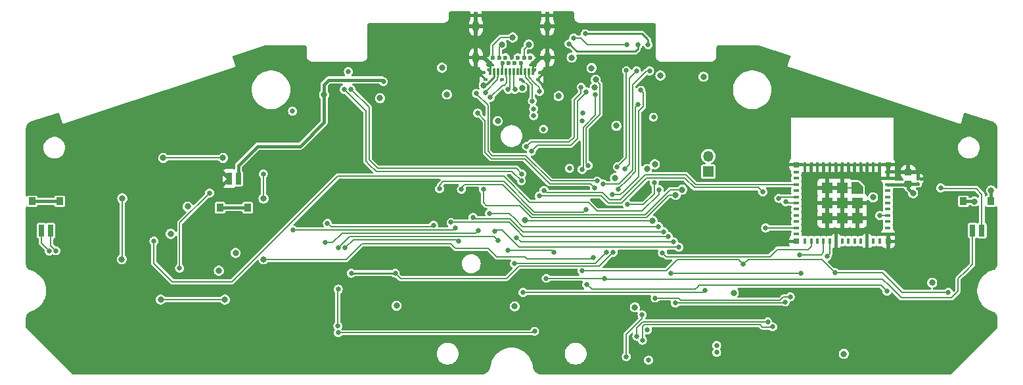
<source format=gbr>
G04 #@! TF.GenerationSoftware,KiCad,Pcbnew,7.0.6*
G04 #@! TF.CreationDate,2023-09-06T23:53:07-07:00*
G04 #@! TF.ProjectId,sgpp_main_pcb,73677070-5f6d-4616-996e-5f7063622e6b,1*
G04 #@! TF.SameCoordinates,Original*
G04 #@! TF.FileFunction,Copper,L4,Bot*
G04 #@! TF.FilePolarity,Positive*
%FSLAX46Y46*%
G04 Gerber Fmt 4.6, Leading zero omitted, Abs format (unit mm)*
G04 Created by KiCad (PCBNEW 7.0.6) date 2023-09-06 23:53:07*
%MOMM*%
%LPD*%
G01*
G04 APERTURE LIST*
G04 Aperture macros list*
%AMRoundRect*
0 Rectangle with rounded corners*
0 $1 Rounding radius*
0 $2 $3 $4 $5 $6 $7 $8 $9 X,Y pos of 4 corners*
0 Add a 4 corners polygon primitive as box body*
4,1,4,$2,$3,$4,$5,$6,$7,$8,$9,$2,$3,0*
0 Add four circle primitives for the rounded corners*
1,1,$1+$1,$2,$3*
1,1,$1+$1,$4,$5*
1,1,$1+$1,$6,$7*
1,1,$1+$1,$8,$9*
0 Add four rect primitives between the rounded corners*
20,1,$1+$1,$2,$3,$4,$5,0*
20,1,$1+$1,$4,$5,$6,$7,0*
20,1,$1+$1,$6,$7,$8,$9,0*
20,1,$1+$1,$8,$9,$2,$3,0*%
%AMFreePoly0*
4,1,14,0.728536,0.728536,0.730000,0.725000,0.730000,-0.725000,0.728536,-0.728536,0.725000,-0.730000,-0.125000,-0.730001,-0.128536,-0.728534,-0.728536,-0.128536,-0.730001,-0.125000,-0.730000,0.725000,-0.728536,0.728536,-0.725000,0.730000,0.725000,0.730000,0.728536,0.728536,0.728536,0.728536,$1*%
G04 Aperture macros list end*
G04 #@! TA.AperFunction,ComponentPad*
%ADD10R,1.350000X1.350000*%
G04 #@! TD*
G04 #@! TA.AperFunction,ComponentPad*
%ADD11O,1.350000X1.350000*%
G04 #@! TD*
G04 #@! TA.AperFunction,SMDPad,CuDef*
%ADD12R,0.800000X0.400000*%
G04 #@! TD*
G04 #@! TA.AperFunction,SMDPad,CuDef*
%ADD13R,0.400000X0.800000*%
G04 #@! TD*
G04 #@! TA.AperFunction,SMDPad,CuDef*
%ADD14R,1.450000X1.450000*%
G04 #@! TD*
G04 #@! TA.AperFunction,SMDPad,CuDef*
%ADD15R,0.700000X0.700000*%
G04 #@! TD*
G04 #@! TA.AperFunction,SMDPad,CuDef*
%ADD16FreePoly0,180.000000*%
G04 #@! TD*
G04 #@! TA.AperFunction,SMDPad,CuDef*
%ADD17R,0.300000X0.900000*%
G04 #@! TD*
G04 #@! TA.AperFunction,ComponentPad*
%ADD18C,0.600000*%
G04 #@! TD*
G04 #@! TA.AperFunction,SMDPad,CuDef*
%ADD19R,0.500000X1.050000*%
G04 #@! TD*
G04 #@! TA.AperFunction,ComponentPad*
%ADD20O,0.800000X1.550000*%
G04 #@! TD*
G04 #@! TA.AperFunction,SMDPad,CuDef*
%ADD21R,0.470000X0.300000*%
G04 #@! TD*
G04 #@! TA.AperFunction,SMDPad,CuDef*
%ADD22R,0.700000X1.500000*%
G04 #@! TD*
G04 #@! TA.AperFunction,SMDPad,CuDef*
%ADD23R,0.850000X1.000000*%
G04 #@! TD*
G04 #@! TA.AperFunction,SMDPad,CuDef*
%ADD24RoundRect,0.225000X0.250000X-0.225000X0.250000X0.225000X-0.250000X0.225000X-0.250000X-0.225000X0*%
G04 #@! TD*
G04 #@! TA.AperFunction,SMDPad,CuDef*
%ADD25RoundRect,0.100000X-0.100000X0.130000X-0.100000X-0.130000X0.100000X-0.130000X0.100000X0.130000X0*%
G04 #@! TD*
G04 #@! TA.AperFunction,ViaPad*
%ADD26C,0.650000*%
G04 #@! TD*
G04 #@! TA.AperFunction,ViaPad*
%ADD27C,0.800000*%
G04 #@! TD*
G04 #@! TA.AperFunction,Conductor*
%ADD28C,0.400000*%
G04 #@! TD*
G04 #@! TA.AperFunction,Conductor*
%ADD29C,0.250000*%
G04 #@! TD*
G04 #@! TA.AperFunction,Conductor*
%ADD30C,0.150000*%
G04 #@! TD*
G04 #@! TA.AperFunction,Conductor*
%ADD31C,0.200000*%
G04 #@! TD*
G04 APERTURE END LIST*
D10*
X175361600Y-97300800D03*
D11*
X175361600Y-95300800D03*
D12*
X198496327Y-97343114D03*
X198496327Y-98143114D03*
X198496327Y-98943114D03*
X198496327Y-99743114D03*
X198496327Y-100543114D03*
X198496327Y-101343114D03*
X198496327Y-102143114D03*
X198496327Y-102943114D03*
X198496327Y-103743114D03*
X198496327Y-104543114D03*
X198496327Y-105343114D03*
D13*
X197396327Y-106243114D03*
X196596327Y-106243114D03*
X195796327Y-106243114D03*
X194996327Y-106243114D03*
X194196327Y-106243114D03*
X193396327Y-106243114D03*
X192596327Y-106243114D03*
X191796327Y-106243114D03*
X190996327Y-106243114D03*
X190196327Y-106243114D03*
X189396327Y-106243114D03*
X188596327Y-106243114D03*
X187796327Y-106243114D03*
D12*
X186696327Y-105343114D03*
X186696327Y-104543114D03*
X186696327Y-103743114D03*
X186696327Y-102943114D03*
X186696327Y-102143114D03*
X186696327Y-101343114D03*
X186696327Y-100543114D03*
X186696327Y-99743114D03*
X186696327Y-98943114D03*
X186696327Y-98143114D03*
X186696327Y-97343114D03*
D13*
X187796327Y-96443114D03*
X188596327Y-96443114D03*
X189396327Y-96443114D03*
X190196327Y-96443114D03*
X190996327Y-96443114D03*
X191796327Y-96443114D03*
X192596327Y-96443114D03*
X193396327Y-96443114D03*
X194196327Y-96443114D03*
X194996327Y-96443114D03*
X195796327Y-96443114D03*
X196596327Y-96443114D03*
X197396327Y-96443114D03*
D14*
X192596327Y-101343114D03*
D15*
X186646327Y-96393114D03*
X186646327Y-106293114D03*
X198546327Y-106293114D03*
X198546327Y-96393114D03*
D14*
X194546327Y-101343114D03*
X194546327Y-103293114D03*
X192596327Y-103293114D03*
X190646327Y-103293114D03*
X190646327Y-101343114D03*
X190646327Y-99393114D03*
X192596327Y-99393114D03*
D16*
X194546327Y-99393114D03*
D17*
X147250000Y-84392425D03*
X147750000Y-84392425D03*
X148250000Y-84392425D03*
X148750000Y-84392425D03*
X149250000Y-84392425D03*
X149750000Y-84392425D03*
X150250000Y-84392425D03*
X150750000Y-84392425D03*
X151250000Y-84392425D03*
X151750000Y-84392425D03*
X152250000Y-84392425D03*
X152750000Y-84392425D03*
D18*
X152800000Y-83302425D03*
X152400000Y-82592425D03*
X151600000Y-82592425D03*
X151200000Y-83302425D03*
X150800000Y-82592425D03*
X150400000Y-83302425D03*
X149600000Y-83302425D03*
X149200000Y-82592425D03*
X148800000Y-83302425D03*
X148400000Y-82592425D03*
X147600000Y-82592425D03*
X147200000Y-83302425D03*
D19*
X145400000Y-77172425D03*
D20*
X145400000Y-78592425D03*
X145400000Y-82592425D03*
D21*
X146630000Y-85392425D03*
X148750000Y-85392425D03*
X151250000Y-85392425D03*
X153370000Y-85392425D03*
D19*
X154600000Y-77172425D03*
D20*
X154600000Y-78592425D03*
X154600000Y-82592425D03*
D22*
X89400000Y-104875000D03*
X90600000Y-104875000D03*
D23*
X88225000Y-101125000D03*
X91775000Y-101125000D03*
D22*
X114796891Y-98185912D03*
X113596891Y-98185912D03*
D23*
X115971891Y-101935912D03*
X112421891Y-101935912D03*
D22*
X209400000Y-104875000D03*
X210600000Y-104875000D03*
D23*
X208225000Y-101125000D03*
X211775000Y-101125000D03*
D24*
X201103331Y-98926450D03*
X201103331Y-97376450D03*
D25*
X202373331Y-98232000D03*
X202373331Y-98872000D03*
D26*
X167640000Y-121589800D03*
D27*
X201726800Y-100076000D03*
X135178800Y-114579400D03*
X192811400Y-120777000D03*
X114427000Y-107772200D03*
X204190600Y-111607600D03*
X108254800Y-101803200D03*
D26*
X154101800Y-91821000D03*
D27*
X163322000Y-98120200D03*
D26*
X157454600Y-96875600D03*
X168275000Y-90271600D03*
D27*
X106070400Y-105308400D03*
X112268000Y-110058200D03*
X160299400Y-83947000D03*
X156057600Y-87553800D03*
X150393400Y-114655600D03*
D26*
X128955800Y-84404200D03*
D27*
X174726600Y-85064600D03*
X196570600Y-100609400D03*
X178612800Y-112903000D03*
X141655800Y-87350600D03*
D26*
X167487600Y-117703600D03*
D27*
X165887400Y-114782600D03*
X133045200Y-87833200D03*
X148209000Y-90779600D03*
D26*
X161227711Y-101071019D03*
D27*
X167157400Y-99644200D03*
X111480600Y-103962200D03*
X172872400Y-103962200D03*
X173202600Y-102946200D03*
X137718800Y-93472000D03*
D26*
X155930600Y-95808800D03*
D27*
X197485000Y-108102400D03*
X200939400Y-108077000D03*
X118668800Y-113538000D03*
X164820600Y-108534200D03*
X166141400Y-121539000D03*
X119684800Y-112928400D03*
X134874000Y-100431600D03*
X106908600Y-99212400D03*
X179654200Y-97155000D03*
D26*
X151942800Y-88798400D03*
D27*
X180619400Y-97434400D03*
X98806000Y-114274600D03*
X165760400Y-108712000D03*
X177622200Y-118922800D03*
X137363200Y-84734400D03*
X163830000Y-84861400D03*
X99720400Y-113969800D03*
X180568600Y-96443800D03*
X143687800Y-78714600D03*
X188696600Y-99568000D03*
X166776400Y-108889800D03*
X119608600Y-113995200D03*
X151968200Y-91694000D03*
X169748200Y-94818200D03*
X132384800Y-86918800D03*
X176961800Y-86156800D03*
X98983800Y-113334800D03*
X176606200Y-87172800D03*
X133604000Y-100177600D03*
X174675800Y-100838000D03*
X146407017Y-86158787D03*
X169174148Y-84908541D03*
X157747523Y-82599848D03*
X160712701Y-86458641D03*
X163499800Y-91389200D03*
D26*
X159105600Y-90728800D03*
X159486170Y-79531767D03*
D27*
X150139400Y-80010000D03*
D26*
X167589699Y-80939440D03*
X153584574Y-86950470D03*
X157399945Y-80813804D03*
D27*
X152213521Y-80918698D03*
D26*
X166266718Y-80957708D03*
X146608117Y-87120001D03*
X147273019Y-87745901D03*
X149555200Y-86690200D03*
D27*
X151714200Y-103555800D03*
X168173400Y-103632000D03*
D26*
X161950400Y-111074200D03*
X163753800Y-99542600D03*
X154457400Y-111048800D03*
X166243000Y-88671400D03*
X90398600Y-107518200D03*
X127660400Y-118059200D03*
X150368000Y-109143800D03*
X152958800Y-117881400D03*
X162179000Y-107696000D03*
X146354800Y-99593400D03*
D27*
X171145200Y-100304600D03*
X113055400Y-113792000D03*
D26*
X162941000Y-100279200D03*
D27*
X99822000Y-100736400D03*
D26*
X160528000Y-108381800D03*
X118008400Y-97612200D03*
D27*
X118033800Y-108585000D03*
D26*
X166649400Y-86791800D03*
D27*
X105105200Y-95529400D03*
X118033800Y-100761800D03*
X112801400Y-95529400D03*
X99771200Y-108585000D03*
X104775000Y-113792000D03*
D26*
X143535400Y-99568000D03*
D27*
X171983400Y-99618800D03*
X160832800Y-85445600D03*
D26*
X159562800Y-102158800D03*
X159855234Y-96505200D03*
X140716000Y-99517200D03*
X159054800Y-110058200D03*
X206273400Y-112826800D03*
X160782000Y-87401400D03*
X191668400Y-110312200D03*
X159087711Y-97013212D03*
X179868665Y-109258061D03*
X150418800Y-86690200D03*
X164803195Y-80960659D03*
X152674015Y-88187409D03*
D27*
X148729700Y-80911700D03*
D26*
X157994344Y-80079546D03*
X111074200Y-100050600D03*
X107213400Y-109728000D03*
X164790012Y-84277200D03*
X163609354Y-96689403D03*
X166084872Y-84334262D03*
X164585197Y-96966859D03*
X167780165Y-84317750D03*
X161793850Y-98899551D03*
X155422600Y-107696000D03*
X149504400Y-107416600D03*
D27*
X168452800Y-96342200D03*
X167436800Y-96977200D03*
D26*
X159156400Y-89763600D03*
X121767600Y-89509600D03*
D27*
X125831600Y-87376000D03*
D26*
X133477202Y-85699398D03*
X169443400Y-107797600D03*
X164769800Y-121132600D03*
X166801800Y-115747800D03*
X170891200Y-106349800D03*
X150622000Y-105791000D03*
X147828000Y-104978200D03*
X171551600Y-107035600D03*
X127635000Y-107086400D03*
X148285200Y-106172000D03*
X145034000Y-103174800D03*
X169621200Y-105029000D03*
X125984000Y-106451400D03*
X145694400Y-104927400D03*
X205282800Y-99390200D03*
X168935400Y-104368600D03*
X147142200Y-102692200D03*
X142748000Y-104597200D03*
X121869200Y-104825800D03*
X91287600Y-107492800D03*
X128498600Y-107137200D03*
X127660400Y-112445800D03*
X143129000Y-106273600D03*
X127609600Y-117170200D03*
X170205400Y-105664000D03*
X170484800Y-110439200D03*
X142189200Y-103835200D03*
X187248800Y-110439200D03*
X139928600Y-104190800D03*
X126263400Y-103962200D03*
X135001000Y-110388400D03*
X163068000Y-107696000D03*
X164896800Y-101523800D03*
X168386319Y-98753869D03*
X129336800Y-110388400D03*
D27*
X141020800Y-83896200D03*
D26*
X103911400Y-106248200D03*
X168986200Y-99618800D03*
X174955200Y-112572800D03*
X151460200Y-112852200D03*
X197434200Y-102946200D03*
X159682512Y-111837386D03*
X198374000Y-112725200D03*
X145616000Y-89765800D03*
X160655000Y-99364800D03*
X161010600Y-98501200D03*
X145468000Y-87225800D03*
D27*
X151358600Y-86487000D03*
D26*
X182727600Y-104546400D03*
X182372000Y-99898200D03*
X128422400Y-86690200D03*
X153543000Y-100431600D03*
X151917400Y-94030800D03*
X158953200Y-86410800D03*
X151257000Y-98475800D03*
X129311400Y-86690200D03*
X159613600Y-86995000D03*
X151307800Y-97586800D03*
X154178000Y-99720400D03*
X152552400Y-94665800D03*
X171094400Y-114223800D03*
X185267600Y-114096800D03*
X187121800Y-108000800D03*
X185902600Y-113436400D03*
X190652400Y-108204000D03*
X168503600Y-113588800D03*
X176428400Y-120592000D03*
X152831800Y-90068400D03*
X152831800Y-89204800D03*
X176428400Y-119692000D03*
X185293000Y-101168200D03*
X183642000Y-117297200D03*
X166852600Y-119024400D03*
X166141400Y-118516400D03*
X183007000Y-116662200D03*
X184429400Y-100736400D03*
D27*
X209626200Y-101142800D03*
X211785200Y-99720400D03*
D28*
X201157781Y-98872000D02*
X202373331Y-98872000D01*
X201103331Y-98926450D02*
X201103331Y-99452531D01*
X198496327Y-98943114D02*
X201086667Y-98943114D01*
X201086667Y-98943114D02*
X201103331Y-98926450D01*
X201103331Y-98926450D02*
X201157781Y-98872000D01*
X201103331Y-99452531D02*
X201726800Y-100076000D01*
D29*
X152750000Y-84392425D02*
X152750000Y-83352425D01*
D30*
X145400000Y-78592425D02*
X145277825Y-78714600D01*
X145277825Y-78714600D02*
X143687800Y-78714600D01*
X188871486Y-99393114D02*
X188696600Y-99568000D01*
D29*
X147250000Y-84392425D02*
X147250000Y-83352425D01*
X152750000Y-83352425D02*
X152800000Y-83302425D01*
D31*
X198546327Y-106293114D02*
X198546327Y-107041073D01*
D28*
X153678375Y-82592425D02*
X154600000Y-82592425D01*
X152968375Y-83302425D02*
X153678375Y-82592425D01*
D30*
X194546327Y-99393114D02*
X192596327Y-99393114D01*
D28*
X152800000Y-83302425D02*
X152968375Y-83302425D01*
X145400000Y-82592425D02*
X146490000Y-82592425D01*
X146490000Y-82592425D02*
X147200000Y-83302425D01*
D30*
X190646327Y-99393114D02*
X188871486Y-99393114D01*
D29*
X147250000Y-83352425D02*
X147200000Y-83302425D01*
D31*
X198546327Y-107041073D02*
X197485000Y-108102400D01*
D29*
X146510604Y-86055200D02*
X146407017Y-86158787D01*
X147750000Y-84392425D02*
X147750000Y-85116651D01*
X147750000Y-85116651D02*
X146811451Y-86055200D01*
X146811451Y-86055200D02*
X146510604Y-86055200D01*
X167589699Y-80340699D02*
X167589699Y-80939440D01*
D30*
X152250000Y-84392425D02*
X152250000Y-85121298D01*
D31*
X148615400Y-80010000D02*
X150139400Y-80010000D01*
D30*
X153025274Y-85896572D02*
X153584574Y-86455872D01*
D29*
X166780767Y-79531767D02*
X167462200Y-80213200D01*
D30*
X153584574Y-86455872D02*
X153584574Y-86950470D01*
D29*
X167462200Y-80213200D02*
X167589699Y-80340699D01*
X159486170Y-79531767D02*
X166780767Y-79531767D01*
D31*
X147600000Y-82592425D02*
X147600000Y-81025400D01*
X147600000Y-81025400D02*
X148615400Y-80010000D01*
D30*
X152250000Y-85121298D02*
X153025274Y-85896572D01*
D29*
X162204400Y-81813400D02*
X165963600Y-81813400D01*
X157399945Y-80813804D02*
X158399541Y-81813400D01*
D31*
X151600000Y-81532219D02*
X151600000Y-82592425D01*
D30*
X148165030Y-85153140D02*
X148165030Y-85443216D01*
X148165030Y-85443216D02*
X146608117Y-87000129D01*
D29*
X166141400Y-81635600D02*
X166266718Y-81510282D01*
D30*
X148250000Y-84392425D02*
X148250000Y-85068170D01*
D29*
X165963600Y-81813400D02*
X166141400Y-81635600D01*
X158399541Y-81813400D02*
X162204400Y-81813400D01*
D30*
X146608117Y-87000129D02*
X146608117Y-87120001D01*
D29*
X166266718Y-81510282D02*
X166266718Y-80957708D01*
D31*
X152213521Y-80918698D02*
X151600000Y-81532219D01*
D30*
X148250000Y-85068170D02*
X148165030Y-85153140D01*
D31*
X149355213Y-85084092D02*
X149250000Y-84978879D01*
X149055927Y-86145406D02*
X149355213Y-85846120D01*
X147273019Y-87745901D02*
X148873514Y-86145406D01*
X149355213Y-85846120D02*
X149355213Y-85084092D01*
X149250000Y-84978879D02*
X149250000Y-84392425D01*
X148873514Y-86145406D02*
X149055927Y-86145406D01*
D30*
X149757329Y-86488071D02*
X149555200Y-86690200D01*
X149750000Y-84392425D02*
X149757329Y-84399754D01*
X149757329Y-84399754D02*
X149757329Y-86488071D01*
X168173400Y-103632000D02*
X151790400Y-103632000D01*
X151790400Y-103632000D02*
X151714200Y-103555800D01*
X165966746Y-97304254D02*
X164973000Y-98298000D01*
X160782000Y-109093000D02*
X158826200Y-109093000D01*
X204114400Y-113563400D02*
X200228200Y-113563400D01*
X207518000Y-112725200D02*
X206756000Y-113487200D01*
X150418800Y-109093000D02*
X150368000Y-109143800D01*
X163753800Y-99517200D02*
X163753800Y-99542600D01*
X209400000Y-109217600D02*
X208584800Y-110032800D01*
X207518000Y-111937800D02*
X207518000Y-112725200D01*
X164973000Y-98298000D02*
X163753800Y-99517200D01*
X162026600Y-111150400D02*
X161950400Y-111074200D01*
X127660400Y-118059200D02*
X152781000Y-118059200D01*
X165966746Y-90525600D02*
X165966746Y-97304254D01*
X165966746Y-88947654D02*
X165966746Y-90525600D01*
X166243000Y-88671400D02*
X165966746Y-88947654D01*
X192532000Y-111150400D02*
X162026600Y-111150400D01*
X209400000Y-104875000D02*
X209400000Y-109217600D01*
X158826200Y-109093000D02*
X150418800Y-109093000D01*
X198628000Y-111963200D02*
X197815200Y-111150400D01*
X89400000Y-106519600D02*
X90398600Y-107518200D01*
X207518000Y-111099600D02*
X207518000Y-111937800D01*
X197815200Y-111150400D02*
X192532000Y-111150400D01*
X162179000Y-107696000D02*
X160782000Y-109093000D01*
X161925000Y-111048800D02*
X161950400Y-111074200D01*
X154457400Y-111048800D02*
X161925000Y-111048800D01*
X89400000Y-104875000D02*
X89400000Y-106519600D01*
X200228200Y-113563400D02*
X198628000Y-111963200D01*
X206679800Y-113563400D02*
X204114400Y-113563400D01*
X206756000Y-113487200D02*
X206679800Y-113563400D01*
X208584800Y-110032800D02*
X207518000Y-111099600D01*
X152781000Y-118059200D02*
X152958800Y-117881400D01*
X146710400Y-101650800D02*
X146354800Y-101295200D01*
X146354800Y-101295200D02*
X146354800Y-99593400D01*
X151003000Y-101650800D02*
X146710400Y-101650800D01*
X151104600Y-101752400D02*
X151003000Y-101650800D01*
X167360600Y-103225600D02*
X170281600Y-100304600D01*
X152577800Y-103225600D02*
X167360600Y-103225600D01*
X170281600Y-100304600D02*
X171145200Y-100304600D01*
X151104600Y-101752400D02*
X152577800Y-103225600D01*
D31*
X166370000Y-96443800D02*
X166370000Y-89509600D01*
X156489400Y-108508800D02*
X160401000Y-108508800D01*
X145440400Y-107188000D02*
X147015200Y-107188000D01*
X129921000Y-107365800D02*
X130708400Y-106578400D01*
X130708400Y-106578400D02*
X135255000Y-106578400D01*
X128701800Y-108585000D02*
X129921000Y-107365800D01*
X142189200Y-106578400D02*
X142697200Y-107086400D01*
X142697200Y-107086400D02*
X142798800Y-107188000D01*
X135255000Y-106578400D02*
X142189200Y-106578400D01*
X151942800Y-108508800D02*
X156489400Y-108508800D01*
X166954200Y-87096600D02*
X166649400Y-86791800D01*
X166370000Y-89509600D02*
X166776400Y-89103200D01*
X99822000Y-100736400D02*
X99822000Y-108534200D01*
X164465000Y-99847400D02*
X166370000Y-97942400D01*
X104775000Y-113792000D02*
X113055400Y-113792000D01*
X166370000Y-97942400D02*
X166370000Y-96443800D01*
X166776400Y-89103200D02*
X166954200Y-88925400D01*
X112801400Y-95529400D02*
X105105200Y-95529400D01*
X148082000Y-108254800D02*
X151688800Y-108254800D01*
X164033200Y-100279200D02*
X164465000Y-99847400D01*
X118033800Y-108585000D02*
X128701800Y-108585000D01*
X99822000Y-108534200D02*
X99771200Y-108585000D01*
X162941000Y-100279200D02*
X164033200Y-100279200D01*
X160401000Y-108508800D02*
X160528000Y-108381800D01*
X147853400Y-108026200D02*
X148082000Y-108254800D01*
X142798800Y-107188000D02*
X145440400Y-107188000D01*
X118008400Y-97612200D02*
X118008400Y-100736400D01*
X118008400Y-100736400D02*
X118033800Y-100761800D01*
X147015200Y-107188000D02*
X147853400Y-108026200D01*
X166954200Y-88112600D02*
X166954200Y-87096600D01*
X166954200Y-88925400D02*
X166954200Y-88112600D01*
X151688800Y-108254800D02*
X151942800Y-108508800D01*
D30*
X150799800Y-100914200D02*
X152755600Y-102870000D01*
X143535400Y-99364800D02*
X143535400Y-99568000D01*
X143967200Y-98933000D02*
X143789400Y-99110800D01*
X148818600Y-98933000D02*
X146405600Y-98933000D01*
X152755600Y-102870000D02*
X167208200Y-102870000D01*
X146405600Y-98933000D02*
X143967200Y-98933000D01*
X167208200Y-102870000D02*
X170459400Y-99618800D01*
X150799800Y-100914200D02*
X148818600Y-98933000D01*
X143789400Y-99110800D02*
X143535400Y-99364800D01*
X170459400Y-99618800D02*
X171983400Y-99618800D01*
X159562800Y-102158800D02*
X159232600Y-102489000D01*
X161391600Y-86004400D02*
X160832800Y-85445600D01*
X149002000Y-98583000D02*
X141167600Y-98583000D01*
X159588200Y-91719400D02*
X161391600Y-89916000D01*
X141167600Y-98583000D02*
X140716000Y-99034600D01*
X161391600Y-89916000D02*
X161391600Y-86004400D01*
X159855234Y-96505200D02*
X159588200Y-96238166D01*
X140716000Y-99034600D02*
X140716000Y-99517200D01*
X152908000Y-102489000D02*
X149002000Y-98583000D01*
X159588200Y-96238166D02*
X159588200Y-91719400D01*
X159232600Y-102489000D02*
X152908000Y-102489000D01*
X179868665Y-109258061D02*
X180490926Y-108635800D01*
D31*
X198120000Y-110617000D02*
X197815200Y-110312200D01*
D30*
X171348400Y-108635800D02*
X169926000Y-110058200D01*
X179868665Y-109258061D02*
X179246404Y-108635800D01*
D31*
X200329800Y-112826800D02*
X198120000Y-110617000D01*
D30*
X179246404Y-108635800D02*
X171348400Y-108635800D01*
X169926000Y-110058200D02*
X159054800Y-110058200D01*
X159232600Y-96868323D02*
X159232600Y-91567000D01*
X189992000Y-108635800D02*
X191668400Y-110312200D01*
D31*
X206273400Y-112826800D02*
X200329800Y-112826800D01*
D30*
X180490926Y-108635800D02*
X189992000Y-108635800D01*
X159232600Y-91567000D02*
X160782000Y-90017600D01*
X160782000Y-90017600D02*
X160782000Y-87401400D01*
D31*
X197815200Y-110312200D02*
X191668400Y-110312200D01*
D30*
X159087711Y-97013212D02*
X159232600Y-96868323D01*
X150252255Y-84394680D02*
X150250000Y-84392425D01*
X150418800Y-86690200D02*
X150252255Y-86523655D01*
X150252255Y-86523655D02*
X150252255Y-84394680D01*
D31*
X157994344Y-80079546D02*
X158946546Y-80079546D01*
X159827659Y-80960659D02*
X164803195Y-80960659D01*
D30*
X151750000Y-84392425D02*
X151765864Y-84408289D01*
D31*
X148400000Y-81241400D02*
X148400000Y-82592425D01*
X148729700Y-80911700D02*
X148400000Y-81241400D01*
X159766000Y-80899000D02*
X159827659Y-80960659D01*
D30*
X151765864Y-85156022D02*
X152674015Y-86064173D01*
X151765864Y-84408289D02*
X151765864Y-85156022D01*
D31*
X158946546Y-80079546D02*
X159766000Y-80899000D01*
D30*
X152674015Y-86064173D02*
X152674015Y-88187409D01*
X111074200Y-100050600D02*
X107213400Y-103911400D01*
X107213400Y-103911400D02*
X107213400Y-109728000D01*
D31*
X163609354Y-96689403D02*
X164790012Y-95508745D01*
X164790012Y-95508745D02*
X164790012Y-84277200D01*
X164585197Y-96966859D02*
X165190012Y-96362044D01*
X165190012Y-85229122D02*
X166084872Y-84334262D01*
X165190012Y-96362044D02*
X165190012Y-85229122D01*
X163808386Y-98899551D02*
X165591746Y-97116191D01*
X161793850Y-98899551D02*
X163808386Y-98899551D01*
X165591746Y-86143572D02*
X167417568Y-84317750D01*
X165591746Y-97116191D02*
X165591746Y-86143572D01*
X167417568Y-84317750D02*
X167780165Y-84317750D01*
X152349200Y-107467400D02*
X155194000Y-107467400D01*
X149555200Y-107467400D02*
X152349200Y-107467400D01*
X155194000Y-107467400D02*
X155422600Y-107696000D01*
X149504400Y-107416600D02*
X149555200Y-107467400D01*
D28*
X133248804Y-85471000D02*
X133477202Y-85699398D01*
X126441200Y-85471000D02*
X133248804Y-85471000D01*
X114796891Y-98185912D02*
X114796891Y-96480309D01*
X114796891Y-96480309D02*
X117246400Y-94030800D01*
X117246400Y-94030800D02*
X122732800Y-94030800D01*
X125831600Y-86080600D02*
X126441200Y-85471000D01*
X125831600Y-87376000D02*
X125831600Y-86080600D01*
X122732800Y-94030800D02*
X125831600Y-90932000D01*
X125831600Y-90932000D02*
X125831600Y-87376000D01*
D31*
X166801800Y-115747800D02*
X166801800Y-116230400D01*
X169906600Y-108260800D02*
X183280400Y-108260800D01*
X184226200Y-107315000D02*
X188239400Y-107315000D01*
X165989000Y-117043200D02*
X164769800Y-118262400D01*
X188596327Y-106958073D02*
X188596327Y-106243114D01*
X164769800Y-118262400D02*
X164769800Y-121132600D01*
X188239400Y-107315000D02*
X188596327Y-106958073D01*
X166801800Y-116230400D02*
X165989000Y-117043200D01*
X169443400Y-107797600D02*
X169906600Y-108260800D01*
X183280400Y-108260800D02*
X184226200Y-107315000D01*
X151180800Y-106349800D02*
X150622000Y-105791000D01*
X170891200Y-106349800D02*
X151180800Y-106349800D01*
X150926800Y-107035600D02*
X148742400Y-104851200D01*
X171551600Y-107035600D02*
X150926800Y-107035600D01*
X147955000Y-104851200D02*
X147828000Y-104978200D01*
X148742400Y-104851200D02*
X147955000Y-104851200D01*
X129082800Y-105638600D02*
X147751800Y-105638600D01*
X147751800Y-105638600D02*
X148285200Y-106172000D01*
X127635000Y-107086400D02*
X129082800Y-105638600D01*
X145262600Y-103403400D02*
X145034000Y-103174800D01*
X150393400Y-103987600D02*
X149809200Y-103403400D01*
X149021800Y-103403400D02*
X145262600Y-103403400D01*
X169621200Y-105029000D02*
X151434800Y-105029000D01*
X149809200Y-103403400D02*
X149021800Y-103403400D01*
X151434800Y-105029000D02*
X150393400Y-103987600D01*
X125984000Y-106451400D02*
X126923800Y-106451400D01*
X145389600Y-105232200D02*
X145694400Y-104927400D01*
X128143000Y-105232200D02*
X145389600Y-105232200D01*
X126923800Y-106451400D02*
X128143000Y-105232200D01*
X210600000Y-100211600D02*
X209854800Y-99466400D01*
X209854800Y-99466400D02*
X205359000Y-99466400D01*
X205359000Y-99466400D02*
X205282800Y-99390200D01*
X149707600Y-102692200D02*
X147142200Y-102692200D01*
X150418800Y-103403400D02*
X149707600Y-102692200D01*
X168935400Y-104368600D02*
X151384000Y-104368600D01*
X151384000Y-104368600D02*
X150418800Y-103403400D01*
X210600000Y-104875000D02*
X210600000Y-100211600D01*
X142519400Y-104825800D02*
X142748000Y-104597200D01*
X121869200Y-104825800D02*
X142519400Y-104825800D01*
X128498600Y-107137200D02*
X129590800Y-106045000D01*
X127609600Y-112496600D02*
X127660400Y-112445800D01*
X127609600Y-117170200D02*
X127609600Y-112496600D01*
X90600000Y-104875000D02*
X90600000Y-106805200D01*
X129590800Y-106045000D02*
X130530600Y-106045000D01*
X142900400Y-106045000D02*
X143129000Y-106273600D01*
X130530600Y-106045000D02*
X142900400Y-106045000D01*
X90600000Y-106805200D02*
X91287600Y-107492800D01*
X170205400Y-105664000D02*
X151485600Y-105664000D01*
X170484800Y-110439200D02*
X187248800Y-110439200D01*
X150672800Y-104851200D02*
X149656800Y-103835200D01*
X149656800Y-103835200D02*
X142189200Y-103835200D01*
X151485600Y-105664000D02*
X150672800Y-104851200D01*
X139693600Y-104425800D02*
X139928600Y-104190800D01*
X126263400Y-103962200D02*
X126727000Y-104425800D01*
X127990600Y-104425800D02*
X139693600Y-104425800D01*
X126727000Y-104425800D02*
X127990600Y-104425800D01*
D30*
X149326600Y-111074200D02*
X145465800Y-111074200D01*
X163068000Y-107696000D02*
X161315400Y-109448600D01*
X150444200Y-109956600D02*
X149326600Y-111074200D01*
D29*
X129336800Y-110388400D02*
X135001000Y-110388400D01*
D30*
X168386319Y-100117081D02*
X168386319Y-98753869D01*
X145465800Y-111074200D02*
X135686800Y-111074200D01*
X135686800Y-111074200D02*
X135001000Y-110388400D01*
X164896800Y-101523800D02*
X166979600Y-101523800D01*
X160451800Y-109448600D02*
X150952200Y-109448600D01*
X150952200Y-109448600D02*
X150444200Y-109956600D01*
X166979600Y-101523800D02*
X168386319Y-100117081D01*
X161315400Y-109448600D02*
X160451800Y-109448600D01*
D29*
X148750000Y-83352425D02*
X148800000Y-83302425D01*
X151250000Y-84392425D02*
X151250000Y-83352425D01*
X148750000Y-84392425D02*
X148750000Y-83352425D01*
X151250000Y-83352425D02*
X151200000Y-83302425D01*
D31*
X152349200Y-101269800D02*
X159893000Y-101269800D01*
X148971000Y-97891600D02*
X152349200Y-101269800D01*
X168986200Y-100228400D02*
X168986200Y-99618800D01*
X113969800Y-111480600D02*
X127558800Y-97891600D01*
X127558800Y-97891600D02*
X148971000Y-97891600D01*
X161010600Y-102387400D02*
X166827200Y-102387400D01*
X159893000Y-101269800D02*
X161010600Y-102387400D01*
X166827200Y-102387400D02*
X168986200Y-100228400D01*
X103911400Y-106248200D02*
X103911400Y-109118400D01*
X103911400Y-109118400D02*
X106273600Y-111480600D01*
X106273600Y-111480600D02*
X113969800Y-111480600D01*
X174675800Y-112852200D02*
X174955200Y-112572800D01*
X151460200Y-112852200D02*
X174675800Y-112852200D01*
D30*
X197434200Y-102946200D02*
X198493241Y-102946200D01*
X197612000Y-111963200D02*
X198374000Y-112725200D01*
X173964600Y-112166400D02*
X174167800Y-111963200D01*
X159682512Y-111837386D02*
X160316326Y-112471200D01*
X160316326Y-112471200D02*
X167055800Y-112471200D01*
X174167800Y-111963200D02*
X175539400Y-111963200D01*
X167055800Y-112471200D02*
X173659800Y-112471200D01*
X198493241Y-102946200D02*
X198496327Y-102943114D01*
X173659800Y-112471200D02*
X173964600Y-112166400D01*
X175539400Y-111963200D02*
X197612000Y-111963200D01*
X151688800Y-95631000D02*
X154914600Y-98856800D01*
X154914600Y-98856800D02*
X160147000Y-98856800D01*
X146583400Y-94843600D02*
X147370800Y-95631000D01*
X160147000Y-98856800D02*
X160655000Y-99364800D01*
X146583400Y-90733200D02*
X146583400Y-94843600D01*
X145616000Y-89765800D02*
X146583400Y-90733200D01*
X147370800Y-95631000D02*
X151688800Y-95631000D01*
X155067000Y-98501200D02*
X151841200Y-95275400D01*
X146939000Y-88747600D02*
X145468000Y-87276600D01*
X146939000Y-94691200D02*
X146939000Y-88747600D01*
X151841200Y-95275400D02*
X147523200Y-95275400D01*
X161010600Y-98501200D02*
X155067000Y-98501200D01*
X147523200Y-95275400D02*
X146939000Y-94691200D01*
X145468000Y-87276600D02*
X145468000Y-87225800D01*
D31*
X161569400Y-100431600D02*
X162483800Y-101346000D01*
X157429200Y-93497400D02*
X158038800Y-92887800D01*
X173529628Y-99343114D02*
X181816914Y-99343114D01*
X132562600Y-97282000D02*
X134289800Y-97282000D01*
X158953200Y-87172800D02*
X158953200Y-86410800D01*
X131216400Y-89484200D02*
X131216400Y-90170000D01*
X153543000Y-100431600D02*
X161569400Y-100431600D01*
X131216400Y-95935800D02*
X131673600Y-96393000D01*
X172306714Y-98120200D02*
X173529628Y-99343114D01*
X162483800Y-101346000D02*
X164185600Y-101346000D01*
X158038800Y-92887800D02*
X158038800Y-88087200D01*
X186693041Y-104546400D02*
X186696327Y-104543114D01*
X158038800Y-88087200D02*
X158953200Y-87172800D01*
X164185600Y-101346000D02*
X167411400Y-98120200D01*
X131673600Y-96393000D02*
X132562600Y-97282000D01*
X131216400Y-90170000D02*
X131216400Y-95935800D01*
X150063200Y-97282000D02*
X151257000Y-98475800D01*
X151917400Y-94030800D02*
X152450800Y-93497400D01*
X128422400Y-86690200D02*
X131216400Y-89484200D01*
X181816914Y-99343114D02*
X182372000Y-99898200D01*
X152450800Y-93497400D02*
X157429200Y-93497400D01*
X134289800Y-97282000D02*
X150063200Y-97282000D01*
X182727600Y-104546400D02*
X186693041Y-104546400D01*
X167411400Y-98120200D02*
X172306714Y-98120200D01*
X152552400Y-94665800D02*
X153314400Y-93903800D01*
X150596600Y-96875600D02*
X132740400Y-96875600D01*
X158470600Y-93040200D02*
X158470600Y-88239600D01*
X157607000Y-93903800D02*
X158470600Y-93040200D01*
X154178000Y-99720400D02*
X154482800Y-100025200D01*
X131622800Y-89001600D02*
X129311400Y-86690200D01*
X154482800Y-100025200D02*
X161747200Y-100025200D01*
X161747200Y-100025200D02*
X162661600Y-100939600D01*
X132740400Y-96875600D02*
X131622800Y-95758000D01*
X158470600Y-88239600D02*
X159613600Y-87096600D01*
X162661600Y-100939600D02*
X164007800Y-100939600D01*
X131622800Y-95758000D02*
X131622800Y-89001600D01*
X172466000Y-97713800D02*
X173695314Y-98943114D01*
X167233600Y-97713800D02*
X172466000Y-97713800D01*
X173695314Y-98943114D02*
X186696327Y-98943114D01*
X159613600Y-87096600D02*
X159613600Y-86995000D01*
X153314400Y-93903800D02*
X157607000Y-93903800D01*
X151307800Y-97586800D02*
X150596600Y-96875600D01*
X164007800Y-100939600D02*
X167233600Y-97713800D01*
D30*
X190196327Y-107720273D02*
X190196327Y-106243114D01*
X187121800Y-108000800D02*
X189915800Y-108000800D01*
X171094400Y-114223800D02*
X185140600Y-114223800D01*
X185140600Y-114223800D02*
X185267600Y-114096800D01*
X189915800Y-108000800D02*
X190196327Y-107720273D01*
X190996327Y-107860073D02*
X190652400Y-108204000D01*
X171805600Y-113868200D02*
X171551600Y-113614200D01*
X183667400Y-113868200D02*
X171805600Y-113868200D01*
X185902600Y-113436400D02*
X185013600Y-113436400D01*
X184835800Y-113614200D02*
X184581800Y-113868200D01*
X184581800Y-113868200D02*
X183667400Y-113868200D01*
X171526200Y-113588800D02*
X168503600Y-113588800D01*
X190996327Y-106243114D02*
X190996327Y-107860073D01*
X185013600Y-113436400D02*
X184835800Y-113614200D01*
X171551600Y-113614200D02*
X171526200Y-113588800D01*
X166852600Y-119024400D02*
X166852600Y-117297200D01*
X167132000Y-117017800D02*
X181991000Y-117017800D01*
X186696327Y-101343114D02*
X185467914Y-101343114D01*
X166852600Y-117297200D02*
X167132000Y-117017800D01*
X183616600Y-117322600D02*
X183642000Y-117297200D01*
X185467914Y-101343114D02*
X185293000Y-101168200D01*
X181991000Y-117017800D02*
X182295800Y-117322600D01*
X182295800Y-117322600D02*
X183616600Y-117322600D01*
X166573200Y-116992400D02*
X166141400Y-117424200D01*
X184622686Y-100543114D02*
X184429400Y-100736400D01*
X166141400Y-117424200D02*
X166141400Y-118516400D01*
X183007000Y-116662200D02*
X166903400Y-116662200D01*
X166903400Y-116662200D02*
X166573200Y-116992400D01*
X186696327Y-100543114D02*
X184622686Y-100543114D01*
D28*
X88225000Y-101125000D02*
X91775000Y-101125000D01*
X211785200Y-99720400D02*
X211785200Y-101114800D01*
X209608400Y-101125000D02*
X209626200Y-101142800D01*
X208225000Y-101125000D02*
X209608400Y-101125000D01*
X211785200Y-101114800D02*
X211775000Y-101125000D01*
X112421891Y-101935912D02*
X115971891Y-101935912D01*
G04 #@! TA.AperFunction,Conductor*
G36*
X144593039Y-76605801D02*
G01*
X144638794Y-76658605D01*
X144650000Y-76710116D01*
X144650000Y-76922425D01*
X146150000Y-76922425D01*
X146150000Y-76710116D01*
X146169685Y-76643077D01*
X146222489Y-76597322D01*
X146274000Y-76586116D01*
X153726000Y-76586116D01*
X153793039Y-76605801D01*
X153838794Y-76658605D01*
X153850000Y-76710116D01*
X153850000Y-76922425D01*
X155350000Y-76922425D01*
X155350000Y-76710116D01*
X155369685Y-76643077D01*
X155422489Y-76597322D01*
X155474000Y-76586116D01*
X157691576Y-76586116D01*
X157691602Y-76586118D01*
X157706019Y-76586117D01*
X157706021Y-76586118D01*
X157736307Y-76586116D01*
X157744391Y-76586645D01*
X157814645Y-76595889D01*
X157845911Y-76604264D01*
X157855439Y-76608209D01*
X157900048Y-76626684D01*
X157928080Y-76642867D01*
X157973211Y-76677495D01*
X157974565Y-76678534D01*
X157997454Y-76701423D01*
X158033120Y-76747902D01*
X158049307Y-76775936D01*
X158071728Y-76830064D01*
X158080107Y-76861336D01*
X158089327Y-76931390D01*
X158089858Y-76939490D01*
X158089858Y-76984392D01*
X158089859Y-76984401D01*
X158089859Y-77407970D01*
X158089858Y-77407984D01*
X158089859Y-77452322D01*
X158089859Y-77475963D01*
X158089884Y-77476355D01*
X158089885Y-77525608D01*
X158112409Y-77624285D01*
X158122505Y-77668516D01*
X158159452Y-77745236D01*
X158186105Y-77800582D01*
X158224988Y-77849341D01*
X158277494Y-77915183D01*
X158392092Y-78006578D01*
X158392095Y-78006579D01*
X158392095Y-78006580D01*
X158496515Y-78056872D01*
X158524153Y-78070184D01*
X158667056Y-78102810D01*
X158711898Y-78102813D01*
X158711934Y-78102816D01*
X158740347Y-78102816D01*
X158774697Y-78102818D01*
X158774698Y-78102817D01*
X158789115Y-78102818D01*
X158789142Y-78102816D01*
X168191576Y-78102816D01*
X168191602Y-78102818D01*
X168206019Y-78102817D01*
X168206021Y-78102818D01*
X168236307Y-78102816D01*
X168244391Y-78103345D01*
X168314645Y-78112589D01*
X168345911Y-78120964D01*
X168400048Y-78143384D01*
X168428080Y-78159567D01*
X168473211Y-78194195D01*
X168474565Y-78195234D01*
X168497454Y-78218123D01*
X168533120Y-78264602D01*
X168549307Y-78292636D01*
X168571728Y-78346764D01*
X168580107Y-78378036D01*
X168589327Y-78448090D01*
X168589858Y-78456190D01*
X168589858Y-78501092D01*
X168589859Y-78501101D01*
X168589859Y-82407970D01*
X168589858Y-82407978D01*
X168589859Y-82452322D01*
X168589859Y-82475963D01*
X168589884Y-82476355D01*
X168589885Y-82525608D01*
X168605137Y-82592425D01*
X168622505Y-82668516D01*
X168686104Y-82800580D01*
X168686105Y-82800582D01*
X168777490Y-82915178D01*
X168777494Y-82915183D01*
X168892092Y-83006578D01*
X168892095Y-83006579D01*
X168892095Y-83006580D01*
X168949807Y-83034376D01*
X169024153Y-83070184D01*
X169167056Y-83102810D01*
X169211898Y-83102813D01*
X169211934Y-83102816D01*
X169240347Y-83102816D01*
X169274697Y-83102818D01*
X169274698Y-83102817D01*
X169289115Y-83102818D01*
X169289142Y-83102816D01*
X175763825Y-83102816D01*
X175764651Y-83102760D01*
X175813588Y-83102764D01*
X175813634Y-83102765D01*
X175813634Y-83102764D01*
X175813638Y-83102765D01*
X175956548Y-83070158D01*
X176088619Y-83006567D01*
X176203228Y-82915181D01*
X176294627Y-82800583D01*
X176358233Y-82668519D01*
X176390857Y-82525612D01*
X176390857Y-82486568D01*
X176390859Y-82486562D01*
X176390859Y-82443029D01*
X176390860Y-82417970D01*
X176390859Y-82417967D01*
X176390859Y-81341456D01*
X176391390Y-81333353D01*
X176394034Y-81313276D01*
X176400641Y-81263100D01*
X176409018Y-81231844D01*
X176431446Y-81177699D01*
X176447621Y-81149684D01*
X176483297Y-81103189D01*
X176506182Y-81080304D01*
X176509680Y-81077620D01*
X176552671Y-81044630D01*
X176580696Y-81028448D01*
X176634832Y-81006021D01*
X176666093Y-80997643D01*
X176690356Y-80994447D01*
X176736215Y-80988407D01*
X176744320Y-80987875D01*
X181510190Y-80987875D01*
X181513436Y-80987960D01*
X181597378Y-80992360D01*
X181603811Y-80993036D01*
X181685228Y-81005933D01*
X181691572Y-81007282D01*
X181707682Y-81011598D01*
X181772973Y-81029094D01*
X181776014Y-81029994D01*
X185732629Y-82315580D01*
X185885457Y-82365237D01*
X185943133Y-82404675D01*
X185970331Y-82469033D01*
X185964881Y-82522062D01*
X185608269Y-83601616D01*
X185594196Y-83630757D01*
X185591895Y-83634261D01*
X185591895Y-83634262D01*
X185591894Y-83634263D01*
X185591895Y-83634263D01*
X185590721Y-83654741D01*
X185590721Y-83654742D01*
X185589718Y-83672240D01*
X185587280Y-83714782D01*
X185587280Y-83714784D01*
X185623542Y-83786821D01*
X185623544Y-83786824D01*
X185690970Y-83831080D01*
X185695144Y-83831319D01*
X185726949Y-83837373D01*
X207687538Y-91091644D01*
X207716683Y-91105720D01*
X207720188Y-91108021D01*
X207722682Y-91108163D01*
X207740666Y-91109194D01*
X207740667Y-91109195D01*
X207800708Y-91112636D01*
X207872749Y-91076372D01*
X207905749Y-91026095D01*
X207905748Y-91026095D01*
X207917005Y-91008946D01*
X207917005Y-91008943D01*
X207917154Y-91008717D01*
X207917046Y-91008230D01*
X207917244Y-91004771D01*
X207923299Y-90972963D01*
X208316315Y-89783205D01*
X208356034Y-89725725D01*
X208420524Y-89698842D01*
X208472374Y-89704169D01*
X212000497Y-90850529D01*
X212005680Y-90852475D01*
X212132917Y-90906864D01*
X212152488Y-90917397D01*
X212260962Y-90989004D01*
X212278337Y-91002861D01*
X212334235Y-91056308D01*
X212372279Y-91092684D01*
X212386905Y-91109425D01*
X212463303Y-91214583D01*
X212474704Y-91233667D01*
X212531093Y-91350767D01*
X212538904Y-91371580D01*
X212573480Y-91496872D01*
X212577449Y-91518745D01*
X212589890Y-91657015D01*
X212590140Y-91662574D01*
X212590140Y-99343510D01*
X212570455Y-99410549D01*
X212517651Y-99456304D01*
X212448493Y-99466248D01*
X212384937Y-99437223D01*
X212364090Y-99413950D01*
X212347721Y-99390236D01*
X212275683Y-99285870D01*
X212157440Y-99181117D01*
X212157438Y-99181116D01*
X212157437Y-99181115D01*
X212017565Y-99107703D01*
X211864186Y-99069900D01*
X211864185Y-99069900D01*
X211706215Y-99069900D01*
X211706214Y-99069900D01*
X211552834Y-99107703D01*
X211412962Y-99181115D01*
X211345530Y-99240854D01*
X211303864Y-99277767D01*
X211294716Y-99285871D01*
X211204981Y-99415875D01*
X211204980Y-99415876D01*
X211148962Y-99563581D01*
X211129922Y-99720399D01*
X211129922Y-99720400D01*
X211148962Y-99877218D01*
X211196987Y-100003848D01*
X211204980Y-100024923D01*
X211294717Y-100154930D01*
X211294720Y-100154932D01*
X211299691Y-100160544D01*
X211298246Y-100161823D01*
X211330054Y-100212537D01*
X211334699Y-100246159D01*
X211334699Y-100272031D01*
X211315014Y-100339070D01*
X211262210Y-100384825D01*
X211258159Y-100386589D01*
X211252265Y-100389030D01*
X211169396Y-100444401D01*
X211162181Y-100451617D01*
X211100858Y-100485102D01*
X211031166Y-100480118D01*
X210975233Y-100438246D01*
X210950816Y-100372782D01*
X210950500Y-100363936D01*
X210950500Y-100260811D01*
X210953139Y-100235364D01*
X210955043Y-100226285D01*
X210952799Y-100208280D01*
X210950977Y-100193661D01*
X210950500Y-100185985D01*
X210950500Y-100182560D01*
X210946912Y-100161058D01*
X210944675Y-100143114D01*
X210940573Y-100110207D01*
X210940571Y-100110203D01*
X210938502Y-100103253D01*
X210938470Y-100103159D01*
X210938444Y-100103072D01*
X210936091Y-100096217D01*
X210911704Y-100051155D01*
X210889199Y-100005118D01*
X210884919Y-99999124D01*
X210880419Y-99993343D01*
X210842724Y-99958641D01*
X210137437Y-99253355D01*
X210121311Y-99233498D01*
X210116237Y-99225731D01*
X210090287Y-99205533D01*
X210084541Y-99200459D01*
X210082107Y-99198025D01*
X210082106Y-99198024D01*
X210082105Y-99198023D01*
X210070564Y-99189784D01*
X210064361Y-99185355D01*
X210023926Y-99153883D01*
X210023922Y-99153881D01*
X210017448Y-99150377D01*
X210010869Y-99147160D01*
X209961754Y-99132538D01*
X209913286Y-99115898D01*
X209906069Y-99114694D01*
X209898753Y-99113782D01*
X209849525Y-99115819D01*
X209847569Y-99115900D01*
X205858874Y-99115900D01*
X205791835Y-99096215D01*
X205760499Y-99067387D01*
X205713235Y-99005793D01*
X205693251Y-98979749D01*
X205573033Y-98887502D01*
X205573029Y-98887500D01*
X205433036Y-98829513D01*
X205433034Y-98829512D01*
X205282801Y-98809734D01*
X205282799Y-98809734D01*
X205132565Y-98829512D01*
X205132563Y-98829513D01*
X204992570Y-98887500D01*
X204992567Y-98887501D01*
X204992567Y-98887502D01*
X204872349Y-98979749D01*
X204795796Y-99079515D01*
X204780100Y-99099970D01*
X204722113Y-99239963D01*
X204722112Y-99239965D01*
X204702334Y-99390199D01*
X204702334Y-99390200D01*
X204722112Y-99540434D01*
X204722113Y-99540436D01*
X204774717Y-99667434D01*
X204780102Y-99680433D01*
X204872349Y-99800651D01*
X204992567Y-99892898D01*
X205132564Y-99950887D01*
X205191469Y-99958642D01*
X205282799Y-99970666D01*
X205282800Y-99970666D01*
X205282801Y-99970666D01*
X205372171Y-99958900D01*
X205433036Y-99950887D01*
X205573033Y-99892898D01*
X205618468Y-99858034D01*
X205638682Y-99842524D01*
X205703851Y-99817330D01*
X205714168Y-99816900D01*
X209658256Y-99816900D01*
X209725295Y-99836585D01*
X209745937Y-99853219D01*
X210213181Y-100320462D01*
X210246666Y-100381785D01*
X210249500Y-100408143D01*
X210249500Y-100550419D01*
X210229815Y-100617458D01*
X210177011Y-100663213D01*
X210107853Y-100673157D01*
X210044297Y-100644132D01*
X210043274Y-100643235D01*
X209998440Y-100603517D01*
X209998438Y-100603515D01*
X209858565Y-100530103D01*
X209705186Y-100492300D01*
X209705185Y-100492300D01*
X209547215Y-100492300D01*
X209547214Y-100492300D01*
X209393834Y-100530103D01*
X209253961Y-100603515D01*
X209253959Y-100603517D01*
X209209035Y-100643316D01*
X209145802Y-100673037D01*
X209126809Y-100674500D01*
X209017019Y-100674500D01*
X208949980Y-100654815D01*
X208904225Y-100602011D01*
X208895402Y-100574692D01*
X208885967Y-100527263D01*
X208885966Y-100527260D01*
X208885965Y-100527260D01*
X208830601Y-100444399D01*
X208765496Y-100400898D01*
X208747739Y-100389033D01*
X208747735Y-100389032D01*
X208674677Y-100374500D01*
X208674674Y-100374500D01*
X207775326Y-100374500D01*
X207775323Y-100374500D01*
X207702264Y-100389032D01*
X207702260Y-100389033D01*
X207619399Y-100444399D01*
X207564033Y-100527260D01*
X207564032Y-100527264D01*
X207549500Y-100600321D01*
X207549500Y-101649678D01*
X207564032Y-101722735D01*
X207564033Y-101722739D01*
X207577647Y-101743114D01*
X207619399Y-101805601D01*
X207702259Y-101860966D01*
X207702260Y-101860966D01*
X207702264Y-101860967D01*
X207775321Y-101875499D01*
X207775324Y-101875500D01*
X207775326Y-101875500D01*
X208674676Y-101875500D01*
X208674677Y-101875499D01*
X208747740Y-101860966D01*
X208830601Y-101805601D01*
X208885966Y-101722740D01*
X208885967Y-101722735D01*
X208895402Y-101675308D01*
X208927788Y-101613397D01*
X208988504Y-101578823D01*
X209017019Y-101575500D01*
X209086624Y-101575500D01*
X209153663Y-101595185D01*
X209168850Y-101606684D01*
X209234947Y-101665239D01*
X209249292Y-101677948D01*
X209253959Y-101682082D01*
X209253961Y-101682084D01*
X209393834Y-101755496D01*
X209547214Y-101793300D01*
X209547215Y-101793300D01*
X209705185Y-101793300D01*
X209858565Y-101755496D01*
X209966937Y-101698617D01*
X209998440Y-101682083D01*
X210043272Y-101642365D01*
X210106506Y-101612643D01*
X210175770Y-101621827D01*
X210229073Y-101666999D01*
X210249493Y-101733818D01*
X210249500Y-101735180D01*
X210249500Y-103767927D01*
X210229815Y-103834966D01*
X210177011Y-103880721D01*
X210155755Y-103887586D01*
X210152260Y-103889033D01*
X210068890Y-103944739D01*
X210002212Y-103965616D01*
X209934832Y-103947131D01*
X209931110Y-103944739D01*
X209847739Y-103889033D01*
X209847735Y-103889032D01*
X209774677Y-103874500D01*
X209774674Y-103874500D01*
X209025326Y-103874500D01*
X209025323Y-103874500D01*
X208952264Y-103889032D01*
X208952260Y-103889033D01*
X208869399Y-103944399D01*
X208814033Y-104027260D01*
X208814032Y-104027264D01*
X208799500Y-104100321D01*
X208799499Y-104100323D01*
X208799499Y-105649676D01*
X208799500Y-105649678D01*
X208814032Y-105722735D01*
X208814033Y-105722739D01*
X208826390Y-105741232D01*
X208869399Y-105805601D01*
X208952260Y-105860966D01*
X208974690Y-105865427D01*
X209036601Y-105897811D01*
X209071176Y-105958526D01*
X209074500Y-105987045D01*
X209074500Y-109031412D01*
X209054815Y-109098451D01*
X209038181Y-109119093D01*
X208374772Y-109782502D01*
X207299803Y-110857470D01*
X207295814Y-110861125D01*
X207264805Y-110887145D01*
X207244562Y-110922206D01*
X207241656Y-110926766D01*
X207218446Y-110959913D01*
X207216206Y-110964717D01*
X207209229Y-110981561D01*
X207207410Y-110986559D01*
X207200383Y-111026411D01*
X207199212Y-111031691D01*
X207188735Y-111070791D01*
X207192264Y-111111113D01*
X207192500Y-111116520D01*
X207192500Y-112539010D01*
X207172815Y-112606049D01*
X207156181Y-112626691D01*
X207043482Y-112739390D01*
X206982159Y-112772875D01*
X206912467Y-112767891D01*
X206856534Y-112726019D01*
X206836026Y-112683802D01*
X206834087Y-112676569D01*
X206834087Y-112676564D01*
X206776098Y-112536567D01*
X206683851Y-112416349D01*
X206563633Y-112324102D01*
X206563629Y-112324100D01*
X206423636Y-112266113D01*
X206423634Y-112266112D01*
X206273401Y-112246334D01*
X206273399Y-112246334D01*
X206123165Y-112266112D01*
X206123163Y-112266113D01*
X205983170Y-112324100D01*
X205983167Y-112324101D01*
X205983167Y-112324102D01*
X205862949Y-112416349D01*
X205862948Y-112416350D01*
X205854172Y-112427788D01*
X205797743Y-112468990D01*
X205755797Y-112476300D01*
X204405548Y-112476300D01*
X204338509Y-112456615D01*
X204292754Y-112403811D01*
X204282810Y-112334653D01*
X204311835Y-112271097D01*
X204370613Y-112233323D01*
X204375873Y-112231903D01*
X204381502Y-112230515D01*
X204422965Y-112220296D01*
X204562840Y-112146883D01*
X204681083Y-112042130D01*
X204770820Y-111912123D01*
X204826837Y-111764418D01*
X204845878Y-111607600D01*
X204840288Y-111561557D01*
X204826837Y-111450781D01*
X204801808Y-111384786D01*
X204770820Y-111303077D01*
X204681083Y-111173070D01*
X204562840Y-111068317D01*
X204562838Y-111068316D01*
X204562837Y-111068315D01*
X204422965Y-110994903D01*
X204269586Y-110957100D01*
X204269585Y-110957100D01*
X204111615Y-110957100D01*
X204111614Y-110957100D01*
X203958234Y-110994903D01*
X203818362Y-111068315D01*
X203700116Y-111173071D01*
X203610381Y-111303075D01*
X203610380Y-111303076D01*
X203554362Y-111450781D01*
X203535322Y-111607599D01*
X203535322Y-111607600D01*
X203554362Y-111764418D01*
X203592635Y-111865334D01*
X203610380Y-111912123D01*
X203700117Y-112042130D01*
X203818360Y-112146883D01*
X203958235Y-112220296D01*
X203997420Y-112229954D01*
X204005327Y-112231903D01*
X204065707Y-112267059D01*
X204097496Y-112329278D01*
X204090600Y-112398807D01*
X204047209Y-112453570D01*
X203981099Y-112476180D01*
X203975652Y-112476300D01*
X200526344Y-112476300D01*
X200459305Y-112456615D01*
X200438663Y-112439981D01*
X198329867Y-110331185D01*
X198329864Y-110331183D01*
X198097837Y-110099155D01*
X198081711Y-110079298D01*
X198076637Y-110071531D01*
X198050687Y-110051333D01*
X198044941Y-110046259D01*
X198042507Y-110043825D01*
X198042506Y-110043824D01*
X198042505Y-110043823D01*
X198032495Y-110036677D01*
X198024761Y-110031155D01*
X197984326Y-109999683D01*
X197984322Y-109999681D01*
X197977848Y-109996177D01*
X197971269Y-109992960D01*
X197922154Y-109978338D01*
X197873686Y-109961698D01*
X197866469Y-109960494D01*
X197859153Y-109959582D01*
X197809925Y-109961619D01*
X197807969Y-109961700D01*
X192186003Y-109961700D01*
X192118964Y-109942015D01*
X192087628Y-109913188D01*
X192078851Y-109901749D01*
X191958633Y-109809502D01*
X191958629Y-109809500D01*
X191880007Y-109776934D01*
X191818636Y-109751513D01*
X191713929Y-109737728D01*
X191668401Y-109731734D01*
X191668396Y-109731734D01*
X191622860Y-109737728D01*
X191553825Y-109726961D01*
X191518996Y-109702470D01*
X190777290Y-108960764D01*
X190743805Y-108899441D01*
X190748789Y-108829749D01*
X190790661Y-108773816D01*
X190817517Y-108758522D01*
X190942628Y-108706700D01*
X190942629Y-108706700D01*
X190942629Y-108706699D01*
X190942633Y-108706698D01*
X191062851Y-108614451D01*
X191155098Y-108494233D01*
X191213087Y-108354236D01*
X191232866Y-108204000D01*
X191227285Y-108161608D01*
X191238050Y-108092573D01*
X191244657Y-108082249D01*
X191244095Y-108081925D01*
X191249519Y-108072529D01*
X191249521Y-108072528D01*
X191269767Y-108037458D01*
X191272655Y-108032925D01*
X191295881Y-107999757D01*
X191295881Y-107999754D01*
X191298146Y-107994897D01*
X191305074Y-107978172D01*
X191306914Y-107973119D01*
X191306915Y-107973118D01*
X191313948Y-107933223D01*
X191315104Y-107928010D01*
X191325590Y-107888880D01*
X191322062Y-107848562D01*
X191321827Y-107843159D01*
X191321827Y-107252972D01*
X191341512Y-107185933D01*
X191394316Y-107140178D01*
X191463474Y-107130234D01*
X191487610Y-107136395D01*
X191488954Y-107136712D01*
X191548482Y-107143113D01*
X191548499Y-107143114D01*
X191596327Y-107143114D01*
X191596327Y-105343114D01*
X191996327Y-105343114D01*
X191996327Y-107143114D01*
X192044155Y-107143114D01*
X192044171Y-107143113D01*
X192103699Y-107136712D01*
X192103706Y-107136710D01*
X192238413Y-107086468D01*
X192238420Y-107086464D01*
X192353512Y-107000305D01*
X192353517Y-107000300D01*
X192396186Y-106943303D01*
X192452120Y-106901432D01*
X192495453Y-106893614D01*
X192821003Y-106893614D01*
X192821004Y-106893613D01*
X192894067Y-106879080D01*
X192927436Y-106856783D01*
X192994112Y-106835906D01*
X193061493Y-106854390D01*
X193065215Y-106856783D01*
X193095300Y-106876884D01*
X193098587Y-106879080D01*
X193098590Y-106879080D01*
X193098591Y-106879081D01*
X193171648Y-106893613D01*
X193171651Y-106893614D01*
X193171653Y-106893614D01*
X193621003Y-106893614D01*
X193621004Y-106893613D01*
X193694067Y-106879080D01*
X193727436Y-106856783D01*
X193794112Y-106835906D01*
X193861493Y-106854390D01*
X193865215Y-106856783D01*
X193895300Y-106876884D01*
X193898587Y-106879080D01*
X193898590Y-106879080D01*
X193898591Y-106879081D01*
X193971648Y-106893613D01*
X193971651Y-106893614D01*
X193971653Y-106893614D01*
X194421003Y-106893614D01*
X194421004Y-106893613D01*
X194494067Y-106879080D01*
X194527436Y-106856783D01*
X194594112Y-106835906D01*
X194661493Y-106854390D01*
X194665215Y-106856783D01*
X194695300Y-106876884D01*
X194698587Y-106879080D01*
X194698590Y-106879080D01*
X194698591Y-106879081D01*
X194771648Y-106893613D01*
X194771651Y-106893614D01*
X195097201Y-106893614D01*
X195164240Y-106913299D01*
X195196468Y-106943303D01*
X195239136Y-107000300D01*
X195239141Y-107000305D01*
X195354233Y-107086464D01*
X195354240Y-107086468D01*
X195488947Y-107136710D01*
X195488954Y-107136712D01*
X195548482Y-107143113D01*
X195548499Y-107143114D01*
X195596327Y-107143114D01*
X195596327Y-105343114D01*
X195996327Y-105343114D01*
X195996327Y-107143114D01*
X196044155Y-107143114D01*
X196044171Y-107143113D01*
X196103699Y-107136712D01*
X196103706Y-107136710D01*
X196238413Y-107086468D01*
X196238420Y-107086464D01*
X196353512Y-107000305D01*
X196353517Y-107000300D01*
X196396186Y-106943303D01*
X196452120Y-106901432D01*
X196495453Y-106893614D01*
X196821003Y-106893614D01*
X196821004Y-106893613D01*
X196894067Y-106879080D01*
X196927436Y-106856783D01*
X196994112Y-106835906D01*
X197061493Y-106854390D01*
X197065215Y-106856783D01*
X197095300Y-106876884D01*
X197098587Y-106879080D01*
X197098590Y-106879080D01*
X197098591Y-106879081D01*
X197171648Y-106893613D01*
X197171651Y-106893614D01*
X197171653Y-106893614D01*
X197621001Y-106893614D01*
X197664716Y-106884918D01*
X197734306Y-106891144D01*
X197788175Y-106932224D01*
X197839140Y-107000305D01*
X197954233Y-107086464D01*
X197954240Y-107086468D01*
X198088947Y-107136710D01*
X198088954Y-107136712D01*
X198148482Y-107143113D01*
X198148499Y-107143114D01*
X198296327Y-107143114D01*
X198296327Y-106543114D01*
X198796327Y-106543114D01*
X198796327Y-107143114D01*
X198944155Y-107143114D01*
X198944171Y-107143113D01*
X199003699Y-107136712D01*
X199003706Y-107136710D01*
X199138413Y-107086468D01*
X199138420Y-107086464D01*
X199253514Y-107000304D01*
X199253517Y-107000301D01*
X199339677Y-106885207D01*
X199339681Y-106885200D01*
X199389923Y-106750493D01*
X199389925Y-106750486D01*
X199396326Y-106690958D01*
X199396327Y-106690941D01*
X199396327Y-106543114D01*
X198796327Y-106543114D01*
X198296327Y-106543114D01*
X198296327Y-105543114D01*
X198796327Y-105543114D01*
X198796327Y-106043114D01*
X199396327Y-106043114D01*
X199396327Y-105895286D01*
X199396326Y-105895269D01*
X199389925Y-105835741D01*
X199389924Y-105835737D01*
X199371540Y-105786447D01*
X199366556Y-105716755D01*
X199371540Y-105699779D01*
X199389925Y-105650485D01*
X199396326Y-105590958D01*
X199396327Y-105590941D01*
X199396327Y-105543114D01*
X198796327Y-105543114D01*
X198296327Y-105543114D01*
X197596327Y-105543114D01*
X197583146Y-105556295D01*
X197521823Y-105589780D01*
X197495465Y-105592614D01*
X197171650Y-105592614D01*
X197098591Y-105607146D01*
X197098587Y-105607147D01*
X197065217Y-105629445D01*
X196998539Y-105650322D01*
X196931159Y-105631837D01*
X196927437Y-105629445D01*
X196894066Y-105607147D01*
X196894062Y-105607146D01*
X196821004Y-105592614D01*
X196821001Y-105592614D01*
X196495453Y-105592614D01*
X196428414Y-105572929D01*
X196396186Y-105542925D01*
X196353517Y-105485927D01*
X196353512Y-105485922D01*
X196238420Y-105399763D01*
X196238413Y-105399759D01*
X196103706Y-105349517D01*
X196103699Y-105349515D01*
X196044171Y-105343114D01*
X195996327Y-105343114D01*
X195596327Y-105343114D01*
X195548482Y-105343114D01*
X195488954Y-105349515D01*
X195488947Y-105349517D01*
X195354240Y-105399759D01*
X195354233Y-105399763D01*
X195239141Y-105485922D01*
X195239136Y-105485927D01*
X195196468Y-105542925D01*
X195140534Y-105584796D01*
X195097201Y-105592614D01*
X194771650Y-105592614D01*
X194698591Y-105607146D01*
X194698587Y-105607147D01*
X194665217Y-105629445D01*
X194598539Y-105650322D01*
X194531159Y-105631837D01*
X194527437Y-105629445D01*
X194494066Y-105607147D01*
X194494062Y-105607146D01*
X194421004Y-105592614D01*
X194421001Y-105592614D01*
X193971653Y-105592614D01*
X193971650Y-105592614D01*
X193898591Y-105607146D01*
X193898587Y-105607147D01*
X193865217Y-105629445D01*
X193798539Y-105650322D01*
X193731159Y-105631837D01*
X193727437Y-105629445D01*
X193694066Y-105607147D01*
X193694062Y-105607146D01*
X193621004Y-105592614D01*
X193621001Y-105592614D01*
X193171653Y-105592614D01*
X193171650Y-105592614D01*
X193098591Y-105607146D01*
X193098587Y-105607147D01*
X193065217Y-105629445D01*
X192998539Y-105650322D01*
X192931159Y-105631837D01*
X192927437Y-105629445D01*
X192894066Y-105607147D01*
X192894062Y-105607146D01*
X192821004Y-105592614D01*
X192821001Y-105592614D01*
X192495453Y-105592614D01*
X192428414Y-105572929D01*
X192396186Y-105542925D01*
X192353517Y-105485927D01*
X192353512Y-105485922D01*
X192238420Y-105399763D01*
X192238413Y-105399759D01*
X192103706Y-105349517D01*
X192103699Y-105349515D01*
X192044171Y-105343114D01*
X191996327Y-105343114D01*
X191596327Y-105343114D01*
X191548482Y-105343114D01*
X191488954Y-105349515D01*
X191488947Y-105349517D01*
X191354240Y-105399759D01*
X191354233Y-105399763D01*
X191239141Y-105485922D01*
X191239136Y-105485927D01*
X191196468Y-105542925D01*
X191140534Y-105584796D01*
X191097201Y-105592614D01*
X190771650Y-105592614D01*
X190698591Y-105607146D01*
X190698587Y-105607147D01*
X190665217Y-105629445D01*
X190598539Y-105650322D01*
X190531159Y-105631837D01*
X190527437Y-105629445D01*
X190494066Y-105607147D01*
X190494062Y-105607146D01*
X190421004Y-105592614D01*
X190421001Y-105592614D01*
X189971653Y-105592614D01*
X189971650Y-105592614D01*
X189898591Y-105607146D01*
X189898587Y-105607147D01*
X189865217Y-105629445D01*
X189798539Y-105650322D01*
X189731159Y-105631837D01*
X189727437Y-105629445D01*
X189694066Y-105607147D01*
X189694062Y-105607146D01*
X189621004Y-105592614D01*
X189621001Y-105592614D01*
X189171653Y-105592614D01*
X189171650Y-105592614D01*
X189098591Y-105607146D01*
X189098587Y-105607147D01*
X189065217Y-105629445D01*
X188998539Y-105650322D01*
X188931159Y-105631837D01*
X188927437Y-105629445D01*
X188894066Y-105607147D01*
X188894062Y-105607146D01*
X188821004Y-105592614D01*
X188821001Y-105592614D01*
X188371653Y-105592614D01*
X188371650Y-105592614D01*
X188298591Y-105607146D01*
X188298587Y-105607147D01*
X188265217Y-105629445D01*
X188198539Y-105650322D01*
X188131159Y-105631837D01*
X188127437Y-105629445D01*
X188094066Y-105607147D01*
X188094062Y-105607146D01*
X188021004Y-105592614D01*
X188021001Y-105592614D01*
X187571653Y-105592614D01*
X187571650Y-105592614D01*
X187495018Y-105607857D01*
X187425427Y-105601630D01*
X187370249Y-105558767D01*
X187347005Y-105492877D01*
X187346827Y-105486240D01*
X187346827Y-105118437D01*
X187346826Y-105118435D01*
X187332294Y-105045378D01*
X187332294Y-105045376D01*
X187332104Y-105045091D01*
X187309994Y-105012001D01*
X187289118Y-104945328D01*
X187307602Y-104877948D01*
X187309955Y-104874284D01*
X187332293Y-104840854D01*
X187346827Y-104767788D01*
X187346827Y-104318440D01*
X187346827Y-104318439D01*
X187346827Y-104318437D01*
X187346826Y-104318435D01*
X187332294Y-104245378D01*
X187332294Y-104245376D01*
X187332266Y-104245334D01*
X187309994Y-104212001D01*
X187289118Y-104145328D01*
X187307602Y-104077948D01*
X187309955Y-104074284D01*
X187332293Y-104040854D01*
X187346827Y-103967788D01*
X187346827Y-103543114D01*
X189421327Y-103543114D01*
X189421327Y-104065958D01*
X189427728Y-104125486D01*
X189427730Y-104125493D01*
X189477972Y-104260200D01*
X189477976Y-104260207D01*
X189564136Y-104375301D01*
X189564139Y-104375304D01*
X189679233Y-104461464D01*
X189679240Y-104461468D01*
X189813947Y-104511710D01*
X189813954Y-104511712D01*
X189873482Y-104518113D01*
X189873499Y-104518114D01*
X190396327Y-104518114D01*
X190396327Y-103543114D01*
X190896327Y-103543114D01*
X190896327Y-104518114D01*
X191419155Y-104518114D01*
X191419171Y-104518113D01*
X191478699Y-104511712D01*
X191478703Y-104511711D01*
X191577993Y-104474678D01*
X191647685Y-104469694D01*
X191664661Y-104474678D01*
X191763950Y-104511711D01*
X191763954Y-104511712D01*
X191823482Y-104518113D01*
X191823499Y-104518114D01*
X192346327Y-104518114D01*
X192346327Y-103543114D01*
X192846327Y-103543114D01*
X192846327Y-104518114D01*
X193369155Y-104518114D01*
X193369171Y-104518113D01*
X193428699Y-104511712D01*
X193428703Y-104511711D01*
X193527993Y-104474678D01*
X193597685Y-104469694D01*
X193614661Y-104474678D01*
X193713950Y-104511711D01*
X193713954Y-104511712D01*
X193773482Y-104518113D01*
X193773499Y-104518114D01*
X194296327Y-104518114D01*
X194296327Y-103543114D01*
X194796327Y-103543114D01*
X194796327Y-104518114D01*
X195319155Y-104518114D01*
X195319171Y-104518113D01*
X195378699Y-104511712D01*
X195378706Y-104511710D01*
X195513413Y-104461468D01*
X195513420Y-104461464D01*
X195628514Y-104375304D01*
X195628517Y-104375301D01*
X195714677Y-104260207D01*
X195714681Y-104260200D01*
X195764923Y-104125493D01*
X195764925Y-104125486D01*
X195771326Y-104065958D01*
X195771327Y-104065941D01*
X195771327Y-103543114D01*
X194796327Y-103543114D01*
X194296327Y-103543114D01*
X192846327Y-103543114D01*
X192346327Y-103543114D01*
X190896327Y-103543114D01*
X190396327Y-103543114D01*
X189421327Y-103543114D01*
X187346827Y-103543114D01*
X187346827Y-103518440D01*
X187346827Y-103518437D01*
X187346826Y-103518435D01*
X187332294Y-103445378D01*
X187332294Y-103445376D01*
X187326155Y-103436188D01*
X187309994Y-103412001D01*
X187289118Y-103345328D01*
X187307602Y-103277948D01*
X187309955Y-103274284D01*
X187332293Y-103240854D01*
X187346827Y-103167788D01*
X187346827Y-102718440D01*
X187346827Y-102718439D01*
X187346827Y-102718437D01*
X187346826Y-102718435D01*
X187332294Y-102645378D01*
X187332294Y-102645376D01*
X187332291Y-102645371D01*
X187309994Y-102612001D01*
X187289118Y-102545328D01*
X187307602Y-102477948D01*
X187309955Y-102474284D01*
X187332293Y-102440854D01*
X187346827Y-102367788D01*
X187346827Y-101918440D01*
X187346827Y-101918437D01*
X187346826Y-101918435D01*
X187332294Y-101845378D01*
X187332294Y-101845376D01*
X187332291Y-101845371D01*
X187309994Y-101812001D01*
X187289118Y-101745328D01*
X187307602Y-101677948D01*
X187309955Y-101674284D01*
X187332293Y-101640854D01*
X187341789Y-101593114D01*
X189421327Y-101593114D01*
X189421327Y-102115958D01*
X189427728Y-102175486D01*
X189427730Y-102175493D01*
X189464762Y-102274780D01*
X189469746Y-102344471D01*
X189464762Y-102361446D01*
X189427730Y-102460733D01*
X189427728Y-102460741D01*
X189421327Y-102520269D01*
X189421327Y-103043114D01*
X190396327Y-103043114D01*
X190396327Y-101593114D01*
X190896327Y-101593114D01*
X190896327Y-103043114D01*
X192346327Y-103043114D01*
X192346327Y-101593114D01*
X192846327Y-101593114D01*
X192846327Y-103043114D01*
X194296327Y-103043114D01*
X194296327Y-101593114D01*
X194796327Y-101593114D01*
X194796327Y-103043114D01*
X195771327Y-103043114D01*
X195771327Y-102946200D01*
X196853734Y-102946200D01*
X196873512Y-103096434D01*
X196873513Y-103096436D01*
X196905972Y-103174800D01*
X196931502Y-103236433D01*
X197023749Y-103356651D01*
X197143967Y-103448898D01*
X197283964Y-103506887D01*
X197359082Y-103516776D01*
X197434199Y-103526666D01*
X197434200Y-103526666D01*
X197434201Y-103526666D01*
X197496720Y-103518435D01*
X197584436Y-103506887D01*
X197674374Y-103469632D01*
X197743843Y-103462164D01*
X197806323Y-103493439D01*
X197841975Y-103553528D01*
X197845827Y-103584194D01*
X197845827Y-103967792D01*
X197860359Y-104040849D01*
X197860360Y-104040851D01*
X197860361Y-104040854D01*
X197882657Y-104074223D01*
X197903535Y-104140899D01*
X197885051Y-104208280D01*
X197882658Y-104212002D01*
X197860362Y-104245371D01*
X197860359Y-104245378D01*
X197845827Y-104318435D01*
X197845827Y-104643987D01*
X197826142Y-104711026D01*
X197796139Y-104743253D01*
X197739141Y-104785921D01*
X197739135Y-104785928D01*
X197652976Y-104901020D01*
X197652972Y-104901027D01*
X197602730Y-105035734D01*
X197602728Y-105035741D01*
X197596327Y-105095269D01*
X197596327Y-105143114D01*
X199396327Y-105143114D01*
X199396327Y-105095286D01*
X199396326Y-105095269D01*
X199389925Y-105035741D01*
X199389923Y-105035734D01*
X199339681Y-104901027D01*
X199339677Y-104901020D01*
X199253517Y-104785926D01*
X199196514Y-104743253D01*
X199154644Y-104687319D01*
X199146826Y-104643992D01*
X199146827Y-104318440D01*
X199144545Y-104306967D01*
X199132294Y-104245378D01*
X199132294Y-104245376D01*
X199132266Y-104245334D01*
X199109994Y-104212001D01*
X199089118Y-104145328D01*
X199107602Y-104077948D01*
X199109955Y-104074284D01*
X199132293Y-104040854D01*
X199146827Y-103967788D01*
X199146827Y-103518440D01*
X199146827Y-103518439D01*
X199146827Y-103518437D01*
X199146826Y-103518435D01*
X199132294Y-103445378D01*
X199132294Y-103445376D01*
X199126155Y-103436188D01*
X199109994Y-103412001D01*
X199089118Y-103345328D01*
X199107602Y-103277948D01*
X199109955Y-103274284D01*
X199132293Y-103240854D01*
X199146827Y-103167788D01*
X199146827Y-102718440D01*
X199146827Y-102718439D01*
X199146827Y-102718437D01*
X199146826Y-102718435D01*
X199132294Y-102645378D01*
X199132294Y-102645376D01*
X199132291Y-102645371D01*
X199109994Y-102612001D01*
X199089118Y-102545328D01*
X199107602Y-102477948D01*
X199109955Y-102474284D01*
X199132293Y-102440854D01*
X199146827Y-102367788D01*
X199146827Y-101918440D01*
X199146827Y-101918439D01*
X199146827Y-101918437D01*
X199146826Y-101918435D01*
X199132294Y-101845378D01*
X199132294Y-101845376D01*
X199132291Y-101845371D01*
X199109994Y-101812001D01*
X199089118Y-101745328D01*
X199107602Y-101677948D01*
X199109955Y-101674284D01*
X199132293Y-101640854D01*
X199146827Y-101567788D01*
X199146827Y-101118440D01*
X199146827Y-101118439D01*
X199146827Y-101118437D01*
X199146826Y-101118435D01*
X199132294Y-101045378D01*
X199132294Y-101045376D01*
X199131328Y-101043930D01*
X199109994Y-101012001D01*
X199089118Y-100945328D01*
X199107602Y-100877948D01*
X199109955Y-100874284D01*
X199132293Y-100840854D01*
X199146827Y-100767788D01*
X199146827Y-100318440D01*
X199146827Y-100318439D01*
X199146827Y-100318437D01*
X199146826Y-100318435D01*
X199132294Y-100245378D01*
X199132294Y-100245376D01*
X199126690Y-100236989D01*
X199109994Y-100212001D01*
X199089118Y-100145328D01*
X199107602Y-100077948D01*
X199109955Y-100074284D01*
X199132293Y-100040854D01*
X199146827Y-99967788D01*
X199146827Y-99518440D01*
X199146827Y-99517614D01*
X199166512Y-99450575D01*
X199219316Y-99404820D01*
X199270827Y-99393614D01*
X200378569Y-99393614D01*
X200445608Y-99413299D01*
X200477836Y-99443304D01*
X200513638Y-99491131D01*
X200513645Y-99491138D01*
X200623105Y-99573078D01*
X200630893Y-99577331D01*
X200630076Y-99578825D01*
X200677633Y-99614425D01*
X200687996Y-99630795D01*
X200701108Y-99655603D01*
X200726907Y-99709175D01*
X200731693Y-99716196D01*
X200736762Y-99723063D01*
X200736765Y-99723069D01*
X200778826Y-99765130D01*
X200818073Y-99807429D01*
X200819278Y-99808727D01*
X200826541Y-99814519D01*
X200826020Y-99815172D01*
X200838261Y-99824565D01*
X201038752Y-100025056D01*
X201072237Y-100086379D01*
X201074167Y-100097790D01*
X201090563Y-100232819D01*
X201136740Y-100354576D01*
X201146580Y-100380523D01*
X201236317Y-100510530D01*
X201354560Y-100615283D01*
X201354562Y-100615284D01*
X201494434Y-100688696D01*
X201647814Y-100726500D01*
X201647815Y-100726500D01*
X201805785Y-100726500D01*
X201959165Y-100688696D01*
X201986213Y-100674500D01*
X202099040Y-100615283D01*
X202217283Y-100510530D01*
X202307020Y-100380523D01*
X202363037Y-100232818D01*
X202382078Y-100076000D01*
X202381364Y-100070115D01*
X202363037Y-99919181D01*
X202340875Y-99860746D01*
X202307020Y-99771477D01*
X202217283Y-99641470D01*
X202133271Y-99567043D01*
X202096145Y-99507854D01*
X202096913Y-99437989D01*
X202135330Y-99379629D01*
X202199201Y-99351304D01*
X202233378Y-99351524D01*
X202240071Y-99352500D01*
X202240074Y-99352500D01*
X202506592Y-99352500D01*
X202529301Y-99349190D01*
X202574724Y-99342573D01*
X202679814Y-99291198D01*
X202762529Y-99208483D01*
X202813904Y-99103393D01*
X202823831Y-99035260D01*
X202823831Y-98936733D01*
X202826940Y-98909139D01*
X202827192Y-98908035D01*
X202827646Y-98906046D01*
X202827646Y-98906042D01*
X202828242Y-98898100D01*
X202852881Y-98832719D01*
X202876410Y-98808989D01*
X202901254Y-98789925D01*
X202997431Y-98664586D01*
X203057885Y-98518634D01*
X203057886Y-98518630D01*
X203069292Y-98432000D01*
X202665950Y-98432000D01*
X202611491Y-98419401D01*
X202587766Y-98407803D01*
X202574724Y-98401427D01*
X202574722Y-98401426D01*
X202574719Y-98401425D01*
X202506592Y-98391500D01*
X202506591Y-98391500D01*
X202297331Y-98391500D01*
X202230292Y-98371815D01*
X202184537Y-98319011D01*
X202173331Y-98267500D01*
X202173331Y-97509987D01*
X202573331Y-97509987D01*
X202573331Y-98032000D01*
X203069290Y-98032000D01*
X203069291Y-98031998D01*
X203057888Y-97945372D01*
X203057886Y-97945366D01*
X202997431Y-97799414D01*
X202901255Y-97674075D01*
X202775917Y-97577899D01*
X202629962Y-97517444D01*
X202573331Y-97509987D01*
X202173331Y-97509987D01*
X202118331Y-97517229D01*
X202111806Y-97524668D01*
X202098646Y-97569489D01*
X202045842Y-97615244D01*
X201994331Y-97626450D01*
X200128332Y-97626450D01*
X200128332Y-97649772D01*
X200138475Y-97749057D01*
X200191783Y-97909931D01*
X200191788Y-97909942D01*
X200280755Y-98054178D01*
X200280758Y-98054182D01*
X200400599Y-98174023D01*
X200458600Y-98209799D01*
X200505324Y-98261747D01*
X200516545Y-98330710D01*
X200492771Y-98389645D01*
X200470497Y-98419401D01*
X200452888Y-98442922D01*
X200396957Y-98484795D01*
X200353621Y-98492614D01*
X199520327Y-98492614D01*
X199453288Y-98472929D01*
X199407533Y-98420125D01*
X199396327Y-98368614D01*
X199396327Y-98343114D01*
X197596327Y-98343114D01*
X197596327Y-98390958D01*
X197602728Y-98450486D01*
X197602730Y-98450493D01*
X197652972Y-98585200D01*
X197652974Y-98585202D01*
X197739136Y-98700300D01*
X197739137Y-98700301D01*
X197796138Y-98742972D01*
X197838009Y-98798906D01*
X197845827Y-98842239D01*
X197845827Y-99167792D01*
X197860359Y-99240849D01*
X197860360Y-99240851D01*
X197860361Y-99240854D01*
X197882657Y-99274223D01*
X197903535Y-99340899D01*
X197885051Y-99408280D01*
X197882658Y-99412002D01*
X197860362Y-99445371D01*
X197860359Y-99445378D01*
X197845827Y-99518435D01*
X197845827Y-99967792D01*
X197860359Y-100040849D01*
X197860360Y-100040851D01*
X197860361Y-100040854D01*
X197882657Y-100074223D01*
X197903535Y-100140899D01*
X197885051Y-100208280D01*
X197882658Y-100212002D01*
X197860362Y-100245371D01*
X197860359Y-100245378D01*
X197845827Y-100318435D01*
X197845827Y-100767792D01*
X197860359Y-100840849D01*
X197860360Y-100840851D01*
X197860361Y-100840854D01*
X197882657Y-100874223D01*
X197903535Y-100940899D01*
X197885051Y-101008280D01*
X197882658Y-101012002D01*
X197860362Y-101045371D01*
X197860359Y-101045378D01*
X197845827Y-101118435D01*
X197845827Y-101567792D01*
X197860359Y-101640849D01*
X197860360Y-101640851D01*
X197860361Y-101640854D01*
X197882657Y-101674223D01*
X197903535Y-101740899D01*
X197885051Y-101808280D01*
X197882658Y-101812002D01*
X197860362Y-101845371D01*
X197860359Y-101845378D01*
X197845827Y-101918435D01*
X197845827Y-102308205D01*
X197826142Y-102375244D01*
X197773338Y-102420999D01*
X197704180Y-102430943D01*
X197674375Y-102422766D01*
X197584439Y-102385514D01*
X197584434Y-102385512D01*
X197434201Y-102365734D01*
X197434199Y-102365734D01*
X197283965Y-102385512D01*
X197283963Y-102385513D01*
X197143970Y-102443500D01*
X197143967Y-102443501D01*
X197143967Y-102443502D01*
X197023749Y-102535749D01*
X196939628Y-102645378D01*
X196931500Y-102655970D01*
X196873513Y-102795963D01*
X196873512Y-102795965D01*
X196853734Y-102946199D01*
X196853734Y-102946200D01*
X195771327Y-102946200D01*
X195771327Y-102520286D01*
X195771326Y-102520269D01*
X195764925Y-102460741D01*
X195764924Y-102460737D01*
X195727891Y-102361448D01*
X195722907Y-102291756D01*
X195727891Y-102274780D01*
X195764924Y-102175490D01*
X195764925Y-102175486D01*
X195771326Y-102115958D01*
X195771327Y-102115941D01*
X195771327Y-101593114D01*
X194796327Y-101593114D01*
X194296327Y-101593114D01*
X192846327Y-101593114D01*
X192346327Y-101593114D01*
X190896327Y-101593114D01*
X190396327Y-101593114D01*
X189421327Y-101593114D01*
X187341789Y-101593114D01*
X187346827Y-101567788D01*
X187346827Y-101118440D01*
X187346827Y-101118439D01*
X187346827Y-101118437D01*
X187346826Y-101118435D01*
X187332294Y-101045378D01*
X187332294Y-101045376D01*
X187331328Y-101043930D01*
X187309994Y-101012001D01*
X187289118Y-100945328D01*
X187307602Y-100877948D01*
X187309955Y-100874284D01*
X187332293Y-100840854D01*
X187346827Y-100767788D01*
X187346827Y-100318440D01*
X187346827Y-100318437D01*
X187346826Y-100318435D01*
X187332294Y-100245378D01*
X187332294Y-100245376D01*
X187326690Y-100236989D01*
X187309994Y-100212001D01*
X187289118Y-100145328D01*
X187307602Y-100077948D01*
X187309955Y-100074284D01*
X187332293Y-100040854D01*
X187346827Y-99967788D01*
X187346827Y-99643114D01*
X189421327Y-99643114D01*
X189421327Y-100165958D01*
X189427728Y-100225486D01*
X189427730Y-100225497D01*
X189464761Y-100324782D01*
X189469745Y-100394474D01*
X189464761Y-100411446D01*
X189427730Y-100510730D01*
X189427728Y-100510741D01*
X189421327Y-100570269D01*
X189421327Y-101093114D01*
X190396327Y-101093114D01*
X190396327Y-99643114D01*
X190896327Y-99643114D01*
X190896327Y-101093114D01*
X192346327Y-101093114D01*
X192346327Y-99643114D01*
X190896327Y-99643114D01*
X190396327Y-99643114D01*
X189421327Y-99643114D01*
X187346827Y-99643114D01*
X187346827Y-99518440D01*
X187346827Y-99518439D01*
X187346827Y-99518437D01*
X187346826Y-99518435D01*
X187332294Y-99445378D01*
X187332294Y-99445376D01*
X187332291Y-99445371D01*
X187309994Y-99412001D01*
X187289118Y-99345328D01*
X187307602Y-99277948D01*
X187309955Y-99274284D01*
X187332293Y-99240854D01*
X187346827Y-99167788D01*
X187346827Y-99143114D01*
X189421327Y-99143114D01*
X190396327Y-99143114D01*
X190396327Y-98168114D01*
X190896327Y-98168114D01*
X190896327Y-99143114D01*
X192346327Y-99143114D01*
X192346327Y-98168114D01*
X192846327Y-98168114D01*
X192846327Y-101093114D01*
X195771327Y-101093114D01*
X195771327Y-100994500D01*
X195791012Y-100927461D01*
X195843816Y-100881706D01*
X195912974Y-100871762D01*
X195976530Y-100900787D01*
X195997377Y-100924060D01*
X196080117Y-101043930D01*
X196198360Y-101148683D01*
X196206014Y-101152700D01*
X196338234Y-101222096D01*
X196491614Y-101259900D01*
X196491615Y-101259900D01*
X196649585Y-101259900D01*
X196802965Y-101222096D01*
X196802964Y-101222096D01*
X196942840Y-101148683D01*
X197061083Y-101043930D01*
X197150820Y-100913923D01*
X197206837Y-100766218D01*
X197225878Y-100609400D01*
X197225845Y-100609124D01*
X197206837Y-100452581D01*
X197173020Y-100363413D01*
X197150820Y-100304877D01*
X197061083Y-100174870D01*
X196942840Y-100070117D01*
X196942838Y-100070116D01*
X196942837Y-100070115D01*
X196802965Y-99996703D01*
X196649586Y-99958900D01*
X196649585Y-99958900D01*
X196491615Y-99958900D01*
X196491614Y-99958900D01*
X196338234Y-99996703D01*
X196198362Y-100070115D01*
X196080116Y-100174871D01*
X195990381Y-100304874D01*
X195954911Y-100398400D01*
X195912732Y-100454102D01*
X195847134Y-100478159D01*
X195778944Y-100462932D01*
X195729811Y-100413255D01*
X195722787Y-100397760D01*
X195714682Y-100376029D01*
X195714677Y-100376020D01*
X195628518Y-100260928D01*
X195628512Y-100260921D01*
X195581324Y-100225596D01*
X195539454Y-100169662D01*
X195531636Y-100126318D01*
X195531637Y-100108064D01*
X195531225Y-100103869D01*
X195531225Y-99282329D01*
X195531638Y-99278126D01*
X195531637Y-99268054D01*
X195512210Y-99170511D01*
X195510648Y-99166737D01*
X195510604Y-99166632D01*
X195510602Y-99166629D01*
X195455308Y-99083960D01*
X195448116Y-99076775D01*
X195444896Y-99074133D01*
X194865204Y-98494441D01*
X194862533Y-98491186D01*
X194855389Y-98484042D01*
X194772694Y-98428789D01*
X194769849Y-98427611D01*
X194768846Y-98427196D01*
X194768834Y-98427192D01*
X194671360Y-98407804D01*
X194661276Y-98407803D01*
X194657082Y-98408216D01*
X193835618Y-98408216D01*
X193831433Y-98407804D01*
X193813109Y-98407804D01*
X193746070Y-98388119D01*
X193713842Y-98358114D01*
X193678520Y-98310929D01*
X193678512Y-98310922D01*
X193563420Y-98224763D01*
X193563413Y-98224759D01*
X193428706Y-98174517D01*
X193428699Y-98174515D01*
X193369171Y-98168114D01*
X192846327Y-98168114D01*
X192346327Y-98168114D01*
X191823482Y-98168114D01*
X191763954Y-98174515D01*
X191763947Y-98174517D01*
X191664660Y-98211549D01*
X191594968Y-98216533D01*
X191577994Y-98211549D01*
X191478706Y-98174517D01*
X191478699Y-98174515D01*
X191419171Y-98168114D01*
X190896327Y-98168114D01*
X190396327Y-98168114D01*
X189873482Y-98168114D01*
X189813954Y-98174515D01*
X189813947Y-98174517D01*
X189679240Y-98224759D01*
X189679233Y-98224763D01*
X189564139Y-98310923D01*
X189564136Y-98310926D01*
X189477976Y-98426020D01*
X189477972Y-98426027D01*
X189427730Y-98560734D01*
X189427728Y-98560741D01*
X189421327Y-98620269D01*
X189421327Y-99143114D01*
X187346827Y-99143114D01*
X187346827Y-98718440D01*
X187346827Y-98718437D01*
X187346826Y-98718435D01*
X187332294Y-98645378D01*
X187332294Y-98645376D01*
X187332293Y-98645374D01*
X187309994Y-98612001D01*
X187289118Y-98545328D01*
X187307602Y-98477948D01*
X187309955Y-98474284D01*
X187332293Y-98440854D01*
X187346827Y-98367788D01*
X187346827Y-97918440D01*
X187346827Y-97918439D01*
X187346827Y-97918437D01*
X187346826Y-97918435D01*
X187332294Y-97845378D01*
X187332294Y-97845376D01*
X187332291Y-97845371D01*
X187309994Y-97812001D01*
X187289118Y-97745328D01*
X187307602Y-97677948D01*
X187309955Y-97674284D01*
X187332293Y-97640854D01*
X187346827Y-97567788D01*
X187346827Y-97459476D01*
X187366512Y-97392438D01*
X187419316Y-97346683D01*
X187484085Y-97336188D01*
X187548487Y-97343113D01*
X187548499Y-97343114D01*
X187596327Y-97343114D01*
X187596327Y-96643114D01*
X187996327Y-96643114D01*
X187996327Y-97343114D01*
X188044155Y-97343114D01*
X188044171Y-97343113D01*
X188103704Y-97336711D01*
X188103705Y-97336711D01*
X188152992Y-97318328D01*
X188222683Y-97313342D01*
X188239662Y-97318328D01*
X188288948Y-97336711D01*
X188348482Y-97343113D01*
X188348499Y-97343114D01*
X188396327Y-97343114D01*
X188396327Y-96643114D01*
X188796327Y-96643114D01*
X188796327Y-97343114D01*
X188844155Y-97343114D01*
X188844171Y-97343113D01*
X188903704Y-97336711D01*
X188903705Y-97336711D01*
X188952992Y-97318328D01*
X189022683Y-97313342D01*
X189039662Y-97318328D01*
X189088948Y-97336711D01*
X189148482Y-97343113D01*
X189148499Y-97343114D01*
X189196327Y-97343114D01*
X189196327Y-96643114D01*
X189596327Y-96643114D01*
X189596327Y-97343114D01*
X189644155Y-97343114D01*
X189644171Y-97343113D01*
X189703704Y-97336711D01*
X189703705Y-97336711D01*
X189752992Y-97318328D01*
X189822683Y-97313342D01*
X189839662Y-97318328D01*
X189888948Y-97336711D01*
X189948482Y-97343113D01*
X189948499Y-97343114D01*
X189996327Y-97343114D01*
X189996327Y-96643114D01*
X190396327Y-96643114D01*
X190396327Y-97343114D01*
X190444155Y-97343114D01*
X190444171Y-97343113D01*
X190503704Y-97336711D01*
X190503705Y-97336711D01*
X190552992Y-97318328D01*
X190622683Y-97313342D01*
X190639662Y-97318328D01*
X190688948Y-97336711D01*
X190748482Y-97343113D01*
X190748499Y-97343114D01*
X190796327Y-97343114D01*
X190796327Y-96643114D01*
X191196327Y-96643114D01*
X191196327Y-97343114D01*
X191244155Y-97343114D01*
X191244171Y-97343113D01*
X191303704Y-97336711D01*
X191303705Y-97336711D01*
X191352992Y-97318328D01*
X191422683Y-97313342D01*
X191439662Y-97318328D01*
X191488948Y-97336711D01*
X191548482Y-97343113D01*
X191548499Y-97343114D01*
X191596327Y-97343114D01*
X191596327Y-96643114D01*
X191996327Y-96643114D01*
X191996327Y-97343114D01*
X192044155Y-97343114D01*
X192044171Y-97343113D01*
X192103704Y-97336711D01*
X192103705Y-97336711D01*
X192152992Y-97318328D01*
X192222683Y-97313342D01*
X192239662Y-97318328D01*
X192288948Y-97336711D01*
X192348482Y-97343113D01*
X192348499Y-97343114D01*
X192396327Y-97343114D01*
X192396327Y-96643114D01*
X192796327Y-96643114D01*
X192796327Y-97343114D01*
X192844155Y-97343114D01*
X192844171Y-97343113D01*
X192903704Y-97336711D01*
X192903705Y-97336711D01*
X192952992Y-97318328D01*
X193022683Y-97313342D01*
X193039662Y-97318328D01*
X193088948Y-97336711D01*
X193148482Y-97343113D01*
X193148499Y-97343114D01*
X193196327Y-97343114D01*
X193196327Y-96643114D01*
X193596327Y-96643114D01*
X193596327Y-97343114D01*
X193644155Y-97343114D01*
X193644171Y-97343113D01*
X193703704Y-97336711D01*
X193703705Y-97336711D01*
X193752992Y-97318328D01*
X193822683Y-97313342D01*
X193839662Y-97318328D01*
X193888948Y-97336711D01*
X193948482Y-97343113D01*
X193948499Y-97343114D01*
X193996327Y-97343114D01*
X193996327Y-96643114D01*
X194396327Y-96643114D01*
X194396327Y-97343114D01*
X194444155Y-97343114D01*
X194444171Y-97343113D01*
X194503704Y-97336711D01*
X194503705Y-97336711D01*
X194552992Y-97318328D01*
X194622683Y-97313342D01*
X194639662Y-97318328D01*
X194688948Y-97336711D01*
X194748482Y-97343113D01*
X194748499Y-97343114D01*
X194796327Y-97343114D01*
X194796327Y-96643114D01*
X195196327Y-96643114D01*
X195196327Y-97343114D01*
X195244155Y-97343114D01*
X195244171Y-97343113D01*
X195303704Y-97336711D01*
X195303705Y-97336711D01*
X195352992Y-97318328D01*
X195422683Y-97313342D01*
X195439662Y-97318328D01*
X195488948Y-97336711D01*
X195548482Y-97343113D01*
X195548499Y-97343114D01*
X195596327Y-97343114D01*
X195596327Y-96643114D01*
X195996327Y-96643114D01*
X195996327Y-97343114D01*
X196044155Y-97343114D01*
X196044171Y-97343113D01*
X196103704Y-97336711D01*
X196103705Y-97336711D01*
X196152992Y-97318328D01*
X196222683Y-97313342D01*
X196239662Y-97318328D01*
X196288948Y-97336711D01*
X196348482Y-97343113D01*
X196348499Y-97343114D01*
X196396327Y-97343114D01*
X196396327Y-96643114D01*
X196796327Y-96643114D01*
X196796327Y-97343114D01*
X196844155Y-97343114D01*
X196844171Y-97343113D01*
X196903704Y-97336711D01*
X196903705Y-97336711D01*
X196952992Y-97318328D01*
X197022683Y-97313342D01*
X197039662Y-97318328D01*
X197088948Y-97336711D01*
X197148482Y-97343113D01*
X197148499Y-97343114D01*
X197196327Y-97343114D01*
X197196327Y-96643114D01*
X197596327Y-96643114D01*
X197596327Y-97590958D01*
X197602728Y-97650486D01*
X197602730Y-97650493D01*
X197621113Y-97699780D01*
X197626097Y-97769471D01*
X197621113Y-97786445D01*
X197602730Y-97835730D01*
X197602728Y-97835741D01*
X197596327Y-97895269D01*
X197596327Y-97943114D01*
X198296327Y-97943114D01*
X198296327Y-97543114D01*
X198696327Y-97543114D01*
X198696327Y-97943114D01*
X199396327Y-97943114D01*
X199396327Y-97895286D01*
X199396326Y-97895269D01*
X199389925Y-97835741D01*
X199389924Y-97835737D01*
X199371540Y-97786447D01*
X199366556Y-97716755D01*
X199371540Y-97699779D01*
X199389925Y-97650485D01*
X199396326Y-97590958D01*
X199396327Y-97590941D01*
X199396327Y-97543114D01*
X198696327Y-97543114D01*
X198296327Y-97543114D01*
X198296327Y-96643114D01*
X198796327Y-96643114D01*
X198796327Y-97143114D01*
X199396327Y-97143114D01*
X199396327Y-97126450D01*
X200128331Y-97126450D01*
X200853331Y-97126450D01*
X200853331Y-96426450D01*
X201353331Y-96426450D01*
X201353331Y-97126450D01*
X202078330Y-97126450D01*
X202078330Y-97103142D01*
X202078329Y-97103127D01*
X202068186Y-97003842D01*
X202014878Y-96842968D01*
X202014873Y-96842957D01*
X201925906Y-96698721D01*
X201925903Y-96698717D01*
X201806063Y-96578877D01*
X201806059Y-96578874D01*
X201661823Y-96489907D01*
X201661812Y-96489902D01*
X201500937Y-96436594D01*
X201401653Y-96426450D01*
X201353331Y-96426450D01*
X200853331Y-96426450D01*
X200853330Y-96426449D01*
X200805024Y-96426450D01*
X200805006Y-96426451D01*
X200705723Y-96436594D01*
X200544849Y-96489902D01*
X200544838Y-96489907D01*
X200400602Y-96578874D01*
X200400598Y-96578877D01*
X200280758Y-96698717D01*
X200280755Y-96698721D01*
X200191788Y-96842957D01*
X200191783Y-96842968D01*
X200138475Y-97003843D01*
X200128331Y-97103127D01*
X200128331Y-97126450D01*
X199396327Y-97126450D01*
X199396327Y-97095286D01*
X199396326Y-97095269D01*
X199389924Y-97035736D01*
X199389924Y-97035735D01*
X199371541Y-96986449D01*
X199366555Y-96916758D01*
X199371541Y-96899779D01*
X199389924Y-96850492D01*
X199389924Y-96850491D01*
X199396326Y-96790958D01*
X199396327Y-96790941D01*
X199396327Y-96643114D01*
X198796327Y-96643114D01*
X198296327Y-96643114D01*
X197596327Y-96643114D01*
X197196327Y-96643114D01*
X196796327Y-96643114D01*
X196396327Y-96643114D01*
X195996327Y-96643114D01*
X195596327Y-96643114D01*
X195196327Y-96643114D01*
X194796327Y-96643114D01*
X194396327Y-96643114D01*
X193996327Y-96643114D01*
X193596327Y-96643114D01*
X193196327Y-96643114D01*
X192796327Y-96643114D01*
X192396327Y-96643114D01*
X191996327Y-96643114D01*
X191596327Y-96643114D01*
X191196327Y-96643114D01*
X190796327Y-96643114D01*
X190396327Y-96643114D01*
X189996327Y-96643114D01*
X189596327Y-96643114D01*
X189196327Y-96643114D01*
X188796327Y-96643114D01*
X188396327Y-96643114D01*
X187996327Y-96643114D01*
X187596327Y-96643114D01*
X185796327Y-96643114D01*
X185796327Y-96790958D01*
X185802728Y-96850486D01*
X185802730Y-96850493D01*
X185852972Y-96985200D01*
X185852974Y-96985202D01*
X185939136Y-97100300D01*
X185939137Y-97100301D01*
X185996138Y-97142972D01*
X186038009Y-97198906D01*
X186045827Y-97242239D01*
X186045827Y-97567792D01*
X186060359Y-97640849D01*
X186060360Y-97640851D01*
X186060361Y-97640854D01*
X186082657Y-97674223D01*
X186103535Y-97740899D01*
X186085051Y-97808280D01*
X186082658Y-97812002D01*
X186060362Y-97845371D01*
X186060359Y-97845378D01*
X186045827Y-97918435D01*
X186045827Y-98367792D01*
X186061070Y-98444423D01*
X186054843Y-98514014D01*
X186011980Y-98569192D01*
X185946090Y-98592436D01*
X185939453Y-98592614D01*
X173891858Y-98592614D01*
X173824819Y-98572929D01*
X173804177Y-98556295D01*
X172748637Y-97500755D01*
X172732511Y-97480898D01*
X172727437Y-97473131D01*
X172701487Y-97452933D01*
X172695741Y-97447859D01*
X172693307Y-97445425D01*
X172693306Y-97445424D01*
X172693305Y-97445423D01*
X172680897Y-97436565D01*
X172675561Y-97432755D01*
X172635126Y-97401283D01*
X172635122Y-97401281D01*
X172628648Y-97397777D01*
X172622069Y-97394560D01*
X172572954Y-97379938D01*
X172524486Y-97363298D01*
X172517269Y-97362094D01*
X172509953Y-97361182D01*
X172460725Y-97363219D01*
X172458769Y-97363300D01*
X168165727Y-97363300D01*
X168098688Y-97343615D01*
X168052933Y-97290811D01*
X168042989Y-97221653D01*
X168049785Y-97195329D01*
X168060971Y-97165833D01*
X168073037Y-97134018D01*
X168081566Y-97063772D01*
X168109187Y-96999595D01*
X168167121Y-96960538D01*
X168234335Y-96958322D01*
X168373815Y-96992700D01*
X168531785Y-96992700D01*
X168685165Y-96954896D01*
X168709136Y-96942315D01*
X168825040Y-96881483D01*
X168943283Y-96776730D01*
X169033020Y-96646723D01*
X169089037Y-96499018D01*
X169108078Y-96342200D01*
X169107749Y-96339486D01*
X169089037Y-96185381D01*
X169060045Y-96108937D01*
X169033020Y-96037677D01*
X168943283Y-95907670D01*
X168825040Y-95802917D01*
X168825038Y-95802916D01*
X168825037Y-95802915D01*
X168685165Y-95729503D01*
X168531786Y-95691700D01*
X168531785Y-95691700D01*
X168373815Y-95691700D01*
X168373814Y-95691700D01*
X168220434Y-95729503D01*
X168080562Y-95802915D01*
X168080559Y-95802917D01*
X168080560Y-95802917D01*
X167962690Y-95907340D01*
X167962316Y-95907671D01*
X167872581Y-96037675D01*
X167872580Y-96037676D01*
X167816563Y-96185380D01*
X167808033Y-96255628D01*
X167780410Y-96319805D01*
X167722476Y-96358861D01*
X167655263Y-96361077D01*
X167515786Y-96326700D01*
X167515785Y-96326700D01*
X167357815Y-96326700D01*
X167357814Y-96326700D01*
X167204434Y-96364503D01*
X167064562Y-96437915D01*
X166946312Y-96542674D01*
X166941343Y-96548284D01*
X166940322Y-96547380D01*
X166892262Y-96586324D01*
X166822813Y-96593981D01*
X166760250Y-96562875D01*
X166724435Y-96502882D01*
X166720500Y-96471892D01*
X166720500Y-95300800D01*
X174431002Y-95300800D01*
X174451338Y-95494283D01*
X174511456Y-95679310D01*
X174511457Y-95679311D01*
X174548294Y-95743114D01*
X174608730Y-95847792D01*
X174643662Y-95886588D01*
X174738902Y-95992364D01*
X174738905Y-95992366D01*
X174738908Y-95992369D01*
X174810283Y-96044226D01*
X174896302Y-96106723D01*
X174966598Y-96138020D01*
X175019835Y-96183270D01*
X175040157Y-96250119D01*
X175021112Y-96317343D01*
X174968747Y-96363599D01*
X174916163Y-96375300D01*
X174661923Y-96375300D01*
X174588864Y-96389832D01*
X174588860Y-96389833D01*
X174505999Y-96445199D01*
X174450633Y-96528060D01*
X174450632Y-96528064D01*
X174436100Y-96601121D01*
X174436100Y-98000478D01*
X174450632Y-98073535D01*
X174450633Y-98073539D01*
X174450634Y-98073540D01*
X174505999Y-98156401D01*
X174585916Y-98209799D01*
X174588860Y-98211766D01*
X174588864Y-98211767D01*
X174661921Y-98226299D01*
X174661924Y-98226300D01*
X174661926Y-98226300D01*
X176061276Y-98226300D01*
X176061277Y-98226299D01*
X176134340Y-98211766D01*
X176217201Y-98156401D01*
X176272566Y-98073540D01*
X176287100Y-98000474D01*
X176287100Y-96601126D01*
X176279533Y-96563083D01*
X176272567Y-96528064D01*
X176272566Y-96528060D01*
X176257435Y-96505415D01*
X176217201Y-96445199D01*
X176155833Y-96404195D01*
X176134339Y-96389833D01*
X176134335Y-96389832D01*
X176061277Y-96375300D01*
X176061274Y-96375300D01*
X175807037Y-96375300D01*
X175739998Y-96355615D01*
X175694243Y-96302811D01*
X175684299Y-96233653D01*
X175713324Y-96170097D01*
X175749729Y-96143114D01*
X185796327Y-96143114D01*
X187412327Y-96143114D01*
X187479366Y-96162799D01*
X187525121Y-96215603D01*
X187529654Y-96236441D01*
X187536327Y-96243114D01*
X197656327Y-96243114D01*
X197666303Y-96233137D01*
X197676012Y-96200075D01*
X197728816Y-96154320D01*
X197780327Y-96143114D01*
X199396327Y-96143114D01*
X199396327Y-95995286D01*
X199396326Y-95995269D01*
X199389925Y-95935741D01*
X199389923Y-95935734D01*
X199339681Y-95801027D01*
X199339677Y-95801020D01*
X199253518Y-95685928D01*
X199253510Y-95685920D01*
X199246014Y-95680308D01*
X199204144Y-95624374D01*
X199196327Y-95581043D01*
X199196327Y-94207431D01*
X207514700Y-94207431D01*
X207533864Y-94438722D01*
X207533866Y-94438733D01*
X207590842Y-94663725D01*
X207684075Y-94876273D01*
X207811016Y-95070572D01*
X207811019Y-95070576D01*
X207811021Y-95070578D01*
X207968216Y-95241338D01*
X207968219Y-95241340D01*
X207968222Y-95241343D01*
X208151365Y-95383889D01*
X208151371Y-95383893D01*
X208151374Y-95383895D01*
X208355497Y-95494361D01*
X208457559Y-95529399D01*
X208575015Y-95569722D01*
X208575017Y-95569722D01*
X208575019Y-95569723D01*
X208803951Y-95607925D01*
X208803952Y-95607925D01*
X209036048Y-95607925D01*
X209036049Y-95607925D01*
X209264981Y-95569723D01*
X209484503Y-95494361D01*
X209688626Y-95383895D01*
X209703163Y-95372581D01*
X209795387Y-95300800D01*
X209871784Y-95241338D01*
X210028979Y-95070578D01*
X210155924Y-94876274D01*
X210249157Y-94663725D01*
X210306134Y-94438730D01*
X210306607Y-94433022D01*
X210325300Y-94207431D01*
X210325300Y-94207418D01*
X210306135Y-93976127D01*
X210306133Y-93976116D01*
X210249157Y-93751124D01*
X210155924Y-93538576D01*
X210028983Y-93344277D01*
X210028980Y-93344274D01*
X210028979Y-93344272D01*
X209871784Y-93173512D01*
X209871779Y-93173508D01*
X209871777Y-93173506D01*
X209688634Y-93030960D01*
X209688628Y-93030956D01*
X209484504Y-92920489D01*
X209484495Y-92920486D01*
X209264984Y-92845127D01*
X209093281Y-92816475D01*
X209036049Y-92806925D01*
X208803951Y-92806925D01*
X208758164Y-92814565D01*
X208575015Y-92845127D01*
X208355504Y-92920486D01*
X208355495Y-92920489D01*
X208151371Y-93030956D01*
X208151365Y-93030960D01*
X207968222Y-93173506D01*
X207968219Y-93173509D01*
X207968216Y-93173511D01*
X207968216Y-93173512D01*
X207936284Y-93208200D01*
X207811016Y-93344277D01*
X207684075Y-93538576D01*
X207590842Y-93751124D01*
X207533866Y-93976116D01*
X207533864Y-93976127D01*
X207514700Y-94207418D01*
X207514700Y-94207431D01*
X199196327Y-94207431D01*
X199196327Y-90343114D01*
X185996327Y-90343114D01*
X185996327Y-95581043D01*
X185976642Y-95648082D01*
X185946640Y-95680308D01*
X185939143Y-95685920D01*
X185939135Y-95685928D01*
X185852976Y-95801020D01*
X185852972Y-95801027D01*
X185802730Y-95935734D01*
X185802728Y-95935741D01*
X185796327Y-95995269D01*
X185796327Y-96143114D01*
X175749729Y-96143114D01*
X175756602Y-96138020D01*
X175826897Y-96106723D01*
X175826897Y-96106722D01*
X175826899Y-96106722D01*
X175984292Y-95992369D01*
X176114470Y-95847792D01*
X176211744Y-95679308D01*
X176271862Y-95494282D01*
X176292198Y-95300800D01*
X176271862Y-95107318D01*
X176211744Y-94922292D01*
X176211743Y-94922291D01*
X176211743Y-94922289D01*
X176211742Y-94922288D01*
X176144431Y-94805702D01*
X176114470Y-94753808D01*
X176058620Y-94691780D01*
X175984297Y-94609235D01*
X175984294Y-94609233D01*
X175984293Y-94609232D01*
X175984292Y-94609231D01*
X175877126Y-94531370D01*
X175826897Y-94494876D01*
X175687967Y-94433022D01*
X175649171Y-94415749D01*
X175649169Y-94415748D01*
X175458874Y-94375300D01*
X175264326Y-94375300D01*
X175074031Y-94415748D01*
X174896302Y-94494876D01*
X174738905Y-94609233D01*
X174738902Y-94609235D01*
X174608729Y-94753809D01*
X174511457Y-94922288D01*
X174511456Y-94922289D01*
X174451338Y-95107316D01*
X174431002Y-95300800D01*
X166720500Y-95300800D01*
X166720500Y-90271600D01*
X167694534Y-90271600D01*
X167714312Y-90421834D01*
X167714313Y-90421836D01*
X167737929Y-90478851D01*
X167772302Y-90561833D01*
X167864549Y-90682051D01*
X167984767Y-90774298D01*
X168124764Y-90832287D01*
X168199882Y-90842176D01*
X168274999Y-90852066D01*
X168275000Y-90852066D01*
X168275001Y-90852066D01*
X168325078Y-90845472D01*
X168425236Y-90832287D01*
X168565233Y-90774298D01*
X168685451Y-90682051D01*
X168777698Y-90561833D01*
X168835687Y-90421836D01*
X168855466Y-90271600D01*
X168835687Y-90121364D01*
X168777698Y-89981367D01*
X168685451Y-89861149D01*
X168565233Y-89768902D01*
X168565229Y-89768900D01*
X168425236Y-89710913D01*
X168425234Y-89710912D01*
X168275001Y-89691134D01*
X168274999Y-89691134D01*
X168124765Y-89710912D01*
X168124763Y-89710913D01*
X167984770Y-89768900D01*
X167984767Y-89768901D01*
X167984767Y-89768902D01*
X167864549Y-89861149D01*
X167819353Y-89920050D01*
X167772300Y-89981370D01*
X167714313Y-90121363D01*
X167714312Y-90121365D01*
X167694534Y-90271599D01*
X167694534Y-90271600D01*
X166720500Y-90271600D01*
X166720500Y-89706143D01*
X166740185Y-89639104D01*
X166756819Y-89618462D01*
X166880252Y-89495029D01*
X167044775Y-89330507D01*
X167044775Y-89330506D01*
X167167246Y-89208034D01*
X167187102Y-89191911D01*
X167194869Y-89186837D01*
X167215073Y-89160877D01*
X167220141Y-89155139D01*
X167222575Y-89152707D01*
X167235240Y-89134967D01*
X167244001Y-89123710D01*
X167266717Y-89094526D01*
X167266720Y-89094516D01*
X167270206Y-89088075D01*
X167273435Y-89081470D01*
X167273439Y-89081466D01*
X167288056Y-89032366D01*
X167304700Y-88983888D01*
X167304700Y-88983882D01*
X167305892Y-88976742D01*
X167305901Y-88976672D01*
X167305914Y-88976591D01*
X167306817Y-88969352D01*
X167305346Y-88933788D01*
X167304700Y-88918169D01*
X167304700Y-88083560D01*
X167304700Y-88083559D01*
X167304700Y-87145806D01*
X167307339Y-87120360D01*
X167307567Y-87119271D01*
X167309242Y-87111285D01*
X167305596Y-87082033D01*
X167305177Y-87078668D01*
X167304700Y-87070991D01*
X167304700Y-87067563D01*
X167304698Y-87067550D01*
X167301110Y-87046049D01*
X167298646Y-87026283D01*
X167294773Y-86995207D01*
X167294772Y-86995204D01*
X167292718Y-86988304D01*
X167292675Y-86988179D01*
X167292637Y-86988053D01*
X167290292Y-86981222D01*
X167290292Y-86981219D01*
X167268782Y-86941473D01*
X167265904Y-86936154D01*
X167238956Y-86881029D01*
X167227199Y-86812155D01*
X167227419Y-86810384D01*
X167227686Y-86808360D01*
X167229866Y-86791800D01*
X167225341Y-86757430D01*
X178519606Y-86757430D01*
X178539163Y-87068290D01*
X178539164Y-87068297D01*
X178553841Y-87145236D01*
X178594184Y-87356725D01*
X178597533Y-87374278D01*
X178693788Y-87670520D01*
X178693790Y-87670525D01*
X178826412Y-87952360D01*
X178826415Y-87952366D01*
X178993315Y-88215359D01*
X178993318Y-88215363D01*
X178993319Y-88215364D01*
X179191871Y-88455372D01*
X179418935Y-88668599D01*
X179418938Y-88668602D01*
X179543506Y-88759106D01*
X179670938Y-88851691D01*
X179911404Y-88983888D01*
X179943900Y-89001753D01*
X179943908Y-89001757D01*
X180233512Y-89116419D01*
X180233515Y-89116420D01*
X180305752Y-89134967D01*
X180535221Y-89193884D01*
X180624098Y-89205112D01*
X180844245Y-89232924D01*
X180844251Y-89232924D01*
X180844255Y-89232925D01*
X180844257Y-89232925D01*
X181155743Y-89232925D01*
X181155745Y-89232925D01*
X181155750Y-89232924D01*
X181155754Y-89232924D01*
X181263065Y-89219367D01*
X181464779Y-89193884D01*
X181766484Y-89116420D01*
X181810106Y-89099149D01*
X182056091Y-89001757D01*
X182056095Y-89001754D01*
X182056100Y-89001753D01*
X182329062Y-88851691D01*
X182581063Y-88668601D01*
X182808129Y-88455372D01*
X183006681Y-88215364D01*
X183173586Y-87952364D01*
X183306212Y-87670519D01*
X183402468Y-87374274D01*
X183460835Y-87068301D01*
X183460849Y-87068078D01*
X183480394Y-86757430D01*
X183480394Y-86757419D01*
X183460836Y-86446559D01*
X183460835Y-86446552D01*
X183460835Y-86446549D01*
X183402468Y-86140576D01*
X183306212Y-85844331D01*
X183298013Y-85826908D01*
X183217435Y-85655671D01*
X183173586Y-85562486D01*
X183078362Y-85412437D01*
X183006684Y-85299490D01*
X182991933Y-85281659D01*
X182808129Y-85059478D01*
X182581063Y-84846249D01*
X182581061Y-84846247D01*
X182329065Y-84663161D01*
X182329055Y-84663155D01*
X182056099Y-84513096D01*
X182056091Y-84513092D01*
X181766487Y-84398430D01*
X181766484Y-84398429D01*
X181464776Y-84320965D01*
X181155754Y-84281925D01*
X181155745Y-84281925D01*
X180844255Y-84281925D01*
X180844245Y-84281925D01*
X180535223Y-84320965D01*
X180233515Y-84398429D01*
X180233512Y-84398430D01*
X179943908Y-84513092D01*
X179943900Y-84513096D01*
X179670944Y-84663155D01*
X179670934Y-84663161D01*
X179418938Y-84846247D01*
X179418935Y-84846250D01*
X179209427Y-85042992D01*
X179191871Y-85059478D01*
X179155437Y-85103519D01*
X178993315Y-85299490D01*
X178826415Y-85562483D01*
X178826412Y-85562489D01*
X178693790Y-85844324D01*
X178693788Y-85844329D01*
X178597533Y-86140571D01*
X178539164Y-86446552D01*
X178539163Y-86446559D01*
X178519606Y-86757419D01*
X178519606Y-86757430D01*
X167225341Y-86757430D01*
X167225340Y-86757425D01*
X167218583Y-86706097D01*
X167210087Y-86641564D01*
X167152098Y-86501567D01*
X167059851Y-86381349D01*
X166939633Y-86289102D01*
X166939629Y-86289100D01*
X166799636Y-86231113D01*
X166799634Y-86231112D01*
X166649401Y-86211334D01*
X166649399Y-86211334D01*
X166499165Y-86231112D01*
X166499163Y-86231113D01*
X166359170Y-86289100D01*
X166359167Y-86289101D01*
X166359167Y-86289102D01*
X166238949Y-86381349D01*
X166238948Y-86381350D01*
X166238947Y-86381351D01*
X166164621Y-86478214D01*
X166108193Y-86519416D01*
X166038447Y-86523571D01*
X165977527Y-86489358D01*
X165944775Y-86427641D01*
X165942246Y-86402727D01*
X165942246Y-86340115D01*
X165961931Y-86273076D01*
X165978560Y-86252439D01*
X167322457Y-84908541D01*
X168518870Y-84908541D01*
X168537910Y-85065359D01*
X168581849Y-85181215D01*
X168593928Y-85213064D01*
X168683665Y-85343071D01*
X168801908Y-85447824D01*
X168801910Y-85447825D01*
X168941782Y-85521237D01*
X169095162Y-85559041D01*
X169095163Y-85559041D01*
X169253133Y-85559041D01*
X169406513Y-85521237D01*
X169434891Y-85506343D01*
X169546388Y-85447824D01*
X169664631Y-85343071D01*
X169754368Y-85213064D01*
X169810385Y-85065359D01*
X169810477Y-85064600D01*
X174071322Y-85064600D01*
X174090362Y-85221418D01*
X174138783Y-85349091D01*
X174146380Y-85369123D01*
X174236117Y-85499130D01*
X174354360Y-85603883D01*
X174354362Y-85603884D01*
X174494234Y-85677296D01*
X174647614Y-85715100D01*
X174647615Y-85715100D01*
X174805585Y-85715100D01*
X174958965Y-85677296D01*
X174973007Y-85669926D01*
X175098840Y-85603883D01*
X175217083Y-85499130D01*
X175306820Y-85369123D01*
X175362837Y-85221418D01*
X175381878Y-85064600D01*
X175378816Y-85039377D01*
X175362837Y-84907781D01*
X175335978Y-84836960D01*
X175306820Y-84760077D01*
X175217083Y-84630070D01*
X175098840Y-84525317D01*
X175098838Y-84525316D01*
X175098837Y-84525315D01*
X174958965Y-84451903D01*
X174805586Y-84414100D01*
X174805585Y-84414100D01*
X174647615Y-84414100D01*
X174647614Y-84414100D01*
X174494234Y-84451903D01*
X174354362Y-84525315D01*
X174236116Y-84630071D01*
X174146381Y-84760075D01*
X174146380Y-84760076D01*
X174090362Y-84907781D01*
X174071322Y-85064599D01*
X174071322Y-85064600D01*
X169810477Y-85064600D01*
X169829426Y-84908541D01*
X169821863Y-84846249D01*
X169810385Y-84751722D01*
X169776797Y-84663159D01*
X169754368Y-84604018D01*
X169664631Y-84474011D01*
X169546388Y-84369258D01*
X169546386Y-84369257D01*
X169546385Y-84369256D01*
X169406513Y-84295844D01*
X169253134Y-84258041D01*
X169253133Y-84258041D01*
X169095163Y-84258041D01*
X169095162Y-84258041D01*
X168941782Y-84295844D01*
X168801910Y-84369256D01*
X168683664Y-84474012D01*
X168593929Y-84604016D01*
X168593928Y-84604017D01*
X168537910Y-84751722D01*
X168518870Y-84908540D01*
X168518870Y-84908541D01*
X167322457Y-84908541D01*
X167375216Y-84855782D01*
X167436537Y-84822299D01*
X167506229Y-84827283D01*
X167510317Y-84828891D01*
X167629929Y-84878437D01*
X167688758Y-84886182D01*
X167780164Y-84898216D01*
X167780165Y-84898216D01*
X167780166Y-84898216D01*
X167830243Y-84891622D01*
X167930401Y-84878437D01*
X168070398Y-84820448D01*
X168190616Y-84728201D01*
X168282863Y-84607983D01*
X168340852Y-84467986D01*
X168360631Y-84317750D01*
X168355292Y-84277200D01*
X168343026Y-84184025D01*
X168340852Y-84167514D01*
X168282863Y-84027517D01*
X168190616Y-83907299D01*
X168070398Y-83815052D01*
X168070394Y-83815050D01*
X167930401Y-83757063D01*
X167930399Y-83757062D01*
X167780166Y-83737284D01*
X167780164Y-83737284D01*
X167629930Y-83757062D01*
X167629928Y-83757063D01*
X167489935Y-83815050D01*
X167489932Y-83815051D01*
X167489932Y-83815052D01*
X167464729Y-83834391D01*
X167369712Y-83907300D01*
X167336187Y-83950990D01*
X167296831Y-83984555D01*
X167257124Y-84006044D01*
X167211080Y-84028553D01*
X167205134Y-84032798D01*
X167199310Y-84037331D01*
X167164610Y-84075025D01*
X166871062Y-84368572D01*
X166809739Y-84402057D01*
X166740047Y-84397073D01*
X166684114Y-84355201D01*
X166660442Y-84297076D01*
X166658447Y-84281925D01*
X166645559Y-84184026D01*
X166587570Y-84044029D01*
X166495323Y-83923811D01*
X166375105Y-83831564D01*
X166375101Y-83831562D01*
X166235108Y-83773575D01*
X166235106Y-83773574D01*
X166084873Y-83753796D01*
X166084871Y-83753796D01*
X165934637Y-83773574D01*
X165934635Y-83773575D01*
X165794642Y-83831562D01*
X165794639Y-83831563D01*
X165794639Y-83831564D01*
X165693366Y-83909274D01*
X165674421Y-83923811D01*
X165582171Y-84044032D01*
X165582171Y-84044033D01*
X165563819Y-84088338D01*
X165519977Y-84142740D01*
X165453683Y-84164804D01*
X165385984Y-84147524D01*
X165338374Y-84096386D01*
X165334698Y-84088335D01*
X165292712Y-83986971D01*
X165292712Y-83986970D01*
X165288636Y-83981658D01*
X165200463Y-83866749D01*
X165080245Y-83774502D01*
X165080241Y-83774500D01*
X164940248Y-83716513D01*
X164940246Y-83716512D01*
X164790013Y-83696734D01*
X164790011Y-83696734D01*
X164639777Y-83716512D01*
X164639775Y-83716513D01*
X164499782Y-83774500D01*
X164499779Y-83774501D01*
X164499779Y-83774502D01*
X164379561Y-83866749D01*
X164292326Y-83980436D01*
X164287312Y-83986970D01*
X164229325Y-84126963D01*
X164229324Y-84126965D01*
X164209546Y-84277199D01*
X164209546Y-84277200D01*
X164229324Y-84427434D01*
X164229325Y-84427436D01*
X164281929Y-84554434D01*
X164287314Y-84567433D01*
X164379561Y-84687651D01*
X164390998Y-84696427D01*
X164432200Y-84752851D01*
X164439512Y-84794802D01*
X164439512Y-95312200D01*
X164419827Y-95379239D01*
X164403193Y-95399881D01*
X163727513Y-96075560D01*
X163666190Y-96109045D01*
X163623650Y-96110819D01*
X163609354Y-96108937D01*
X163609353Y-96108937D01*
X163609352Y-96108937D01*
X163459118Y-96128716D01*
X163459117Y-96128716D01*
X163319124Y-96186703D01*
X163319121Y-96186704D01*
X163319121Y-96186705D01*
X163198903Y-96278952D01*
X163113822Y-96389832D01*
X163106654Y-96399173D01*
X163048667Y-96539166D01*
X163048666Y-96539168D01*
X163028888Y-96689402D01*
X163028888Y-96689403D01*
X163048666Y-96839637D01*
X163048667Y-96839639D01*
X163103082Y-96971009D01*
X163106656Y-96979636D01*
X163198903Y-97099854D01*
X163319121Y-97192101D01*
X163319124Y-97192102D01*
X163319125Y-97192103D01*
X163413366Y-97231139D01*
X163467770Y-97274980D01*
X163489835Y-97341274D01*
X163472556Y-97408973D01*
X163421419Y-97456584D01*
X163365914Y-97469700D01*
X163243014Y-97469700D01*
X163089634Y-97507503D01*
X162949762Y-97580915D01*
X162914448Y-97612200D01*
X162840234Y-97677948D01*
X162831516Y-97685671D01*
X162741781Y-97815675D01*
X162741780Y-97815676D01*
X162685762Y-97963381D01*
X162666722Y-98120199D01*
X162666722Y-98120200D01*
X162685762Y-98277017D01*
X162698624Y-98310929D01*
X162725229Y-98381082D01*
X162730596Y-98450742D01*
X162697449Y-98512249D01*
X162636311Y-98546070D01*
X162609287Y-98549051D01*
X162311453Y-98549051D01*
X162244414Y-98529366D01*
X162213078Y-98500539D01*
X162206997Y-98492614D01*
X162204301Y-98489100D01*
X162084083Y-98396853D01*
X162084079Y-98396851D01*
X161944086Y-98338864D01*
X161944084Y-98338863D01*
X161793851Y-98319085D01*
X161793849Y-98319085D01*
X161664608Y-98336100D01*
X161595573Y-98325334D01*
X161543317Y-98278954D01*
X161533864Y-98260619D01*
X161515604Y-98216533D01*
X161513299Y-98210969D01*
X161513298Y-98210968D01*
X161513298Y-98210967D01*
X161421051Y-98090749D01*
X161300833Y-97998502D01*
X161300829Y-97998500D01*
X161160836Y-97940513D01*
X161160834Y-97940512D01*
X161010601Y-97920734D01*
X161010599Y-97920734D01*
X160860365Y-97940512D01*
X160860363Y-97940513D01*
X160720370Y-97998500D01*
X160720367Y-97998501D01*
X160720367Y-97998502D01*
X160676712Y-98032000D01*
X160600145Y-98090752D01*
X160572188Y-98127187D01*
X160515760Y-98168389D01*
X160473813Y-98175700D01*
X155253188Y-98175700D01*
X155186149Y-98156015D01*
X155165507Y-98139381D01*
X153901726Y-96875600D01*
X156874134Y-96875600D01*
X156893912Y-97025834D01*
X156893913Y-97025836D01*
X156948173Y-97156832D01*
X156951902Y-97165833D01*
X157044149Y-97286051D01*
X157164367Y-97378298D01*
X157304364Y-97436287D01*
X157373759Y-97445423D01*
X157454599Y-97456066D01*
X157454600Y-97456066D01*
X157454601Y-97456066D01*
X157535441Y-97445423D01*
X157604836Y-97436287D01*
X157744833Y-97378298D01*
X157865051Y-97286051D01*
X157957298Y-97165833D01*
X158015287Y-97025836D01*
X158035066Y-96875600D01*
X158031760Y-96850492D01*
X158015287Y-96725365D01*
X158015287Y-96725364D01*
X157957298Y-96585367D01*
X157865051Y-96465149D01*
X157744833Y-96372902D01*
X157744829Y-96372900D01*
X157604836Y-96314913D01*
X157604834Y-96314912D01*
X157454601Y-96295134D01*
X157454599Y-96295134D01*
X157304365Y-96314912D01*
X157304363Y-96314913D01*
X157164370Y-96372900D01*
X157164367Y-96372901D01*
X157164367Y-96372902D01*
X157044149Y-96465149D01*
X156956885Y-96578874D01*
X156951900Y-96585370D01*
X156893913Y-96725363D01*
X156893912Y-96725365D01*
X156874134Y-96875599D01*
X156874134Y-96875600D01*
X153901726Y-96875600D01*
X152482766Y-95456640D01*
X152449281Y-95395317D01*
X152454265Y-95325625D01*
X152496137Y-95269692D01*
X152554258Y-95246021D01*
X152702636Y-95226487D01*
X152842633Y-95168498D01*
X152962851Y-95076251D01*
X153055098Y-94956033D01*
X153113087Y-94816036D01*
X153132866Y-94665800D01*
X153130983Y-94651505D01*
X153141749Y-94582470D01*
X153166239Y-94547641D01*
X153423262Y-94290619D01*
X153484585Y-94257134D01*
X153510943Y-94254300D01*
X157557789Y-94254300D01*
X157583234Y-94256938D01*
X157592315Y-94258843D01*
X157608005Y-94256887D01*
X157624939Y-94254777D01*
X157632615Y-94254300D01*
X157636035Y-94254300D01*
X157636040Y-94254300D01*
X157639608Y-94253704D01*
X157657539Y-94250713D01*
X157684958Y-94247294D01*
X157708393Y-94244373D01*
X157708402Y-94244368D01*
X157715451Y-94242270D01*
X157722377Y-94239892D01*
X157722381Y-94239892D01*
X157767444Y-94215504D01*
X157813484Y-94192998D01*
X157813487Y-94192994D01*
X157819453Y-94188735D01*
X157825254Y-94184219D01*
X157825258Y-94184218D01*
X157859957Y-94146524D01*
X158683643Y-93322836D01*
X158703500Y-93306712D01*
X158711269Y-93301637D01*
X158711269Y-93301636D01*
X158715284Y-93299014D01*
X158782175Y-93278829D01*
X158849359Y-93298013D01*
X158895507Y-93350474D01*
X158907100Y-93402826D01*
X158907100Y-96382252D01*
X158887415Y-96449291D01*
X158834611Y-96495046D01*
X158830556Y-96496812D01*
X158797477Y-96510513D01*
X158797478Y-96510514D01*
X158677260Y-96602761D01*
X158636843Y-96655434D01*
X158585011Y-96722982D01*
X158527024Y-96862975D01*
X158527023Y-96862977D01*
X158507245Y-97013211D01*
X158507245Y-97013212D01*
X158527023Y-97163446D01*
X158527024Y-97163448D01*
X158579779Y-97290811D01*
X158585013Y-97303445D01*
X158677260Y-97423663D01*
X158797478Y-97515910D01*
X158937475Y-97573899D01*
X158983019Y-97579895D01*
X159087710Y-97593678D01*
X159087711Y-97593678D01*
X159087712Y-97593678D01*
X159139962Y-97586799D01*
X159237947Y-97573899D01*
X159377944Y-97515910D01*
X159498162Y-97423663D01*
X159590409Y-97303445D01*
X159648398Y-97163448D01*
X159648398Y-97163446D01*
X159651508Y-97155939D01*
X159653664Y-97156832D01*
X159683782Y-97107405D01*
X159746624Y-97076866D01*
X159783386Y-97076207D01*
X159855234Y-97085666D01*
X160005470Y-97065887D01*
X160145467Y-97007898D01*
X160265685Y-96915651D01*
X160357932Y-96795433D01*
X160415921Y-96655436D01*
X160435700Y-96505200D01*
X160415921Y-96354964D01*
X160357932Y-96214967D01*
X160265685Y-96094749D01*
X160145467Y-96002502D01*
X160145463Y-96002500D01*
X160054543Y-95964840D01*
X160005470Y-95944513D01*
X160005468Y-95944512D01*
X159997961Y-95941403D01*
X159998461Y-95940194D01*
X159945947Y-95908187D01*
X159915416Y-95845341D01*
X159913699Y-95824786D01*
X159913699Y-91905586D01*
X159933384Y-91838548D01*
X159950013Y-91817911D01*
X160378724Y-91389200D01*
X162844522Y-91389200D01*
X162863562Y-91546018D01*
X162906530Y-91659313D01*
X162919580Y-91693723D01*
X163009317Y-91823730D01*
X163127560Y-91928483D01*
X163127562Y-91928484D01*
X163267434Y-92001896D01*
X163420814Y-92039700D01*
X163420815Y-92039700D01*
X163578785Y-92039700D01*
X163732165Y-92001896D01*
X163790582Y-91971236D01*
X163872040Y-91928483D01*
X163990283Y-91823730D01*
X164080020Y-91693723D01*
X164136037Y-91546018D01*
X164155078Y-91389200D01*
X164150412Y-91350767D01*
X164136037Y-91232381D01*
X164114792Y-91176363D01*
X164080020Y-91084677D01*
X163990283Y-90954670D01*
X163872040Y-90849917D01*
X163872038Y-90849916D01*
X163872037Y-90849915D01*
X163732165Y-90776503D01*
X163578786Y-90738700D01*
X163578785Y-90738700D01*
X163420815Y-90738700D01*
X163420814Y-90738700D01*
X163267434Y-90776503D01*
X163127562Y-90849915D01*
X163059970Y-90909796D01*
X163029920Y-90936418D01*
X163009316Y-90954671D01*
X162919581Y-91084675D01*
X162919580Y-91084676D01*
X162863562Y-91232381D01*
X162844522Y-91389199D01*
X162844522Y-91389200D01*
X160378724Y-91389200D01*
X161609804Y-90158120D01*
X161613766Y-90154489D01*
X161644794Y-90128455D01*
X161665038Y-90093390D01*
X161667935Y-90088841D01*
X161691154Y-90055684D01*
X161691154Y-90055681D01*
X161693419Y-90050824D01*
X161700347Y-90034099D01*
X161702184Y-90029050D01*
X161702188Y-90029045D01*
X161709219Y-89989162D01*
X161710377Y-89983940D01*
X161720864Y-89944807D01*
X161717335Y-89904478D01*
X161717100Y-89899075D01*
X161717100Y-86021321D01*
X161717336Y-86015914D01*
X161720864Y-85975594D01*
X161710378Y-85936465D01*
X161709219Y-85931233D01*
X161702188Y-85891355D01*
X161702187Y-85891354D01*
X161702187Y-85891351D01*
X161700364Y-85886342D01*
X161693420Y-85869576D01*
X161691154Y-85864719D01*
X161691154Y-85864716D01*
X161684323Y-85854961D01*
X161667940Y-85831563D01*
X161665033Y-85826999D01*
X161644796Y-85791948D01*
X161644795Y-85791947D01*
X161644794Y-85791945D01*
X161613777Y-85765918D01*
X161609793Y-85762267D01*
X161509662Y-85662136D01*
X161476177Y-85600813D01*
X161474247Y-85559508D01*
X161475504Y-85549161D01*
X161488078Y-85445600D01*
X161483655Y-85409168D01*
X161469037Y-85288781D01*
X161437615Y-85205928D01*
X161413020Y-85141077D01*
X161323283Y-85011070D01*
X161205040Y-84906317D01*
X161205038Y-84906316D01*
X161205037Y-84906315D01*
X161065165Y-84832903D01*
X160911786Y-84795100D01*
X160911785Y-84795100D01*
X160753815Y-84795100D01*
X160753814Y-84795100D01*
X160600434Y-84832903D01*
X160460562Y-84906315D01*
X160451066Y-84914728D01*
X160350105Y-85004171D01*
X160342316Y-85011071D01*
X160252581Y-85141075D01*
X160252580Y-85141076D01*
X160196562Y-85288781D01*
X160177522Y-85445599D01*
X160177522Y-85445600D01*
X160196562Y-85602418D01*
X160250317Y-85744157D01*
X160252580Y-85750123D01*
X160262286Y-85764184D01*
X160296010Y-85813043D01*
X160317893Y-85879398D01*
X160300427Y-85947050D01*
X160276187Y-85976298D01*
X160222219Y-86024109D01*
X160132482Y-86154116D01*
X160132481Y-86154117D01*
X160076464Y-86301821D01*
X160065859Y-86389158D01*
X160038237Y-86453335D01*
X159980302Y-86492391D01*
X159910449Y-86493926D01*
X159895311Y-86488771D01*
X159763839Y-86434314D01*
X159763834Y-86434312D01*
X159627090Y-86416310D01*
X159563193Y-86388043D01*
X159524722Y-86329719D01*
X159520338Y-86309564D01*
X159513887Y-86260564D01*
X159455898Y-86120567D01*
X159363651Y-86000349D01*
X159243433Y-85908102D01*
X159243429Y-85908100D01*
X159103436Y-85850113D01*
X159103434Y-85850112D01*
X158953201Y-85830334D01*
X158953199Y-85830334D01*
X158802965Y-85850112D01*
X158802963Y-85850113D01*
X158662970Y-85908100D01*
X158662967Y-85908101D01*
X158662967Y-85908102D01*
X158542749Y-86000349D01*
X158458727Y-86109849D01*
X158450500Y-86120570D01*
X158392513Y-86260563D01*
X158392512Y-86260565D01*
X158372734Y-86410799D01*
X158372734Y-86410800D01*
X158392512Y-86561034D01*
X158392513Y-86561036D01*
X158450115Y-86700100D01*
X158450502Y-86701033D01*
X158542749Y-86821251D01*
X158554186Y-86830027D01*
X158595388Y-86886451D01*
X158602700Y-86928402D01*
X158602700Y-86976255D01*
X158583015Y-87043294D01*
X158566381Y-87063936D01*
X157825755Y-87804561D01*
X157805906Y-87820682D01*
X157798131Y-87825762D01*
X157777943Y-87851698D01*
X157772867Y-87857448D01*
X157770434Y-87859881D01*
X157770423Y-87859894D01*
X157757754Y-87877638D01*
X157726283Y-87918072D01*
X157722775Y-87924553D01*
X157719560Y-87931132D01*
X157704938Y-87980245D01*
X157688298Y-88028717D01*
X157687094Y-88035932D01*
X157686182Y-88043245D01*
X157688300Y-88094428D01*
X157688300Y-92691256D01*
X157668615Y-92758295D01*
X157651981Y-92778937D01*
X157320337Y-93110581D01*
X157259014Y-93144066D01*
X157232656Y-93146900D01*
X152500012Y-93146900D01*
X152474566Y-93144261D01*
X152473636Y-93144066D01*
X152465486Y-93142357D01*
X152465485Y-93142357D01*
X152465483Y-93142357D01*
X152432862Y-93146423D01*
X152425186Y-93146900D01*
X152421760Y-93146900D01*
X152405632Y-93149591D01*
X152400255Y-93150488D01*
X152349406Y-93156827D01*
X152342347Y-93158928D01*
X152335422Y-93161306D01*
X152290356Y-93185694D01*
X152244316Y-93208200D01*
X152238364Y-93212449D01*
X152232542Y-93216981D01*
X152197842Y-93254675D01*
X152035559Y-93416958D01*
X151974236Y-93450442D01*
X151931696Y-93452216D01*
X151917400Y-93450334D01*
X151917399Y-93450334D01*
X151917398Y-93450334D01*
X151767164Y-93470113D01*
X151767163Y-93470113D01*
X151627170Y-93528100D01*
X151627167Y-93528101D01*
X151627167Y-93528102D01*
X151506949Y-93620349D01*
X151452103Y-93691826D01*
X151414700Y-93740570D01*
X151356713Y-93880563D01*
X151356712Y-93880565D01*
X151336934Y-94030799D01*
X151336934Y-94030800D01*
X151356712Y-94181034D01*
X151356713Y-94181036D01*
X151409133Y-94307590D01*
X151414702Y-94321033D01*
X151506949Y-94441251D01*
X151627167Y-94533498D01*
X151767164Y-94591487D01*
X151871256Y-94605191D01*
X151935150Y-94633456D01*
X151973622Y-94691780D01*
X151978008Y-94711943D01*
X151990352Y-94805702D01*
X151979587Y-94874738D01*
X151933207Y-94926994D01*
X151878224Y-94945416D01*
X151840706Y-94948699D01*
X151829679Y-94949664D01*
X151824279Y-94949900D01*
X147709388Y-94949900D01*
X147642349Y-94930215D01*
X147621707Y-94913581D01*
X147300819Y-94592693D01*
X147267334Y-94531370D01*
X147264500Y-94505012D01*
X147264500Y-92707600D01*
X148594700Y-92707600D01*
X148613864Y-92938891D01*
X148613866Y-92938902D01*
X148670842Y-93163894D01*
X148764075Y-93376442D01*
X148891016Y-93570741D01*
X148891019Y-93570745D01*
X148891021Y-93570747D01*
X149048216Y-93741507D01*
X149048219Y-93741509D01*
X149048222Y-93741512D01*
X149231365Y-93884058D01*
X149231371Y-93884062D01*
X149231374Y-93884064D01*
X149435497Y-93994530D01*
X149541145Y-94030799D01*
X149655015Y-94069891D01*
X149655017Y-94069891D01*
X149655019Y-94069892D01*
X149883951Y-94108094D01*
X149883952Y-94108094D01*
X150116048Y-94108094D01*
X150116049Y-94108094D01*
X150344981Y-94069892D01*
X150564503Y-93994530D01*
X150768626Y-93884064D01*
X150951784Y-93741507D01*
X151108979Y-93570747D01*
X151235924Y-93376443D01*
X151329157Y-93163894D01*
X151386134Y-92938899D01*
X151386135Y-92938891D01*
X151405300Y-92707600D01*
X151405300Y-92707587D01*
X151386135Y-92476296D01*
X151386133Y-92476285D01*
X151329157Y-92251293D01*
X151235924Y-92038745D01*
X151108983Y-91844446D01*
X151108980Y-91844443D01*
X151108979Y-91844441D01*
X151087400Y-91821000D01*
X153521334Y-91821000D01*
X153541112Y-91971234D01*
X153541113Y-91971236D01*
X153599102Y-92111233D01*
X153691349Y-92231451D01*
X153811567Y-92323698D01*
X153951564Y-92381687D01*
X154026682Y-92391576D01*
X154101799Y-92401466D01*
X154101800Y-92401466D01*
X154101801Y-92401466D01*
X154151878Y-92394872D01*
X154252036Y-92381687D01*
X154392033Y-92323698D01*
X154512251Y-92231451D01*
X154604498Y-92111233D01*
X154662487Y-91971236D01*
X154682266Y-91821000D01*
X154662487Y-91670764D01*
X154604498Y-91530767D01*
X154512251Y-91410549D01*
X154392033Y-91318302D01*
X154392029Y-91318300D01*
X154252036Y-91260313D01*
X154252034Y-91260312D01*
X154101801Y-91240534D01*
X154101799Y-91240534D01*
X153951565Y-91260312D01*
X153951563Y-91260313D01*
X153811570Y-91318300D01*
X153811567Y-91318301D01*
X153811567Y-91318302D01*
X153691349Y-91410549D01*
X153616861Y-91507624D01*
X153599100Y-91530770D01*
X153541113Y-91670763D01*
X153541112Y-91670765D01*
X153521334Y-91820999D01*
X153521334Y-91821000D01*
X151087400Y-91821000D01*
X150951784Y-91673681D01*
X150951779Y-91673677D01*
X150951777Y-91673675D01*
X150768634Y-91531129D01*
X150768628Y-91531125D01*
X150564504Y-91420658D01*
X150564495Y-91420655D01*
X150344984Y-91345296D01*
X150173281Y-91316644D01*
X150116049Y-91307094D01*
X149883951Y-91307094D01*
X149838164Y-91314734D01*
X149655015Y-91345296D01*
X149435504Y-91420655D01*
X149435495Y-91420658D01*
X149231371Y-91531125D01*
X149231365Y-91531129D01*
X149048222Y-91673675D01*
X149048219Y-91673678D01*
X148891016Y-91844446D01*
X148764075Y-92038745D01*
X148670842Y-92251293D01*
X148613866Y-92476285D01*
X148613864Y-92476296D01*
X148594700Y-92707587D01*
X148594700Y-92707600D01*
X147264500Y-92707600D01*
X147264500Y-90779600D01*
X147553722Y-90779600D01*
X147572762Y-90936418D01*
X147606773Y-91026095D01*
X147628780Y-91084123D01*
X147718517Y-91214130D01*
X147836760Y-91318883D01*
X147836762Y-91318884D01*
X147976634Y-91392296D01*
X148130014Y-91430100D01*
X148130015Y-91430100D01*
X148287985Y-91430100D01*
X148441365Y-91392296D01*
X148447266Y-91389199D01*
X148581240Y-91318883D01*
X148699483Y-91214130D01*
X148789220Y-91084123D01*
X148845237Y-90936418D01*
X148864278Y-90779600D01*
X148862029Y-90761073D01*
X148845237Y-90622781D01*
X148790651Y-90478851D01*
X148789220Y-90475077D01*
X148699483Y-90345070D01*
X148581240Y-90240317D01*
X148581238Y-90240316D01*
X148581237Y-90240315D01*
X148441365Y-90166903D01*
X148287986Y-90129100D01*
X148287985Y-90129100D01*
X148130015Y-90129100D01*
X148130014Y-90129100D01*
X147976634Y-90166903D01*
X147836762Y-90240315D01*
X147718516Y-90345071D01*
X147628781Y-90475075D01*
X147628780Y-90475076D01*
X147572762Y-90622781D01*
X147553722Y-90779599D01*
X147553722Y-90779600D01*
X147264500Y-90779600D01*
X147264500Y-88764512D01*
X147264736Y-88759106D01*
X147265652Y-88748642D01*
X147268263Y-88718793D01*
X147268262Y-88718792D01*
X147268263Y-88718791D01*
X147257785Y-88679690D01*
X147256618Y-88674430D01*
X147249588Y-88634555D01*
X147249587Y-88634553D01*
X147247760Y-88629533D01*
X147240820Y-88612776D01*
X147238554Y-88607919D01*
X147238554Y-88607916D01*
X147215339Y-88574762D01*
X147212433Y-88570199D01*
X147192194Y-88535145D01*
X147187761Y-88529862D01*
X147159747Y-88465855D01*
X147170785Y-88396863D01*
X147217371Y-88344790D01*
X147266564Y-88327216D01*
X147273015Y-88326366D01*
X147273019Y-88326367D01*
X147423255Y-88306588D01*
X147563252Y-88248599D01*
X147683470Y-88156352D01*
X147775717Y-88036134D01*
X147833706Y-87896137D01*
X147853485Y-87745901D01*
X147851602Y-87731606D01*
X147862368Y-87662571D01*
X147886858Y-87627742D01*
X148779445Y-86735154D01*
X148840768Y-86701670D01*
X148910460Y-86706654D01*
X148966393Y-86748526D01*
X148990065Y-86806650D01*
X148994513Y-86840434D01*
X148994513Y-86840436D01*
X149036363Y-86941472D01*
X149052502Y-86980433D01*
X149144749Y-87100651D01*
X149264967Y-87192898D01*
X149404964Y-87250887D01*
X149480081Y-87260776D01*
X149555199Y-87270666D01*
X149555200Y-87270666D01*
X149555201Y-87270666D01*
X149630124Y-87260802D01*
X149705436Y-87250887D01*
X149845433Y-87192898D01*
X149911514Y-87142191D01*
X149976680Y-87116997D01*
X150045125Y-87131034D01*
X150062486Y-87142192D01*
X150128565Y-87192897D01*
X150128569Y-87192899D01*
X150151147Y-87202251D01*
X150268564Y-87250887D01*
X150343681Y-87260776D01*
X150418799Y-87270666D01*
X150418800Y-87270666D01*
X150418801Y-87270666D01*
X150493724Y-87260802D01*
X150569036Y-87250887D01*
X150709033Y-87192898D01*
X150829251Y-87100651D01*
X150851481Y-87071679D01*
X150907909Y-87030477D01*
X150977655Y-87026322D01*
X151007483Y-87037370D01*
X151126234Y-87099696D01*
X151279614Y-87137500D01*
X151279615Y-87137500D01*
X151437585Y-87137500D01*
X151590965Y-87099696D01*
X151614852Y-87087159D01*
X151730840Y-87026283D01*
X151849083Y-86921530D01*
X151938820Y-86791523D01*
X151994837Y-86643818D01*
X152013878Y-86487000D01*
X152008967Y-86446549D01*
X151994837Y-86330181D01*
X151963652Y-86247953D01*
X151938820Y-86182477D01*
X151849083Y-86052470D01*
X151837686Y-86042373D01*
X151800561Y-85983187D01*
X151801327Y-85913322D01*
X151839744Y-85854961D01*
X151903614Y-85826635D01*
X151911052Y-85825876D01*
X151914597Y-85825622D01*
X151982872Y-85840465D01*
X152011140Y-85861624D01*
X152312196Y-86162680D01*
X152345681Y-86224003D01*
X152348515Y-86250361D01*
X152348515Y-87650622D01*
X152328830Y-87717661D01*
X152300002Y-87748997D01*
X152263567Y-87776954D01*
X152263563Y-87776958D01*
X152263564Y-87776958D01*
X152172039Y-87896236D01*
X152171315Y-87897179D01*
X152113328Y-88037172D01*
X152113327Y-88037174D01*
X152093549Y-88187408D01*
X152093549Y-88187409D01*
X152113327Y-88337643D01*
X152113328Y-88337645D01*
X152166434Y-88465855D01*
X152171317Y-88477642D01*
X152263564Y-88597860D01*
X152359397Y-88671395D01*
X152400598Y-88727822D01*
X152404753Y-88797568D01*
X152382286Y-88845255D01*
X152329101Y-88914567D01*
X152329100Y-88914569D01*
X152271113Y-89054563D01*
X152271112Y-89054565D01*
X152251334Y-89204799D01*
X152251334Y-89204800D01*
X152271112Y-89355034D01*
X152271113Y-89355036D01*
X152320127Y-89473367D01*
X152329102Y-89495033D01*
X152379808Y-89561115D01*
X152405002Y-89626282D01*
X152390964Y-89694727D01*
X152379811Y-89712080D01*
X152329102Y-89778167D01*
X152329100Y-89778170D01*
X152271113Y-89918163D01*
X152271112Y-89918165D01*
X152251334Y-90068399D01*
X152251334Y-90068400D01*
X152271112Y-90218634D01*
X152271113Y-90218636D01*
X152322673Y-90343114D01*
X152329102Y-90358633D01*
X152421349Y-90478851D01*
X152541567Y-90571098D01*
X152681564Y-90629087D01*
X152756682Y-90638976D01*
X152831799Y-90648866D01*
X152831800Y-90648866D01*
X152831801Y-90648866D01*
X152881878Y-90642272D01*
X152982036Y-90629087D01*
X153122033Y-90571098D01*
X153242251Y-90478851D01*
X153334498Y-90358633D01*
X153392487Y-90218636D01*
X153412266Y-90068400D01*
X153392487Y-89918164D01*
X153334498Y-89778167D01*
X153283791Y-89712084D01*
X153258598Y-89646918D01*
X153272636Y-89578473D01*
X153283788Y-89561119D01*
X153334498Y-89495033D01*
X153392487Y-89355036D01*
X153412266Y-89204800D01*
X153412017Y-89202912D01*
X153401715Y-89124655D01*
X153392487Y-89054564D01*
X153334498Y-88914567D01*
X153242251Y-88794349D01*
X153182685Y-88748642D01*
X153146418Y-88720813D01*
X153105216Y-88664385D01*
X153101061Y-88594639D01*
X153123530Y-88546951D01*
X153132589Y-88535145D01*
X153176713Y-88477642D01*
X153234702Y-88337645D01*
X153254481Y-88187409D01*
X153246278Y-88125105D01*
X153236932Y-88054111D01*
X153234702Y-88037173D01*
X153176713Y-87897176D01*
X153084466Y-87776958D01*
X153084463Y-87776956D01*
X153084462Y-87776954D01*
X153048028Y-87748997D01*
X153006826Y-87692569D01*
X152999515Y-87650622D01*
X152999515Y-87553800D01*
X155402322Y-87553800D01*
X155421362Y-87710618D01*
X155470358Y-87839808D01*
X155477380Y-87858323D01*
X155567117Y-87988330D01*
X155685360Y-88093083D01*
X155685362Y-88093084D01*
X155825234Y-88166496D01*
X155978614Y-88204300D01*
X155978615Y-88204300D01*
X156136585Y-88204300D01*
X156289965Y-88166496D01*
X156289964Y-88166496D01*
X156429840Y-88093083D01*
X156548083Y-87988330D01*
X156637820Y-87858323D01*
X156693837Y-87710618D01*
X156712878Y-87553800D01*
X156709828Y-87528676D01*
X156693837Y-87396981D01*
X156672592Y-87340963D01*
X156637820Y-87249277D01*
X156548083Y-87119270D01*
X156429840Y-87014517D01*
X156429838Y-87014516D01*
X156429837Y-87014515D01*
X156289965Y-86941103D01*
X156136586Y-86903300D01*
X156136585Y-86903300D01*
X155978615Y-86903300D01*
X155978614Y-86903300D01*
X155825234Y-86941103D01*
X155685362Y-87014515D01*
X155659564Y-87037370D01*
X155576132Y-87111284D01*
X155567116Y-87119271D01*
X155477381Y-87249275D01*
X155477380Y-87249276D01*
X155421362Y-87396981D01*
X155402322Y-87553799D01*
X155402322Y-87553800D01*
X152999515Y-87553800D01*
X152999515Y-87478386D01*
X153019200Y-87411347D01*
X153072004Y-87365592D01*
X153141162Y-87355648D01*
X153199000Y-87380010D01*
X153226876Y-87401400D01*
X153294339Y-87453167D01*
X153294341Y-87453168D01*
X153434338Y-87511157D01*
X153471375Y-87516033D01*
X153584573Y-87530936D01*
X153584574Y-87530936D01*
X153584575Y-87530936D01*
X153634652Y-87524343D01*
X153734810Y-87511157D01*
X153874807Y-87453168D01*
X153995025Y-87360921D01*
X154087272Y-87240703D01*
X154145261Y-87100706D01*
X154165040Y-86950470D01*
X154163855Y-86941472D01*
X154151844Y-86850240D01*
X154145261Y-86800234D01*
X154087272Y-86660237D01*
X153995025Y-86540019D01*
X153995022Y-86540017D01*
X153995021Y-86540015D01*
X153961875Y-86514581D01*
X153920673Y-86458153D01*
X153913879Y-86427222D01*
X153913837Y-86427068D01*
X153913838Y-86427065D01*
X153903356Y-86387948D01*
X153902190Y-86382690D01*
X153895162Y-86342827D01*
X153895160Y-86342824D01*
X153895160Y-86342822D01*
X153893334Y-86337805D01*
X153886394Y-86321048D01*
X153884128Y-86316191D01*
X153884128Y-86316188D01*
X153860913Y-86283034D01*
X153858007Y-86278471D01*
X153837770Y-86243420D01*
X153837769Y-86243419D01*
X153837768Y-86243417D01*
X153806751Y-86217390D01*
X153802767Y-86213739D01*
X153785208Y-86196180D01*
X153751723Y-86134857D01*
X153756707Y-86065165D01*
X153769327Y-86048306D01*
X153777264Y-86011820D01*
X153245549Y-85480105D01*
X153212064Y-85418782D01*
X153213949Y-85392425D01*
X153582132Y-85392425D01*
X154016615Y-85826909D01*
X154016615Y-85826908D01*
X154048351Y-85784516D01*
X154098597Y-85649801D01*
X154098598Y-85649797D01*
X154104999Y-85590269D01*
X154105000Y-85590252D01*
X154105000Y-85194597D01*
X154104999Y-85194580D01*
X154098598Y-85135052D01*
X154098596Y-85135045D01*
X154048354Y-85000339D01*
X154016615Y-84957939D01*
X153582132Y-85392424D01*
X153582132Y-85392425D01*
X153213949Y-85392425D01*
X153217048Y-85349090D01*
X153245549Y-85304742D01*
X153370000Y-85180293D01*
X153777264Y-84773028D01*
X153777263Y-84773027D01*
X153712377Y-84748827D01*
X153712375Y-84748826D01*
X153652844Y-84742425D01*
X153524000Y-84742425D01*
X153456961Y-84722740D01*
X153411206Y-84669936D01*
X153400000Y-84618425D01*
X153400000Y-84437163D01*
X153419685Y-84370124D01*
X153472489Y-84324369D01*
X153541646Y-84314425D01*
X153565989Y-84317925D01*
X153565992Y-84317925D01*
X153634008Y-84317925D01*
X153634011Y-84317925D01*
X153735342Y-84303356D01*
X153834567Y-84258041D01*
X153859714Y-84246557D01*
X153859714Y-84246556D01*
X153859718Y-84246555D01*
X153963055Y-84157014D01*
X154036978Y-84041986D01*
X154064868Y-83947000D01*
X159644122Y-83947000D01*
X159663162Y-84103818D01*
X159701037Y-84203684D01*
X159719180Y-84251523D01*
X159808917Y-84381530D01*
X159927160Y-84486283D01*
X159927162Y-84486284D01*
X160067034Y-84559696D01*
X160220414Y-84597500D01*
X160220415Y-84597500D01*
X160378385Y-84597500D01*
X160531765Y-84559696D01*
X160596233Y-84525860D01*
X160671640Y-84486283D01*
X160789883Y-84381530D01*
X160879620Y-84251523D01*
X160935637Y-84103818D01*
X160954678Y-83947000D01*
X160950188Y-83910017D01*
X160935637Y-83790181D01*
X160907042Y-83714783D01*
X160879620Y-83642477D01*
X160789883Y-83512470D01*
X160671640Y-83407717D01*
X160671638Y-83407716D01*
X160671637Y-83407715D01*
X160531765Y-83334303D01*
X160378386Y-83296500D01*
X160378385Y-83296500D01*
X160220415Y-83296500D01*
X160220414Y-83296500D01*
X160067034Y-83334303D01*
X159927162Y-83407715D01*
X159927159Y-83407717D01*
X159927160Y-83407717D01*
X159821035Y-83501735D01*
X159808916Y-83512471D01*
X159719181Y-83642475D01*
X159719180Y-83642476D01*
X159663162Y-83790181D01*
X159644122Y-83946999D01*
X159644122Y-83947000D01*
X154064868Y-83947000D01*
X154075500Y-83910792D01*
X154075500Y-83910017D01*
X154075718Y-83909274D01*
X154076762Y-83902015D01*
X154077805Y-83902165D01*
X154095185Y-83842979D01*
X154147989Y-83797224D01*
X154217147Y-83787280D01*
X154249935Y-83796738D01*
X154320356Y-83828091D01*
X154349999Y-83834391D01*
X154350000Y-83834391D01*
X154350000Y-83017049D01*
X154364505Y-83089970D01*
X154419760Y-83172665D01*
X154502455Y-83227920D01*
X154600000Y-83247323D01*
X154697545Y-83227920D01*
X154780240Y-83172665D01*
X154835495Y-83089970D01*
X154850000Y-83017049D01*
X154850000Y-83834391D01*
X154879643Y-83828091D01*
X155052479Y-83751139D01*
X155205535Y-83639937D01*
X155332127Y-83499343D01*
X155332129Y-83499340D01*
X155426716Y-83335509D01*
X155426721Y-83335497D01*
X155485180Y-83155579D01*
X155500000Y-83014584D01*
X155500000Y-82842425D01*
X154850000Y-82842425D01*
X154850000Y-82342425D01*
X155500000Y-82342425D01*
X155500000Y-82170265D01*
X155485180Y-82029270D01*
X155426721Y-81849352D01*
X155426716Y-81849340D01*
X155332129Y-81685509D01*
X155332127Y-81685506D01*
X155205539Y-81544915D01*
X155205536Y-81544913D01*
X155052477Y-81433707D01*
X154879648Y-81356760D01*
X154850000Y-81350457D01*
X154850000Y-82167801D01*
X154835495Y-82094880D01*
X154780240Y-82012185D01*
X154697545Y-81956930D01*
X154600000Y-81937527D01*
X154502455Y-81956930D01*
X154419760Y-82012185D01*
X154364505Y-82094880D01*
X154350000Y-82167801D01*
X154350000Y-81350457D01*
X154320354Y-81356759D01*
X154147518Y-81433711D01*
X153994464Y-81544912D01*
X153867872Y-81685506D01*
X153867870Y-81685509D01*
X153773283Y-81849340D01*
X153773278Y-81849352D01*
X153714819Y-82029270D01*
X153700000Y-82170265D01*
X153700000Y-82342425D01*
X154350000Y-82342425D01*
X154350000Y-82842425D01*
X153700000Y-82842425D01*
X153691183Y-82851241D01*
X153680315Y-82888255D01*
X153627511Y-82934010D01*
X153562118Y-82944437D01*
X153516661Y-82939315D01*
X153153553Y-83302424D01*
X153221849Y-83370720D01*
X153255334Y-83432043D01*
X153250350Y-83501735D01*
X153238484Y-83525440D01*
X153163021Y-83642865D01*
X153136526Y-83733099D01*
X153098752Y-83791877D01*
X153035196Y-83820902D01*
X152966037Y-83810958D01*
X152929868Y-83785845D01*
X152800001Y-83655978D01*
X152799999Y-83655978D01*
X152720627Y-83735349D01*
X152659304Y-83768833D01*
X152589612Y-83763848D01*
X152564057Y-83750770D01*
X152561638Y-83749154D01*
X152512786Y-83716512D01*
X152497739Y-83706458D01*
X152497735Y-83706457D01*
X152424677Y-83691925D01*
X152424674Y-83691925D01*
X152356308Y-83691925D01*
X152289269Y-83672240D01*
X152243514Y-83619436D01*
X152233570Y-83550278D01*
X152262595Y-83486722D01*
X152268627Y-83480244D01*
X152400796Y-83348074D01*
X152600000Y-83348074D01*
X152639613Y-83430330D01*
X152710992Y-83487252D01*
X152777468Y-83502425D01*
X152822532Y-83502425D01*
X152889008Y-83487252D01*
X152960387Y-83430330D01*
X153000000Y-83348074D01*
X153000000Y-83256776D01*
X152960387Y-83174520D01*
X152889008Y-83117598D01*
X152822532Y-83102425D01*
X152777468Y-83102425D01*
X152710992Y-83117598D01*
X152639613Y-83174520D01*
X152600000Y-83256776D01*
X152600000Y-83348074D01*
X152400796Y-83348074D01*
X152665981Y-83082888D01*
X152672085Y-83077535D01*
X152677619Y-83073288D01*
X152677625Y-83073286D01*
X152792621Y-82985046D01*
X152880861Y-82870050D01*
X152880863Y-82870044D01*
X152885110Y-82864510D01*
X152890463Y-82858406D01*
X153163108Y-82585762D01*
X153149308Y-82577092D01*
X153149298Y-82577087D01*
X153014111Y-82529784D01*
X152957335Y-82489062D01*
X152940707Y-82455700D01*
X152939441Y-82456225D01*
X152880862Y-82314803D01*
X152880861Y-82314800D01*
X152792621Y-82199804D01*
X152677625Y-82111564D01*
X152677624Y-82111563D01*
X152677622Y-82111562D01*
X152543712Y-82056096D01*
X152543710Y-82056095D01*
X152543709Y-82056095D01*
X152471854Y-82046635D01*
X152400001Y-82037175D01*
X152399999Y-82037175D01*
X152256291Y-82056095D01*
X152121951Y-82111739D01*
X152052482Y-82119207D01*
X151990003Y-82087931D01*
X151954351Y-82027842D01*
X151950500Y-81997177D01*
X151950500Y-81728763D01*
X151970185Y-81661724D01*
X151986818Y-81641083D01*
X152024244Y-81603656D01*
X152085566Y-81570170D01*
X152126789Y-81570760D01*
X152127089Y-81568294D01*
X152134535Y-81569198D01*
X152134536Y-81569198D01*
X152292506Y-81569198D01*
X152445886Y-81531394D01*
X152467774Y-81519906D01*
X152585761Y-81457981D01*
X152704004Y-81353228D01*
X152793741Y-81223221D01*
X152849758Y-81075516D01*
X152868799Y-80918698D01*
X152861220Y-80856274D01*
X152856063Y-80813804D01*
X156819479Y-80813804D01*
X156839257Y-80964038D01*
X156839258Y-80964040D01*
X156896896Y-81103191D01*
X156897247Y-81104037D01*
X156989494Y-81224255D01*
X157109712Y-81316502D01*
X157249709Y-81374491D01*
X157326085Y-81384546D01*
X157408003Y-81395331D01*
X157407765Y-81397134D01*
X157465051Y-81413955D01*
X157485693Y-81430589D01*
X157792771Y-81737667D01*
X157826256Y-81798990D01*
X157821272Y-81868682D01*
X157779400Y-81924615D01*
X157713936Y-81949032D01*
X157705090Y-81949348D01*
X157668537Y-81949348D01*
X157515157Y-81987151D01*
X157375285Y-82060563D01*
X157257039Y-82165319D01*
X157167304Y-82295323D01*
X157167303Y-82295324D01*
X157111285Y-82443029D01*
X157092245Y-82599847D01*
X157092245Y-82599848D01*
X157111285Y-82756666D01*
X157161191Y-82888255D01*
X157167303Y-82904371D01*
X157257040Y-83034378D01*
X157375283Y-83139131D01*
X157375285Y-83139132D01*
X157515157Y-83212544D01*
X157668537Y-83250348D01*
X157668538Y-83250348D01*
X157826508Y-83250348D01*
X157979888Y-83212544D01*
X158119763Y-83139131D01*
X158238006Y-83034378D01*
X158327743Y-82904371D01*
X158383760Y-82756666D01*
X158402801Y-82599848D01*
X158383760Y-82443030D01*
X158351083Y-82356869D01*
X158345717Y-82287208D01*
X158378864Y-82225702D01*
X158440002Y-82191881D01*
X158467026Y-82188900D01*
X162141740Y-82188900D01*
X165911796Y-82188900D01*
X165937241Y-82191539D01*
X165941040Y-82192335D01*
X165947868Y-82193767D01*
X165968825Y-82191154D01*
X165983092Y-82189377D01*
X165990768Y-82188900D01*
X165994712Y-82188900D01*
X165994714Y-82188900D01*
X165994716Y-82188899D01*
X165994722Y-82188899D01*
X166010087Y-82186334D01*
X166017740Y-82185057D01*
X166072226Y-82178266D01*
X166072227Y-82178265D01*
X166072229Y-82178265D01*
X166079741Y-82176028D01*
X166087206Y-82173466D01*
X166087206Y-82173465D01*
X166087210Y-82173465D01*
X166135477Y-82147344D01*
X166184811Y-82123226D01*
X166184813Y-82123223D01*
X166191194Y-82118668D01*
X166197418Y-82113823D01*
X166197426Y-82113819D01*
X166234608Y-82073428D01*
X166428919Y-81879118D01*
X166495609Y-81812426D01*
X166515460Y-81796306D01*
X166524554Y-81790366D01*
X166546356Y-81762353D01*
X166551451Y-81756585D01*
X166554237Y-81753800D01*
X166554246Y-81753788D01*
X166567804Y-81734798D01*
X166601525Y-81691474D01*
X166605265Y-81684560D01*
X166608724Y-81677485D01*
X166608728Y-81677481D01*
X166619564Y-81641083D01*
X166624390Y-81624875D01*
X166642218Y-81572943D01*
X166643509Y-81565206D01*
X166644486Y-81557368D01*
X166642218Y-81502526D01*
X166642218Y-81454472D01*
X166661903Y-81387433D01*
X166672232Y-81374616D01*
X166672221Y-81374608D01*
X166767151Y-81250893D01*
X166769416Y-81247941D01*
X166817433Y-81132017D01*
X166861270Y-81077620D01*
X166927564Y-81055554D01*
X166995263Y-81072833D01*
X167042874Y-81123969D01*
X167046552Y-81132022D01*
X167086736Y-81229034D01*
X167087001Y-81229673D01*
X167179248Y-81349891D01*
X167299466Y-81442138D01*
X167439463Y-81500127D01*
X167514580Y-81510016D01*
X167589698Y-81519906D01*
X167589699Y-81519906D01*
X167589700Y-81519906D01*
X167639777Y-81513313D01*
X167739935Y-81500127D01*
X167879932Y-81442138D01*
X168000150Y-81349891D01*
X168092397Y-81229673D01*
X168150386Y-81089676D01*
X168170165Y-80939440D01*
X168164913Y-80899551D01*
X168154686Y-80821864D01*
X168150386Y-80789204D01*
X168092397Y-80649207D01*
X168000150Y-80528989D01*
X168000147Y-80528987D01*
X167995202Y-80522542D01*
X167996645Y-80521434D01*
X167968033Y-80469034D01*
X167965199Y-80442676D01*
X167965199Y-80392502D01*
X167967838Y-80367057D01*
X167967876Y-80366874D01*
X167970066Y-80356431D01*
X167968024Y-80340052D01*
X167965676Y-80321206D01*
X167965199Y-80313530D01*
X167965199Y-80309588D01*
X167965197Y-80309575D01*
X167961356Y-80286558D01*
X167957188Y-80253117D01*
X167954565Y-80232073D01*
X167954563Y-80232069D01*
X167952321Y-80224539D01*
X167949764Y-80217091D01*
X167949764Y-80217089D01*
X167923643Y-80168821D01*
X167899525Y-80119488D01*
X167899523Y-80119486D01*
X167899523Y-80119485D01*
X167894951Y-80113082D01*
X167890122Y-80106876D01*
X167849731Y-80069693D01*
X167704080Y-79924042D01*
X167704065Y-79924028D01*
X167082916Y-79302878D01*
X167066789Y-79283019D01*
X167060853Y-79273934D01*
X167060850Y-79273930D01*
X167032841Y-79252130D01*
X167027077Y-79247039D01*
X167024282Y-79244244D01*
X167005272Y-79230673D01*
X166961956Y-79196957D01*
X166955041Y-79193215D01*
X166947967Y-79189757D01*
X166895363Y-79174096D01*
X166843425Y-79156266D01*
X166835690Y-79154975D01*
X166827852Y-79153998D01*
X166773011Y-79156267D01*
X159982934Y-79156267D01*
X159915895Y-79136582D01*
X159903076Y-79126252D01*
X159903068Y-79126264D01*
X159896622Y-79121318D01*
X159896621Y-79121316D01*
X159776403Y-79029069D01*
X159776399Y-79029067D01*
X159636406Y-78971080D01*
X159636404Y-78971079D01*
X159486171Y-78951301D01*
X159486169Y-78951301D01*
X159335935Y-78971079D01*
X159335933Y-78971080D01*
X159195940Y-79029067D01*
X159195937Y-79029068D01*
X159195937Y-79029069D01*
X159075719Y-79121316D01*
X158993919Y-79227920D01*
X158983470Y-79241537D01*
X158925483Y-79381530D01*
X158925482Y-79381532D01*
X158907403Y-79518859D01*
X158905704Y-79531767D01*
X158913220Y-79588861D01*
X158902456Y-79657895D01*
X158856076Y-79710151D01*
X158790282Y-79729046D01*
X158511947Y-79729046D01*
X158444908Y-79709361D01*
X158413572Y-79680534D01*
X158408488Y-79673908D01*
X158404795Y-79669095D01*
X158284577Y-79576848D01*
X158284573Y-79576846D01*
X158144580Y-79518859D01*
X158144578Y-79518858D01*
X157994345Y-79499080D01*
X157994343Y-79499080D01*
X157844109Y-79518858D01*
X157844107Y-79518859D01*
X157704114Y-79576846D01*
X157704111Y-79576847D01*
X157704111Y-79576848D01*
X157583893Y-79669095D01*
X157508557Y-79767275D01*
X157491644Y-79789316D01*
X157433657Y-79929309D01*
X157433656Y-79929311D01*
X157413878Y-80079545D01*
X157413878Y-80079548D01*
X157417357Y-80105977D01*
X157406591Y-80175012D01*
X157360210Y-80227268D01*
X157310604Y-80245100D01*
X157249709Y-80253117D01*
X157249708Y-80253117D01*
X157109715Y-80311104D01*
X157109712Y-80311105D01*
X157109712Y-80311106D01*
X156989494Y-80403353D01*
X156923010Y-80489997D01*
X156897245Y-80523574D01*
X156839258Y-80663567D01*
X156839257Y-80663569D01*
X156819479Y-80813803D01*
X156819479Y-80813804D01*
X152856063Y-80813804D01*
X152849758Y-80761879D01*
X152821312Y-80686873D01*
X152793741Y-80614175D01*
X152704004Y-80484168D01*
X152585761Y-80379415D01*
X152585759Y-80379414D01*
X152585758Y-80379413D01*
X152445886Y-80306001D01*
X152292507Y-80268198D01*
X152292506Y-80268198D01*
X152134536Y-80268198D01*
X152134535Y-80268198D01*
X151981155Y-80306001D01*
X151841283Y-80379413D01*
X151821409Y-80397020D01*
X151729371Y-80478558D01*
X151723037Y-80484169D01*
X151633302Y-80614173D01*
X151633301Y-80614174D01*
X151577283Y-80761879D01*
X151558243Y-80918697D01*
X151558243Y-80918698D01*
X151568245Y-81001080D01*
X151556784Y-81070003D01*
X151532830Y-81103706D01*
X151458828Y-81177708D01*
X151386955Y-81249581D01*
X151367106Y-81265701D01*
X151359331Y-81270781D01*
X151339143Y-81296717D01*
X151334067Y-81302467D01*
X151331634Y-81304900D01*
X151331623Y-81304913D01*
X151318954Y-81322657D01*
X151287483Y-81363091D01*
X151283975Y-81369572D01*
X151280760Y-81376151D01*
X151266138Y-81425264D01*
X151249498Y-81473735D01*
X151248294Y-81480952D01*
X151247382Y-81488265D01*
X151249500Y-81539449D01*
X151249500Y-81997177D01*
X151229815Y-82064216D01*
X151177011Y-82109971D01*
X151107853Y-82119915D01*
X151078049Y-82111739D01*
X150985555Y-82073428D01*
X150943709Y-82056095D01*
X150871854Y-82046635D01*
X150800001Y-82037175D01*
X150799999Y-82037175D01*
X150656291Y-82056095D01*
X150656287Y-82056096D01*
X150522377Y-82111562D01*
X150407379Y-82199804D01*
X150319137Y-82314802D01*
X150263671Y-82448712D01*
X150263670Y-82448716D01*
X150244750Y-82592424D01*
X150244750Y-82592425D01*
X150254609Y-82667311D01*
X150243844Y-82736347D01*
X150197464Y-82788603D01*
X150179123Y-82798058D01*
X150122374Y-82821564D01*
X150075486Y-82857543D01*
X150010317Y-82882737D01*
X149941872Y-82868699D01*
X149924514Y-82857543D01*
X149877625Y-82821564D01*
X149820876Y-82798058D01*
X149766473Y-82754217D01*
X149744408Y-82687923D01*
X149745389Y-82667322D01*
X149755250Y-82592425D01*
X149736330Y-82448716D01*
X149697716Y-82355492D01*
X149680862Y-82314802D01*
X149680861Y-82314801D01*
X149680861Y-82314800D01*
X149592621Y-82199804D01*
X149477625Y-82111564D01*
X149477624Y-82111563D01*
X149477622Y-82111562D01*
X149343712Y-82056096D01*
X149343710Y-82056095D01*
X149343709Y-82056095D01*
X149271854Y-82046635D01*
X149200001Y-82037175D01*
X149199999Y-82037175D01*
X149056291Y-82056095D01*
X148921951Y-82111739D01*
X148852482Y-82119207D01*
X148790003Y-82087931D01*
X148754351Y-82027842D01*
X148750500Y-81997177D01*
X148750500Y-81673689D01*
X148770185Y-81606650D01*
X148822989Y-81560895D01*
X148844823Y-81553292D01*
X148962065Y-81524396D01*
X149101940Y-81450983D01*
X149220183Y-81346230D01*
X149309920Y-81216223D01*
X149365937Y-81068518D01*
X149384978Y-80911700D01*
X149373787Y-80819528D01*
X149365937Y-80754881D01*
X149332260Y-80666083D01*
X149309920Y-80607177D01*
X149309918Y-80607174D01*
X149309916Y-80607170D01*
X149273864Y-80554939D01*
X149251981Y-80488585D01*
X149269447Y-80420933D01*
X149320715Y-80373464D01*
X149375914Y-80360500D01*
X149525836Y-80360500D01*
X149592875Y-80380185D01*
X149627887Y-80414062D01*
X149648915Y-80444528D01*
X149648916Y-80444529D01*
X149648917Y-80444530D01*
X149767160Y-80549283D01*
X149767162Y-80549284D01*
X149907034Y-80622696D01*
X150060414Y-80660500D01*
X150060415Y-80660500D01*
X150218385Y-80660500D01*
X150371765Y-80622696D01*
X150395652Y-80610159D01*
X150511640Y-80549283D01*
X150629883Y-80444530D01*
X150719620Y-80314523D01*
X150775637Y-80166818D01*
X150794678Y-80010000D01*
X150784881Y-79929309D01*
X150775637Y-79853181D01*
X150736937Y-79751139D01*
X150719620Y-79705477D01*
X150629883Y-79575470D01*
X150511640Y-79470717D01*
X150511638Y-79470716D01*
X150511637Y-79470715D01*
X150371765Y-79397303D01*
X150218386Y-79359500D01*
X150218385Y-79359500D01*
X150060415Y-79359500D01*
X150060414Y-79359500D01*
X149907034Y-79397303D01*
X149767162Y-79470715D01*
X149648915Y-79575471D01*
X149627887Y-79605938D01*
X149573605Y-79649930D01*
X149525836Y-79659500D01*
X148664606Y-79659500D01*
X148639161Y-79656861D01*
X148630085Y-79654958D01*
X148630082Y-79654958D01*
X148597468Y-79659023D01*
X148589792Y-79659500D01*
X148586360Y-79659500D01*
X148572019Y-79661892D01*
X148564848Y-79663089D01*
X148548021Y-79665186D01*
X148514007Y-79669427D01*
X148514006Y-79669427D01*
X148514001Y-79669428D01*
X148506975Y-79671519D01*
X148500023Y-79673906D01*
X148500019Y-79673907D01*
X148500019Y-79673908D01*
X148454955Y-79698294D01*
X148454955Y-79698295D01*
X148408912Y-79720803D01*
X148402966Y-79725048D01*
X148397142Y-79729581D01*
X148362442Y-79767275D01*
X147386955Y-80742761D01*
X147367106Y-80758882D01*
X147359331Y-80763962D01*
X147339143Y-80789898D01*
X147334067Y-80795648D01*
X147331634Y-80798081D01*
X147331623Y-80798094D01*
X147318954Y-80815838D01*
X147287483Y-80856272D01*
X147283975Y-80862753D01*
X147280760Y-80869332D01*
X147266138Y-80918445D01*
X147249499Y-80966915D01*
X147248292Y-80974148D01*
X147247382Y-80981443D01*
X147249499Y-81032631D01*
X147249499Y-82106333D01*
X147229814Y-82173372D01*
X147211994Y-82192918D01*
X147213129Y-82194053D01*
X147207384Y-82199797D01*
X147119137Y-82314802D01*
X147060560Y-82456224D01*
X147058332Y-82455301D01*
X147028340Y-82504501D01*
X146985889Y-82529784D01*
X146850696Y-82577089D01*
X146836891Y-82585763D01*
X146836890Y-82585763D01*
X147109536Y-82858408D01*
X147114889Y-82864512D01*
X147157022Y-82919420D01*
X147207379Y-82985046D01*
X147322375Y-83073286D01*
X147322377Y-83073287D01*
X147327911Y-83077533D01*
X147334015Y-83082886D01*
X147731371Y-83480244D01*
X147764856Y-83541567D01*
X147759872Y-83611259D01*
X147718000Y-83667192D01*
X147652536Y-83691609D01*
X147643690Y-83691925D01*
X147575323Y-83691925D01*
X147502264Y-83706457D01*
X147502261Y-83706458D01*
X147435940Y-83750771D01*
X147369262Y-83771647D01*
X147301882Y-83753161D01*
X147279369Y-83735348D01*
X147200000Y-83655978D01*
X147070131Y-83785846D01*
X147008807Y-83819330D01*
X146939116Y-83814346D01*
X146883182Y-83772474D01*
X146863473Y-83733098D01*
X146858095Y-83714782D01*
X146836978Y-83642864D01*
X146763055Y-83527836D01*
X146763053Y-83527834D01*
X146761515Y-83525441D01*
X146741831Y-83458401D01*
X146761516Y-83391362D01*
X146778151Y-83370720D01*
X146800797Y-83348074D01*
X147000000Y-83348074D01*
X147039613Y-83430330D01*
X147110992Y-83487252D01*
X147177468Y-83502425D01*
X147222532Y-83502425D01*
X147289008Y-83487252D01*
X147360387Y-83430330D01*
X147400000Y-83348074D01*
X147400000Y-83256776D01*
X147360387Y-83174520D01*
X147289008Y-83117598D01*
X147222532Y-83102425D01*
X147177468Y-83102425D01*
X147110992Y-83117598D01*
X147039613Y-83174520D01*
X147000000Y-83256776D01*
X147000000Y-83348074D01*
X146800797Y-83348074D01*
X146846447Y-83302425D01*
X146846447Y-83302424D01*
X146483338Y-82939315D01*
X146437887Y-82944438D01*
X146369064Y-82932385D01*
X146317684Y-82885037D01*
X146308128Y-82850553D01*
X146300000Y-82842425D01*
X145650000Y-82842425D01*
X145650000Y-82342425D01*
X146300000Y-82342425D01*
X146300000Y-82170265D01*
X146285180Y-82029270D01*
X146226721Y-81849352D01*
X146226716Y-81849340D01*
X146132129Y-81685509D01*
X146132127Y-81685506D01*
X146005539Y-81544915D01*
X146005536Y-81544913D01*
X145852477Y-81433707D01*
X145679648Y-81356760D01*
X145650000Y-81350457D01*
X145650000Y-82167801D01*
X145635495Y-82094880D01*
X145580240Y-82012185D01*
X145497545Y-81956930D01*
X145400000Y-81937527D01*
X145302455Y-81956930D01*
X145219760Y-82012185D01*
X145164505Y-82094880D01*
X145150000Y-82167801D01*
X145150000Y-81350457D01*
X145120354Y-81356759D01*
X144947518Y-81433711D01*
X144794464Y-81544912D01*
X144667872Y-81685506D01*
X144667870Y-81685509D01*
X144573283Y-81849340D01*
X144573278Y-81849352D01*
X144514819Y-82029270D01*
X144500000Y-82170265D01*
X144500000Y-82342425D01*
X145150000Y-82342425D01*
X145150000Y-82842425D01*
X144500000Y-82842425D01*
X144500000Y-83014584D01*
X144514819Y-83155579D01*
X144573278Y-83335497D01*
X144573283Y-83335509D01*
X144667870Y-83499340D01*
X144667872Y-83499343D01*
X144794460Y-83639934D01*
X144794463Y-83639936D01*
X144947522Y-83751142D01*
X145120356Y-83828091D01*
X145149999Y-83834391D01*
X145150000Y-83834390D01*
X145150000Y-83017049D01*
X145164505Y-83089970D01*
X145219760Y-83172665D01*
X145302455Y-83227920D01*
X145400000Y-83247323D01*
X145497545Y-83227920D01*
X145580240Y-83172665D01*
X145635495Y-83089970D01*
X145650000Y-83017049D01*
X145650000Y-83834391D01*
X145679644Y-83828090D01*
X145679646Y-83828090D01*
X145750064Y-83796738D01*
X145819314Y-83787453D01*
X145882591Y-83817081D01*
X145919804Y-83876216D01*
X145924500Y-83910017D01*
X145924500Y-83910792D01*
X145963021Y-84041984D01*
X145963020Y-84041984D01*
X146036942Y-84157011D01*
X146036946Y-84157015D01*
X146140278Y-84246552D01*
X146140285Y-84246557D01*
X146217731Y-84281925D01*
X146264658Y-84303356D01*
X146365989Y-84317925D01*
X146365992Y-84317925D01*
X146434008Y-84317925D01*
X146434011Y-84317925D01*
X146458354Y-84314425D01*
X146527512Y-84324369D01*
X146580316Y-84370124D01*
X146600000Y-84437163D01*
X146600000Y-84618425D01*
X146580315Y-84685464D01*
X146527511Y-84731219D01*
X146476000Y-84742425D01*
X146347155Y-84742425D01*
X146287625Y-84748826D01*
X146222734Y-84773027D01*
X146754450Y-85304743D01*
X146787935Y-85366066D01*
X146782951Y-85435758D01*
X146754452Y-85480104D01*
X146728214Y-85506343D01*
X146666891Y-85539829D01*
X146610855Y-85539060D01*
X146600342Y-85536468D01*
X146582902Y-85532170D01*
X146524897Y-85499454D01*
X145983382Y-84957939D01*
X145951648Y-85000334D01*
X145951646Y-85000338D01*
X145901403Y-85135045D01*
X145901401Y-85135052D01*
X145895000Y-85194580D01*
X145895000Y-85590269D01*
X145901401Y-85649797D01*
X145901404Y-85649810D01*
X145902148Y-85651804D01*
X145902266Y-85653457D01*
X145903187Y-85657355D01*
X145902555Y-85657504D01*
X145907130Y-85721496D01*
X145888015Y-85765572D01*
X145826800Y-85854257D01*
X145826797Y-85854263D01*
X145770779Y-86001968D01*
X145751739Y-86158786D01*
X145751739Y-86158787D01*
X145770779Y-86315605D01*
X145826797Y-86463310D01*
X145866684Y-86521097D01*
X145888566Y-86587451D01*
X145871100Y-86655103D01*
X145819832Y-86702572D01*
X145751039Y-86714789D01*
X145717181Y-86706097D01*
X145618239Y-86665114D01*
X145618234Y-86665112D01*
X145468001Y-86645334D01*
X145467999Y-86645334D01*
X145317765Y-86665112D01*
X145317763Y-86665113D01*
X145177770Y-86723100D01*
X145177767Y-86723101D01*
X145177767Y-86723102D01*
X145057549Y-86815349D01*
X144966063Y-86934576D01*
X144965300Y-86935570D01*
X144907313Y-87075563D01*
X144907312Y-87075565D01*
X144887534Y-87225799D01*
X144887534Y-87225800D01*
X144907312Y-87376034D01*
X144907313Y-87376036D01*
X144961733Y-87507418D01*
X144965302Y-87516033D01*
X145057549Y-87636251D01*
X145177767Y-87728498D01*
X145317764Y-87786487D01*
X145392882Y-87796376D01*
X145467999Y-87806266D01*
X145467999Y-87806265D01*
X145468000Y-87806266D01*
X145468645Y-87806181D01*
X145469190Y-87806266D01*
X145476128Y-87806266D01*
X145476128Y-87807347D01*
X145537681Y-87816946D01*
X145572513Y-87841439D01*
X146577181Y-88846107D01*
X146610666Y-88907430D01*
X146613500Y-88933788D01*
X146613500Y-90003611D01*
X146593815Y-90070650D01*
X146541011Y-90116405D01*
X146471853Y-90126349D01*
X146408297Y-90097324D01*
X146401819Y-90091292D01*
X146225729Y-89915202D01*
X146192244Y-89853879D01*
X146190471Y-89811335D01*
X146196466Y-89765800D01*
X146196466Y-89765799D01*
X146183332Y-89666039D01*
X146176687Y-89615564D01*
X146118698Y-89475567D01*
X146026451Y-89355349D01*
X145906233Y-89263102D01*
X145906229Y-89263100D01*
X145766236Y-89205113D01*
X145766234Y-89205112D01*
X145616001Y-89185334D01*
X145615999Y-89185334D01*
X145465765Y-89205112D01*
X145465763Y-89205113D01*
X145325770Y-89263100D01*
X145325767Y-89263101D01*
X145325767Y-89263102D01*
X145205549Y-89355349D01*
X145134006Y-89448586D01*
X145113300Y-89475570D01*
X145055313Y-89615563D01*
X145055312Y-89615565D01*
X145035534Y-89765799D01*
X145035534Y-89765800D01*
X145055312Y-89916034D01*
X145055313Y-89916036D01*
X145112390Y-90053833D01*
X145113302Y-90056033D01*
X145205549Y-90176251D01*
X145325767Y-90268498D01*
X145465764Y-90326487D01*
X145540881Y-90336376D01*
X145615999Y-90346266D01*
X145616000Y-90346266D01*
X145616001Y-90346266D01*
X145661535Y-90340271D01*
X145730570Y-90351036D01*
X145765402Y-90375529D01*
X146221581Y-90831707D01*
X146255066Y-90893030D01*
X146257900Y-90919388D01*
X146257900Y-94826678D01*
X146257664Y-94832085D01*
X146254135Y-94872408D01*
X146264612Y-94911510D01*
X146265783Y-94916790D01*
X146272811Y-94956643D01*
X146274635Y-94961655D01*
X146281597Y-94978461D01*
X146283845Y-94983281D01*
X146283846Y-94983284D01*
X146295979Y-95000612D01*
X146307055Y-95016431D01*
X146309961Y-95020992D01*
X146330206Y-95056055D01*
X146361215Y-95082075D01*
X146365205Y-95085731D01*
X147128663Y-95849189D01*
X147132318Y-95853178D01*
X147158341Y-95884190D01*
X147158343Y-95884191D01*
X147158345Y-95884194D01*
X147158347Y-95884195D01*
X147158348Y-95884196D01*
X147193399Y-95904433D01*
X147197963Y-95907340D01*
X147217638Y-95921117D01*
X147231116Y-95930554D01*
X147231119Y-95930554D01*
X147235976Y-95932820D01*
X147252733Y-95939760D01*
X147257753Y-95941587D01*
X147257755Y-95941588D01*
X147293606Y-95947909D01*
X147297608Y-95948615D01*
X147302880Y-95949783D01*
X147341993Y-95960264D01*
X147382322Y-95956735D01*
X147387724Y-95956500D01*
X151502612Y-95956500D01*
X151569651Y-95976185D01*
X151590293Y-95992819D01*
X154623104Y-99025630D01*
X154656589Y-99086953D01*
X154652092Y-99149828D01*
X154713414Y-99135722D01*
X154764298Y-99153446D01*
X154765081Y-99151768D01*
X154779776Y-99158620D01*
X154796533Y-99165560D01*
X154801553Y-99167387D01*
X154801555Y-99167388D01*
X154841430Y-99174418D01*
X154846687Y-99175584D01*
X154885793Y-99186063D01*
X154926110Y-99182535D01*
X154931512Y-99182300D01*
X159957166Y-99182300D01*
X160024205Y-99201985D01*
X160069960Y-99254789D01*
X160080104Y-99322484D01*
X160075103Y-99360481D01*
X160074534Y-99364800D01*
X160094313Y-99515040D01*
X160095270Y-99518609D01*
X160095195Y-99521737D01*
X160095374Y-99523093D01*
X160095162Y-99523120D01*
X160093606Y-99588459D01*
X160054443Y-99646320D01*
X159990214Y-99673823D01*
X159975495Y-99674700D01*
X154861194Y-99674700D01*
X154794155Y-99655015D01*
X154748400Y-99602211D01*
X154741403Y-99577849D01*
X154740790Y-99578014D01*
X154738687Y-99570169D01*
X154738687Y-99570164D01*
X154680698Y-99430167D01*
X154607664Y-99334988D01*
X154582471Y-99269821D01*
X154592925Y-99218846D01*
X154544269Y-99236995D01*
X154475996Y-99222143D01*
X154473422Y-99220698D01*
X154468230Y-99217700D01*
X154328236Y-99159713D01*
X154328234Y-99159712D01*
X154178001Y-99139934D01*
X154177999Y-99139934D01*
X154027765Y-99159712D01*
X154027763Y-99159713D01*
X153887770Y-99217700D01*
X153887767Y-99217701D01*
X153887767Y-99217702D01*
X153767549Y-99309949D01*
X153679368Y-99424869D01*
X153675300Y-99430170D01*
X153617313Y-99570163D01*
X153617313Y-99570164D01*
X153597534Y-99720399D01*
X153597534Y-99728527D01*
X153595840Y-99728527D01*
X153586566Y-99787957D01*
X153540180Y-99840208D01*
X153490584Y-99858034D01*
X153409201Y-99868749D01*
X153392764Y-99870913D01*
X153392763Y-99870913D01*
X153252770Y-99928900D01*
X153252767Y-99928901D01*
X153252767Y-99928902D01*
X153132549Y-100021149D01*
X153048883Y-100130185D01*
X153040300Y-100141370D01*
X152982313Y-100281363D01*
X152982312Y-100281365D01*
X152962534Y-100431599D01*
X152962534Y-100431600D01*
X152982312Y-100581834D01*
X152982313Y-100581836D01*
X153040300Y-100721830D01*
X153044364Y-100728868D01*
X153042637Y-100729864D01*
X153063947Y-100784978D01*
X153049911Y-100853423D01*
X153001099Y-100903415D01*
X152940377Y-100919300D01*
X152545744Y-100919300D01*
X152478705Y-100899615D01*
X152458063Y-100882981D01*
X149419263Y-97844181D01*
X149385778Y-97782858D01*
X149390762Y-97713166D01*
X149432634Y-97657233D01*
X149498098Y-97632816D01*
X149506944Y-97632500D01*
X149866656Y-97632500D01*
X149933695Y-97652185D01*
X149954337Y-97668819D01*
X150643157Y-98357639D01*
X150676642Y-98418962D01*
X150678416Y-98461501D01*
X150676534Y-98475800D01*
X150691889Y-98592436D01*
X150696313Y-98626035D01*
X150696313Y-98626036D01*
X150749262Y-98753867D01*
X150754302Y-98766033D01*
X150846549Y-98886251D01*
X150966767Y-98978498D01*
X151106764Y-99036487D01*
X151148784Y-99042019D01*
X151256999Y-99056266D01*
X151257000Y-99056266D01*
X151257001Y-99056266D01*
X151307078Y-99049673D01*
X151407236Y-99036487D01*
X151547233Y-98978498D01*
X151667451Y-98886251D01*
X151759698Y-98766033D01*
X151817687Y-98626036D01*
X151837466Y-98475800D01*
X151835583Y-98461501D01*
X151823355Y-98368614D01*
X151817687Y-98325564D01*
X151759841Y-98185912D01*
X151759699Y-98185569D01*
X151759697Y-98185566D01*
X151724647Y-98139887D01*
X151699453Y-98074718D01*
X151713492Y-98006273D01*
X151724648Y-97988914D01*
X151744240Y-97963382D01*
X151810498Y-97877033D01*
X151868487Y-97737036D01*
X151888266Y-97586800D01*
X151887491Y-97580917D01*
X151877383Y-97504135D01*
X151868487Y-97436564D01*
X151810498Y-97296567D01*
X151718251Y-97176349D01*
X151598033Y-97084102D01*
X151598029Y-97084100D01*
X151534601Y-97057827D01*
X151458036Y-97026113D01*
X151382717Y-97016197D01*
X151307801Y-97006334D01*
X151307800Y-97006334D01*
X151293501Y-97008216D01*
X151224466Y-96997447D01*
X151189639Y-96972957D01*
X150879237Y-96662555D01*
X150863111Y-96642698D01*
X150858037Y-96634931D01*
X150832087Y-96614733D01*
X150826341Y-96609659D01*
X150823907Y-96607225D01*
X150823906Y-96607224D01*
X150823905Y-96607223D01*
X150817448Y-96602613D01*
X150806161Y-96594555D01*
X150765726Y-96563083D01*
X150765722Y-96563081D01*
X150759248Y-96559577D01*
X150752669Y-96556360D01*
X150703554Y-96541738D01*
X150655086Y-96525098D01*
X150647869Y-96523894D01*
X150640553Y-96522982D01*
X150591325Y-96525019D01*
X150589369Y-96525100D01*
X132936944Y-96525100D01*
X132869905Y-96505415D01*
X132849263Y-96488781D01*
X132009619Y-95649136D01*
X131976134Y-95587813D01*
X131973300Y-95561455D01*
X131973300Y-89050806D01*
X131975939Y-89025360D01*
X131977842Y-89016285D01*
X131973804Y-88983888D01*
X131973777Y-88983668D01*
X131973300Y-88975991D01*
X131973300Y-88972563D01*
X131973298Y-88972550D01*
X131972764Y-88969352D01*
X131969710Y-88951049D01*
X131963373Y-88900207D01*
X131963372Y-88900204D01*
X131961318Y-88893304D01*
X131961275Y-88893179D01*
X131961237Y-88893053D01*
X131958892Y-88886218D01*
X131934504Y-88841155D01*
X131911999Y-88795118D01*
X131907719Y-88789124D01*
X131903219Y-88783343D01*
X131865524Y-88748641D01*
X130950083Y-87833200D01*
X132389921Y-87833200D01*
X132408962Y-87990018D01*
X132453536Y-88107547D01*
X132464980Y-88137723D01*
X132554717Y-88267730D01*
X132672960Y-88372483D01*
X132672962Y-88372484D01*
X132812834Y-88445896D01*
X132966214Y-88483700D01*
X132966215Y-88483700D01*
X133124185Y-88483700D01*
X133277565Y-88445896D01*
X133277564Y-88445895D01*
X133417440Y-88372483D01*
X133535683Y-88267730D01*
X133625420Y-88137723D01*
X133681437Y-87990018D01*
X133700478Y-87833200D01*
X133698505Y-87816946D01*
X133681437Y-87676381D01*
X133653485Y-87602679D01*
X133625420Y-87528677D01*
X133535683Y-87398670D01*
X133481423Y-87350600D01*
X141000522Y-87350600D01*
X141019562Y-87507418D01*
X141068422Y-87636250D01*
X141075580Y-87655123D01*
X141165317Y-87785130D01*
X141283560Y-87889883D01*
X141283562Y-87889884D01*
X141423434Y-87963296D01*
X141576814Y-88001100D01*
X141576815Y-88001100D01*
X141734785Y-88001100D01*
X141888165Y-87963296D01*
X141908994Y-87952364D01*
X142028040Y-87889883D01*
X142146283Y-87785130D01*
X142236020Y-87655123D01*
X142292037Y-87507418D01*
X142311078Y-87350600D01*
X142304196Y-87293917D01*
X142292037Y-87193781D01*
X142264192Y-87120360D01*
X142236020Y-87046077D01*
X142146283Y-86916070D01*
X142028040Y-86811317D01*
X142028038Y-86811316D01*
X142028037Y-86811315D01*
X141888165Y-86737903D01*
X141734786Y-86700100D01*
X141734785Y-86700100D01*
X141576815Y-86700100D01*
X141576814Y-86700100D01*
X141423434Y-86737903D01*
X141283562Y-86811315D01*
X141165316Y-86916071D01*
X141075581Y-87046075D01*
X141075580Y-87046076D01*
X141019562Y-87193781D01*
X141000522Y-87350599D01*
X141000522Y-87350600D01*
X133481423Y-87350600D01*
X133417440Y-87293917D01*
X133417438Y-87293916D01*
X133417437Y-87293915D01*
X133277565Y-87220503D01*
X133124186Y-87182700D01*
X133124185Y-87182700D01*
X132966215Y-87182700D01*
X132966214Y-87182700D01*
X132812834Y-87220503D01*
X132672962Y-87293915D01*
X132606847Y-87352487D01*
X132556623Y-87396982D01*
X132554716Y-87398671D01*
X132464981Y-87528675D01*
X132464980Y-87528676D01*
X132408962Y-87676381D01*
X132389921Y-87833199D01*
X132389921Y-87833200D01*
X130950083Y-87833200D01*
X129925242Y-86808360D01*
X129891757Y-86747037D01*
X129889984Y-86704491D01*
X129890237Y-86702572D01*
X129891866Y-86690200D01*
X129872087Y-86539964D01*
X129814098Y-86399967D01*
X129721851Y-86279749D01*
X129601633Y-86187502D01*
X129601629Y-86187500D01*
X129535385Y-86160061D01*
X129480982Y-86116220D01*
X129458917Y-86049926D01*
X129476196Y-85982227D01*
X129527333Y-85934616D01*
X129582838Y-85921500D01*
X132863577Y-85921500D01*
X132930616Y-85941185D01*
X132970963Y-85983498D01*
X132974501Y-85989627D01*
X132974503Y-85989630D01*
X132974504Y-85989631D01*
X133066751Y-86109849D01*
X133186969Y-86202096D01*
X133326966Y-86260085D01*
X133402084Y-86269974D01*
X133477201Y-86279864D01*
X133477202Y-86279864D01*
X133477203Y-86279864D01*
X133528762Y-86273076D01*
X133627438Y-86260085D01*
X133767435Y-86202096D01*
X133887653Y-86109849D01*
X133979900Y-85989631D01*
X134037889Y-85849634D01*
X134057668Y-85699398D01*
X134056188Y-85688160D01*
X134040482Y-85568856D01*
X134037889Y-85549162D01*
X133979900Y-85409165D01*
X133887653Y-85288947D01*
X133767435Y-85196700D01*
X133767431Y-85196698D01*
X133698683Y-85168222D01*
X133627438Y-85138711D01*
X133617844Y-85137447D01*
X133574555Y-85131748D01*
X133520894Y-85111265D01*
X133514028Y-85106584D01*
X133509532Y-85103519D01*
X133461686Y-85068207D01*
X133454101Y-85064198D01*
X133446481Y-85060529D01*
X133421965Y-85052967D01*
X133389626Y-85042992D01*
X133368649Y-85035652D01*
X133333499Y-85023352D01*
X133325130Y-85021768D01*
X133316708Y-85020500D01*
X133316706Y-85020500D01*
X133257230Y-85020500D01*
X133197794Y-85018275D01*
X133188560Y-85019316D01*
X133188466Y-85018486D01*
X133173168Y-85020500D01*
X129459744Y-85020500D01*
X129392705Y-85000815D01*
X129346950Y-84948011D01*
X129337006Y-84878853D01*
X129361369Y-84821013D01*
X129398190Y-84773028D01*
X129458498Y-84694433D01*
X129516487Y-84554436D01*
X129536266Y-84404200D01*
X129533281Y-84381530D01*
X129524908Y-84317925D01*
X129516487Y-84253964D01*
X129458498Y-84113967D01*
X129366251Y-83993749D01*
X129246033Y-83901502D01*
X129246029Y-83901500D01*
X129233234Y-83896200D01*
X140365522Y-83896200D01*
X140384562Y-84053018D01*
X140427986Y-84167515D01*
X140440580Y-84200723D01*
X140530317Y-84330730D01*
X140648560Y-84435483D01*
X140648562Y-84435484D01*
X140788434Y-84508896D01*
X140941814Y-84546700D01*
X140941815Y-84546700D01*
X141099785Y-84546700D01*
X141253165Y-84508896D01*
X141284641Y-84492376D01*
X141393040Y-84435483D01*
X141511283Y-84330730D01*
X141601020Y-84200723D01*
X141657037Y-84053018D01*
X141676078Y-83896200D01*
X141668936Y-83837375D01*
X141657037Y-83739381D01*
X141620433Y-83642865D01*
X141601020Y-83591677D01*
X141511283Y-83461670D01*
X141393040Y-83356917D01*
X141393038Y-83356916D01*
X141393037Y-83356915D01*
X141253165Y-83283503D01*
X141099786Y-83245700D01*
X141099785Y-83245700D01*
X140941815Y-83245700D01*
X140941814Y-83245700D01*
X140788434Y-83283503D01*
X140648562Y-83356915D01*
X140530316Y-83461671D01*
X140440581Y-83591675D01*
X140440580Y-83591676D01*
X140384562Y-83739381D01*
X140365522Y-83896199D01*
X140365522Y-83896200D01*
X129233234Y-83896200D01*
X129106036Y-83843513D01*
X129106034Y-83843512D01*
X128955801Y-83823734D01*
X128955799Y-83823734D01*
X128805565Y-83843512D01*
X128805563Y-83843513D01*
X128665570Y-83901500D01*
X128665567Y-83901501D01*
X128665567Y-83901502D01*
X128545349Y-83993749D01*
X128466593Y-84096386D01*
X128453100Y-84113970D01*
X128395113Y-84253963D01*
X128395112Y-84253965D01*
X128375333Y-84404199D01*
X128375333Y-84404200D01*
X128395112Y-84554434D01*
X128395113Y-84554436D01*
X128453100Y-84694430D01*
X128453102Y-84694434D01*
X128550231Y-84821013D01*
X128575426Y-84886182D01*
X128561388Y-84954627D01*
X128512574Y-85004617D01*
X128451856Y-85020500D01*
X126469983Y-85020500D01*
X126463044Y-85020110D01*
X126448626Y-85018486D01*
X126424164Y-85015729D01*
X126365711Y-85026789D01*
X126306911Y-85035652D01*
X126298756Y-85038167D01*
X126290730Y-85040975D01*
X126290729Y-85040976D01*
X126290727Y-85040976D01*
X126290724Y-85040978D01*
X126238126Y-85068777D01*
X126184558Y-85094575D01*
X126177508Y-85099380D01*
X126170661Y-85104435D01*
X126149637Y-85125458D01*
X126128613Y-85146483D01*
X126105184Y-85168222D01*
X126085003Y-85186947D01*
X126079213Y-85194208D01*
X126078562Y-85193688D01*
X126069167Y-85205928D01*
X125533404Y-85741692D01*
X125528217Y-85746327D01*
X125497633Y-85770717D01*
X125497629Y-85770721D01*
X125464119Y-85819871D01*
X125428806Y-85867718D01*
X125424816Y-85875267D01*
X125421128Y-85882926D01*
X125403592Y-85939777D01*
X125383953Y-85995901D01*
X125382371Y-86004263D01*
X125381099Y-86012699D01*
X125381099Y-86072173D01*
X125378875Y-86131608D01*
X125379916Y-86140843D01*
X125379088Y-86140936D01*
X125381099Y-86156235D01*
X125381099Y-86850241D01*
X125361414Y-86917280D01*
X125345750Y-86935562D01*
X125346087Y-86935861D01*
X125341114Y-86941473D01*
X125251381Y-87071475D01*
X125251380Y-87071476D01*
X125195362Y-87219181D01*
X125176321Y-87375999D01*
X125176321Y-87376000D01*
X125195362Y-87532818D01*
X125234590Y-87636251D01*
X125251380Y-87680523D01*
X125341117Y-87810530D01*
X125341120Y-87810532D01*
X125346091Y-87816144D01*
X125344644Y-87817425D01*
X125376449Y-87868119D01*
X125381099Y-87901758D01*
X125381099Y-90694034D01*
X125361414Y-90761073D01*
X125344780Y-90781715D01*
X122582516Y-93543981D01*
X122521193Y-93577466D01*
X122494835Y-93580300D01*
X117275183Y-93580300D01*
X117268244Y-93579910D01*
X117255945Y-93578524D01*
X117229366Y-93575529D01*
X117170908Y-93586589D01*
X117112108Y-93595452D01*
X117103950Y-93597968D01*
X117095929Y-93600775D01*
X117095928Y-93600776D01*
X117095926Y-93600776D01*
X117095923Y-93600778D01*
X117043315Y-93628583D01*
X116989758Y-93654375D01*
X116982710Y-93659179D01*
X116975859Y-93664235D01*
X116948269Y-93691826D01*
X116933800Y-93706295D01*
X116913575Y-93725060D01*
X116890207Y-93746743D01*
X116884415Y-93754007D01*
X116883763Y-93753487D01*
X116874369Y-93765725D01*
X114498695Y-96141401D01*
X114493508Y-96146036D01*
X114462924Y-96170426D01*
X114462920Y-96170430D01*
X114429410Y-96219580D01*
X114394097Y-96267427D01*
X114390107Y-96274976D01*
X114386419Y-96282635D01*
X114368883Y-96339486D01*
X114349244Y-96395610D01*
X114347662Y-96403968D01*
X114346391Y-96412409D01*
X114346391Y-96471882D01*
X114344166Y-96531318D01*
X114345207Y-96540552D01*
X114344376Y-96540645D01*
X114346391Y-96555944D01*
X114346390Y-96872675D01*
X114326705Y-96939715D01*
X114273901Y-96985470D01*
X114204743Y-96995413D01*
X114179057Y-96988857D01*
X114054271Y-96942315D01*
X114054263Y-96942313D01*
X113994735Y-96935912D01*
X113199046Y-96935912D01*
X113139518Y-96942313D01*
X113139511Y-96942315D01*
X113004804Y-96992557D01*
X113004797Y-96992561D01*
X112889705Y-97078720D01*
X112889699Y-97078725D01*
X112869817Y-97105284D01*
X112869817Y-97105285D01*
X113862762Y-98098230D01*
X113896247Y-98159553D01*
X113891263Y-98229245D01*
X113862762Y-98273592D01*
X112869817Y-99266536D01*
X112889703Y-99293101D01*
X112889704Y-99293102D01*
X113004802Y-99379264D01*
X113004804Y-99379266D01*
X113139511Y-99429508D01*
X113139518Y-99429510D01*
X113199046Y-99435911D01*
X113199063Y-99435912D01*
X113994719Y-99435912D01*
X113994735Y-99435911D01*
X114054263Y-99429510D01*
X114054270Y-99429508D01*
X114188977Y-99379266D01*
X114188979Y-99379264D01*
X114304077Y-99293102D01*
X114304079Y-99293100D01*
X114346751Y-99236100D01*
X114402685Y-99194230D01*
X114446017Y-99186412D01*
X115171567Y-99186412D01*
X115171568Y-99186411D01*
X115244631Y-99171878D01*
X115327492Y-99116513D01*
X115382857Y-99033652D01*
X115397391Y-98960586D01*
X115397391Y-97411238D01*
X115397391Y-97411235D01*
X115397390Y-97411233D01*
X115382858Y-97338176D01*
X115382857Y-97338172D01*
X115379972Y-97333854D01*
X115327492Y-97255311D01*
X115319678Y-97250090D01*
X115302500Y-97238612D01*
X115257695Y-97185000D01*
X115247391Y-97135510D01*
X115247391Y-96718273D01*
X115267076Y-96651234D01*
X115283705Y-96630597D01*
X117396683Y-94517619D01*
X117458007Y-94484134D01*
X117484365Y-94481300D01*
X122704017Y-94481300D01*
X122710955Y-94481689D01*
X122742850Y-94485283D01*
X122749834Y-94486070D01*
X122749834Y-94486069D01*
X122749835Y-94486070D01*
X122808279Y-94475011D01*
X122867087Y-94466148D01*
X122867090Y-94466146D01*
X122875247Y-94463630D01*
X122883269Y-94460823D01*
X122883272Y-94460823D01*
X122935872Y-94433022D01*
X122989442Y-94407225D01*
X122989442Y-94407224D01*
X122989444Y-94407224D01*
X122996495Y-94402416D01*
X123003338Y-94397366D01*
X123045399Y-94355304D01*
X123082335Y-94321033D01*
X123088994Y-94314855D01*
X123088996Y-94314850D01*
X123094787Y-94307590D01*
X123095443Y-94308113D01*
X123104832Y-94295870D01*
X126129805Y-91270896D01*
X126134973Y-91266277D01*
X126165570Y-91241879D01*
X126199080Y-91192728D01*
X126234393Y-91144882D01*
X126234394Y-91144879D01*
X126238387Y-91137324D01*
X126242070Y-91129676D01*
X126242070Y-91129675D01*
X126242072Y-91129673D01*
X126259607Y-91072822D01*
X126279246Y-91016699D01*
X126280832Y-91008311D01*
X126282100Y-90999904D01*
X126282100Y-90940426D01*
X126284324Y-90880991D01*
X126283283Y-90871752D01*
X126284113Y-90871658D01*
X126282099Y-90856357D01*
X126282099Y-89359363D01*
X126282099Y-87901755D01*
X126301784Y-87834720D01*
X126317447Y-87816445D01*
X126317109Y-87816145D01*
X126322081Y-87810532D01*
X126322081Y-87810531D01*
X126322083Y-87810530D01*
X126411820Y-87680523D01*
X126467837Y-87532818D01*
X126486878Y-87376000D01*
X126486669Y-87374274D01*
X126467837Y-87219181D01*
X126438639Y-87142193D01*
X126411820Y-87071477D01*
X126322083Y-86941470D01*
X126322079Y-86941466D01*
X126317109Y-86935856D01*
X126318553Y-86934576D01*
X126286745Y-86883860D01*
X126282100Y-86850240D01*
X126282100Y-86318565D01*
X126301785Y-86251526D01*
X126318419Y-86230884D01*
X126591484Y-85957819D01*
X126652807Y-85924334D01*
X126679165Y-85921500D01*
X128150962Y-85921500D01*
X128218001Y-85941185D01*
X128263756Y-85993989D01*
X128273700Y-86063147D01*
X128244675Y-86126703D01*
X128198415Y-86160061D01*
X128132170Y-86187500D01*
X128132167Y-86187501D01*
X128132167Y-86187502D01*
X128011949Y-86279749D01*
X127932969Y-86382678D01*
X127919700Y-86399970D01*
X127861713Y-86539963D01*
X127861712Y-86539965D01*
X127841933Y-86690199D01*
X127841933Y-86690200D01*
X127861712Y-86840434D01*
X127861713Y-86840436D01*
X127903563Y-86941472D01*
X127919702Y-86980433D01*
X128011949Y-87100651D01*
X128132167Y-87192898D01*
X128272164Y-87250887D01*
X128422400Y-87270666D01*
X128436692Y-87268784D01*
X128505727Y-87279549D01*
X128540560Y-87304042D01*
X130829581Y-89593063D01*
X130863066Y-89654386D01*
X130865900Y-89680744D01*
X130865900Y-95886588D01*
X130863261Y-95912032D01*
X130861357Y-95921111D01*
X130861357Y-95921117D01*
X130865423Y-95953737D01*
X130865900Y-95961414D01*
X130865900Y-95964838D01*
X130869487Y-95986341D01*
X130875827Y-96037193D01*
X130877920Y-96044226D01*
X130880308Y-96051181D01*
X130904695Y-96096244D01*
X130927201Y-96142283D01*
X130931465Y-96148255D01*
X130935980Y-96154056D01*
X130973675Y-96188758D01*
X131180528Y-96395610D01*
X131384402Y-96599484D01*
X131836431Y-97051513D01*
X132114338Y-97329419D01*
X132147823Y-97390742D01*
X132142839Y-97460433D01*
X132100967Y-97516367D01*
X132035503Y-97540784D01*
X132026657Y-97541100D01*
X127608006Y-97541100D01*
X127582561Y-97538461D01*
X127573485Y-97536558D01*
X127573482Y-97536558D01*
X127540868Y-97540623D01*
X127533192Y-97541100D01*
X127529760Y-97541100D01*
X127517689Y-97543114D01*
X127508248Y-97544689D01*
X127491421Y-97546786D01*
X127457407Y-97551027D01*
X127457406Y-97551027D01*
X127457401Y-97551028D01*
X127450375Y-97553119D01*
X127443423Y-97555506D01*
X127443419Y-97555507D01*
X127443419Y-97555508D01*
X127420720Y-97567792D01*
X127398355Y-97579895D01*
X127352312Y-97602403D01*
X127346366Y-97606648D01*
X127340542Y-97611181D01*
X127314185Y-97639812D01*
X127305842Y-97648875D01*
X120574297Y-104380421D01*
X113860937Y-111093781D01*
X113799614Y-111127266D01*
X113773256Y-111130100D01*
X106470144Y-111130100D01*
X106403105Y-111110415D01*
X106382463Y-111093781D01*
X104298218Y-109009536D01*
X104264733Y-108948213D01*
X104261899Y-108921855D01*
X104261899Y-107843159D01*
X104261899Y-106765798D01*
X104281584Y-106698763D01*
X104310408Y-106667430D01*
X104321851Y-106658651D01*
X104414098Y-106538433D01*
X104472087Y-106398436D01*
X104491866Y-106248200D01*
X104472087Y-106097964D01*
X104414098Y-105957967D01*
X104321851Y-105837749D01*
X104201633Y-105745502D01*
X104201629Y-105745500D01*
X104061636Y-105687513D01*
X104061634Y-105687512D01*
X103911401Y-105667734D01*
X103911399Y-105667734D01*
X103761165Y-105687512D01*
X103761163Y-105687513D01*
X103621170Y-105745500D01*
X103621167Y-105745501D01*
X103621167Y-105745502D01*
X103500949Y-105837749D01*
X103412095Y-105953546D01*
X103408700Y-105957970D01*
X103350713Y-106097963D01*
X103350712Y-106097965D01*
X103330933Y-106248199D01*
X103330933Y-106248200D01*
X103350712Y-106398434D01*
X103350713Y-106398436D01*
X103393891Y-106502678D01*
X103408702Y-106538433D01*
X103500949Y-106658651D01*
X103512386Y-106667427D01*
X103553588Y-106723851D01*
X103560900Y-106765802D01*
X103560900Y-109069188D01*
X103558261Y-109094632D01*
X103556357Y-109103711D01*
X103556357Y-109103717D01*
X103560423Y-109136337D01*
X103560900Y-109144014D01*
X103560900Y-109147438D01*
X103564487Y-109168941D01*
X103570827Y-109219793D01*
X103572920Y-109226826D01*
X103575308Y-109233781D01*
X103599695Y-109278844D01*
X103622201Y-109324883D01*
X103626465Y-109330855D01*
X103630980Y-109336656D01*
X103668675Y-109371358D01*
X105990962Y-111693644D01*
X106007086Y-111713499D01*
X106012163Y-111721269D01*
X106038108Y-111741462D01*
X106043860Y-111746542D01*
X106046293Y-111748975D01*
X106064034Y-111761641D01*
X106104474Y-111793117D01*
X106104476Y-111793117D01*
X106110848Y-111796566D01*
X106110905Y-111796594D01*
X106110978Y-111796633D01*
X106117529Y-111799835D01*
X106117534Y-111799839D01*
X106166633Y-111814456D01*
X106215112Y-111831100D01*
X106215120Y-111831100D01*
X106222305Y-111832299D01*
X106222338Y-111832304D01*
X106222392Y-111832313D01*
X106229646Y-111833217D01*
X106280831Y-111831100D01*
X113920589Y-111831100D01*
X113946034Y-111833738D01*
X113955115Y-111835643D01*
X113970805Y-111833687D01*
X113987739Y-111831577D01*
X113995415Y-111831100D01*
X113998835Y-111831100D01*
X113998840Y-111831100D01*
X114002408Y-111830504D01*
X114020339Y-111827513D01*
X114047758Y-111824094D01*
X114071193Y-111821173D01*
X114071202Y-111821168D01*
X114078251Y-111819070D01*
X114085177Y-111816692D01*
X114085181Y-111816692D01*
X114130244Y-111792304D01*
X114176284Y-111769798D01*
X114176287Y-111769794D01*
X114182253Y-111765535D01*
X114188054Y-111761019D01*
X114188058Y-111761018D01*
X114222757Y-111723324D01*
X117208799Y-108737281D01*
X117270120Y-108703798D01*
X117339812Y-108708782D01*
X117395745Y-108750654D01*
X117412420Y-108780993D01*
X117425887Y-108816503D01*
X117453580Y-108889523D01*
X117543317Y-109019530D01*
X117661560Y-109124283D01*
X117661562Y-109124284D01*
X117801434Y-109197696D01*
X117954814Y-109235500D01*
X117954815Y-109235500D01*
X118112785Y-109235500D01*
X118266165Y-109197696D01*
X118278517Y-109191213D01*
X118342892Y-109157426D01*
X143559819Y-109157426D01*
X143578507Y-109371038D01*
X143578509Y-109371049D01*
X143634005Y-109578164D01*
X143634007Y-109578168D01*
X143634008Y-109578172D01*
X143672263Y-109660211D01*
X143724631Y-109772515D01*
X143771818Y-109839904D01*
X143847627Y-109948170D01*
X143999255Y-110099798D01*
X144174909Y-110222793D01*
X144369253Y-110313417D01*
X144576381Y-110368917D01*
X144728965Y-110382266D01*
X144789998Y-110387606D01*
X144790000Y-110387606D01*
X144790002Y-110387606D01*
X144843404Y-110382933D01*
X145003619Y-110368917D01*
X145210747Y-110313417D01*
X145405091Y-110222793D01*
X145580745Y-110099798D01*
X145732373Y-109948170D01*
X145855368Y-109772516D01*
X145945992Y-109578172D01*
X146001492Y-109371044D01*
X146019083Y-109169980D01*
X146020181Y-109157426D01*
X146020181Y-109157423D01*
X146013650Y-109082774D01*
X146001492Y-108943806D01*
X145945992Y-108736678D01*
X145855368Y-108542335D01*
X145855026Y-108541847D01*
X145732376Y-108366684D01*
X145732371Y-108366678D01*
X145580745Y-108215052D01*
X145405090Y-108092056D01*
X145288050Y-108037480D01*
X145210747Y-108001433D01*
X145210743Y-108001432D01*
X145210739Y-108001430D01*
X145003624Y-107945934D01*
X145003620Y-107945933D01*
X145003619Y-107945933D01*
X145003618Y-107945932D01*
X145003613Y-107945932D01*
X144790002Y-107927244D01*
X144789998Y-107927244D01*
X144576386Y-107945932D01*
X144576375Y-107945934D01*
X144369260Y-108001430D01*
X144369251Y-108001434D01*
X144174910Y-108092056D01*
X144174908Y-108092057D01*
X143999259Y-108215048D01*
X143999253Y-108215053D01*
X143847628Y-108366678D01*
X143847623Y-108366684D01*
X143724632Y-108542333D01*
X143724631Y-108542335D01*
X143634009Y-108736676D01*
X143634005Y-108736685D01*
X143578509Y-108943800D01*
X143578507Y-108943811D01*
X143559819Y-109157423D01*
X143559819Y-109157426D01*
X118342892Y-109157426D01*
X118406040Y-109124283D01*
X118524283Y-109019530D01*
X118545313Y-108989061D01*
X118599595Y-108945070D01*
X118647364Y-108935500D01*
X128652589Y-108935500D01*
X128678034Y-108938138D01*
X128687115Y-108940043D01*
X128702805Y-108938087D01*
X128719739Y-108935977D01*
X128727415Y-108935500D01*
X128730835Y-108935500D01*
X128730840Y-108935500D01*
X128734408Y-108934904D01*
X128752339Y-108931913D01*
X128779758Y-108928494D01*
X128803193Y-108925573D01*
X128803202Y-108925568D01*
X128810251Y-108923470D01*
X128817177Y-108921092D01*
X128817181Y-108921092D01*
X128862244Y-108896704D01*
X128908284Y-108874198D01*
X128908287Y-108874194D01*
X128914253Y-108869935D01*
X128920054Y-108865419D01*
X128920058Y-108865418D01*
X128954757Y-108827724D01*
X130189375Y-107593107D01*
X130189375Y-107593106D01*
X130817262Y-106965219D01*
X130878585Y-106931734D01*
X130904943Y-106928900D01*
X135196512Y-106928900D01*
X141992656Y-106928900D01*
X142059695Y-106948585D01*
X142080337Y-106965219D01*
X142516162Y-107401044D01*
X142532286Y-107420899D01*
X142537363Y-107428669D01*
X142563308Y-107448862D01*
X142569060Y-107453942D01*
X142571493Y-107456375D01*
X142589238Y-107469044D01*
X142629674Y-107500517D01*
X142629676Y-107500517D01*
X142636110Y-107503999D01*
X142636144Y-107504016D01*
X142636190Y-107504041D01*
X142642732Y-107507239D01*
X142642733Y-107507239D01*
X142642734Y-107507240D01*
X142656878Y-107511451D01*
X142691845Y-107521862D01*
X142740309Y-107538499D01*
X142740312Y-107538500D01*
X142740315Y-107538500D01*
X142747425Y-107539687D01*
X142747531Y-107539700D01*
X142747655Y-107539720D01*
X142754846Y-107540617D01*
X142806031Y-107538500D01*
X145381912Y-107538500D01*
X146818656Y-107538500D01*
X146885695Y-107558185D01*
X146906337Y-107574819D01*
X147557131Y-108225612D01*
X147557134Y-108225616D01*
X147799362Y-108467844D01*
X147815486Y-108487699D01*
X147820563Y-108495469D01*
X147846508Y-108515662D01*
X147852260Y-108520742D01*
X147854693Y-108523175D01*
X147854696Y-108523177D01*
X147854697Y-108523178D01*
X147863096Y-108529174D01*
X147872434Y-108535841D01*
X147912874Y-108567317D01*
X147912876Y-108567317D01*
X147919248Y-108570766D01*
X147919305Y-108570794D01*
X147919378Y-108570833D01*
X147925929Y-108574035D01*
X147925934Y-108574039D01*
X147975033Y-108588656D01*
X148023512Y-108605300D01*
X148023520Y-108605300D01*
X148030705Y-108606499D01*
X148030738Y-108606504D01*
X148030792Y-108606513D01*
X148038046Y-108607417D01*
X148089231Y-108605300D01*
X149804357Y-108605300D01*
X149871396Y-108624985D01*
X149917151Y-108677789D01*
X149927095Y-108746947D01*
X149902733Y-108804786D01*
X149865302Y-108853566D01*
X149865300Y-108853569D01*
X149807313Y-108993563D01*
X149807312Y-108993565D01*
X149787534Y-109143799D01*
X149787534Y-109143800D01*
X149807312Y-109294034D01*
X149807313Y-109294036D01*
X149854641Y-109408297D01*
X149865302Y-109434033D01*
X149957549Y-109554251D01*
X150077767Y-109646498D01*
X150077769Y-109646498D01*
X150084215Y-109651445D01*
X150082866Y-109653202D01*
X150123106Y-109695407D01*
X150136326Y-109764015D01*
X150110356Y-109828879D01*
X150100569Y-109839904D01*
X149228093Y-110712381D01*
X149166770Y-110745866D01*
X149140412Y-110748700D01*
X135872988Y-110748700D01*
X135805949Y-110729015D01*
X135785307Y-110712381D01*
X135610728Y-110537802D01*
X135577243Y-110476479D01*
X135575470Y-110433940D01*
X135581466Y-110388400D01*
X135561687Y-110238164D01*
X135503698Y-110098167D01*
X135411451Y-109977949D01*
X135291233Y-109885702D01*
X135291229Y-109885700D01*
X135151236Y-109827713D01*
X135151234Y-109827712D01*
X135001001Y-109807934D01*
X135000999Y-109807934D01*
X134850765Y-109827712D01*
X134850763Y-109827713D01*
X134710770Y-109885700D01*
X134710767Y-109885701D01*
X134710767Y-109885702D01*
X134590549Y-109977949D01*
X134590547Y-109977951D01*
X134584102Y-109982897D01*
X134582994Y-109981453D01*
X134530594Y-110010066D01*
X134504236Y-110012900D01*
X129833564Y-110012900D01*
X129766525Y-109993215D01*
X129753706Y-109982885D01*
X129753698Y-109982897D01*
X129747252Y-109977951D01*
X129747251Y-109977949D01*
X129627033Y-109885702D01*
X129627029Y-109885700D01*
X129487036Y-109827713D01*
X129487034Y-109827712D01*
X129336801Y-109807934D01*
X129336799Y-109807934D01*
X129186565Y-109827712D01*
X129186563Y-109827713D01*
X129046570Y-109885700D01*
X129046567Y-109885701D01*
X129046567Y-109885702D01*
X128926349Y-109977949D01*
X128835441Y-110096423D01*
X128834100Y-110098170D01*
X128776113Y-110238163D01*
X128776112Y-110238165D01*
X128756333Y-110388399D01*
X128756333Y-110388400D01*
X128776112Y-110538634D01*
X128776113Y-110538636D01*
X128827937Y-110663751D01*
X128834102Y-110678633D01*
X128926349Y-110798851D01*
X129046567Y-110891098D01*
X129186564Y-110949087D01*
X129247429Y-110957100D01*
X129336799Y-110968866D01*
X129336800Y-110968866D01*
X129336801Y-110968866D01*
X129386878Y-110962273D01*
X129487036Y-110949087D01*
X129627033Y-110891098D01*
X129747251Y-110798851D01*
X129747252Y-110798848D01*
X129753698Y-110793903D01*
X129754805Y-110795346D01*
X129807206Y-110766734D01*
X129833564Y-110763900D01*
X134504236Y-110763900D01*
X134571275Y-110783585D01*
X134584093Y-110793914D01*
X134584102Y-110793903D01*
X134590547Y-110798848D01*
X134590549Y-110798851D01*
X134710767Y-110891098D01*
X134850764Y-110949087D01*
X135001000Y-110968866D01*
X135046537Y-110962870D01*
X135115568Y-110973634D01*
X135150402Y-110998128D01*
X135444663Y-111292389D01*
X135448318Y-111296378D01*
X135474341Y-111327390D01*
X135474343Y-111327391D01*
X135474345Y-111327394D01*
X135474347Y-111327395D01*
X135474348Y-111327396D01*
X135509399Y-111347633D01*
X135513962Y-111350539D01*
X135547116Y-111373754D01*
X135547119Y-111373754D01*
X135551976Y-111376020D01*
X135568733Y-111382960D01*
X135573753Y-111384787D01*
X135573755Y-111384788D01*
X135609606Y-111391109D01*
X135613608Y-111391815D01*
X135618880Y-111392983D01*
X135657993Y-111403464D01*
X135698322Y-111399935D01*
X135703724Y-111399700D01*
X145437325Y-111399700D01*
X149309678Y-111399700D01*
X149315081Y-111399935D01*
X149355407Y-111403464D01*
X149394540Y-111392977D01*
X149399762Y-111391819D01*
X149439645Y-111384788D01*
X149439650Y-111384784D01*
X149444699Y-111382947D01*
X149461424Y-111376019D01*
X149466281Y-111373754D01*
X149466284Y-111373754D01*
X149499441Y-111350535D01*
X149503990Y-111347638D01*
X149539055Y-111327394D01*
X149539059Y-111327390D01*
X149559459Y-111303077D01*
X149565081Y-111296376D01*
X149568722Y-111292402D01*
X150694498Y-110166628D01*
X150753048Y-110108078D01*
X150753056Y-110108068D01*
X151050709Y-109810417D01*
X151112032Y-109776934D01*
X151138389Y-109774100D01*
X158370342Y-109774100D01*
X158437381Y-109793785D01*
X158483136Y-109846589D01*
X158493280Y-109914284D01*
X158475237Y-110051343D01*
X158474334Y-110058200D01*
X158494112Y-110208434D01*
X158494113Y-110208436D01*
X158544957Y-110331185D01*
X158552102Y-110348433D01*
X158644349Y-110468651D01*
X158686410Y-110500926D01*
X158727611Y-110557352D01*
X158731766Y-110627098D01*
X158697553Y-110688019D01*
X158635836Y-110720771D01*
X158610922Y-110723300D01*
X154994187Y-110723300D01*
X154927148Y-110703615D01*
X154895812Y-110674787D01*
X154867854Y-110638352D01*
X154867852Y-110638350D01*
X154867851Y-110638349D01*
X154747633Y-110546102D01*
X154747629Y-110546100D01*
X154607636Y-110488113D01*
X154607634Y-110488112D01*
X154457401Y-110468334D01*
X154457399Y-110468334D01*
X154307165Y-110488112D01*
X154307163Y-110488113D01*
X154167170Y-110546100D01*
X154167167Y-110546101D01*
X154167167Y-110546102D01*
X154046949Y-110638349D01*
X153962274Y-110748700D01*
X153954700Y-110758570D01*
X153896713Y-110898563D01*
X153896712Y-110898565D01*
X153876934Y-111048799D01*
X153876934Y-111048800D01*
X153896712Y-111199034D01*
X153896713Y-111199036D01*
X153949881Y-111327396D01*
X153954702Y-111339033D01*
X154046949Y-111459251D01*
X154167167Y-111551498D01*
X154307164Y-111609487D01*
X154368386Y-111617547D01*
X154457399Y-111629266D01*
X154457400Y-111629266D01*
X154457401Y-111629266D01*
X154546414Y-111617547D01*
X154607636Y-111609487D01*
X154747633Y-111551498D01*
X154867851Y-111459251D01*
X154877414Y-111446789D01*
X154895812Y-111422813D01*
X154952240Y-111381611D01*
X154994187Y-111374300D01*
X159065833Y-111374300D01*
X159132872Y-111393985D01*
X159178627Y-111446789D01*
X159188571Y-111515947D01*
X159180394Y-111545753D01*
X159121825Y-111687149D01*
X159121824Y-111687151D01*
X159102046Y-111837385D01*
X159102046Y-111837386D01*
X159121824Y-111987620D01*
X159121825Y-111987622D01*
X159179149Y-112126015D01*
X159179814Y-112127619D01*
X159272061Y-112247837D01*
X159313096Y-112279324D01*
X159354299Y-112335752D01*
X159358454Y-112405498D01*
X159324242Y-112466418D01*
X159262524Y-112499171D01*
X159237610Y-112501700D01*
X151977803Y-112501700D01*
X151910764Y-112482015D01*
X151879428Y-112453188D01*
X151873759Y-112445800D01*
X151870651Y-112441749D01*
X151750433Y-112349502D01*
X151750429Y-112349500D01*
X151610436Y-112291513D01*
X151610434Y-112291512D01*
X151460201Y-112271734D01*
X151460199Y-112271734D01*
X151309965Y-112291512D01*
X151309963Y-112291513D01*
X151169970Y-112349500D01*
X151169967Y-112349501D01*
X151169967Y-112349502D01*
X151049749Y-112441749D01*
X151017989Y-112483140D01*
X150957500Y-112561970D01*
X150899513Y-112701963D01*
X150899512Y-112701965D01*
X150879734Y-112852199D01*
X150879734Y-112852200D01*
X150899512Y-113002434D01*
X150899513Y-113002436D01*
X150957454Y-113142319D01*
X150957502Y-113142433D01*
X151049749Y-113262651D01*
X151169967Y-113354898D01*
X151309964Y-113412887D01*
X151321320Y-113414382D01*
X151460199Y-113432666D01*
X151460200Y-113432666D01*
X151460201Y-113432666D01*
X151542621Y-113421815D01*
X151610436Y-113412887D01*
X151750433Y-113354898D01*
X151870651Y-113262651D01*
X151879429Y-113251211D01*
X151935857Y-113210010D01*
X151977803Y-113202700D01*
X167855032Y-113202700D01*
X167922071Y-113222385D01*
X167967826Y-113275189D01*
X167977770Y-113344347D01*
X167969593Y-113374152D01*
X167942914Y-113438560D01*
X167942912Y-113438565D01*
X167923134Y-113588799D01*
X167923134Y-113588800D01*
X167942912Y-113739034D01*
X167942913Y-113739036D01*
X167998056Y-113872164D01*
X168000902Y-113879033D01*
X168093149Y-113999251D01*
X168213367Y-114091498D01*
X168353364Y-114149487D01*
X168428482Y-114159376D01*
X168503599Y-114169266D01*
X168503600Y-114169266D01*
X168503601Y-114169266D01*
X168557385Y-114162185D01*
X168653836Y-114149487D01*
X168793833Y-114091498D01*
X168914051Y-113999251D01*
X168923614Y-113986789D01*
X168942012Y-113962813D01*
X168998440Y-113921611D01*
X169040387Y-113914300D01*
X170414788Y-113914300D01*
X170481827Y-113933985D01*
X170527582Y-113986789D01*
X170537526Y-114055947D01*
X170534563Y-114070393D01*
X170533712Y-114073565D01*
X170513934Y-114223799D01*
X170513934Y-114223800D01*
X170533712Y-114374034D01*
X170533713Y-114374036D01*
X170588892Y-114507251D01*
X170591702Y-114514033D01*
X170683949Y-114634251D01*
X170804167Y-114726498D01*
X170944164Y-114784487D01*
X171019281Y-114794376D01*
X171094399Y-114804266D01*
X171094400Y-114804266D01*
X171094401Y-114804266D01*
X171144478Y-114797673D01*
X171244636Y-114784487D01*
X171384633Y-114726498D01*
X171504851Y-114634251D01*
X171522969Y-114610640D01*
X171532812Y-114597813D01*
X171589240Y-114556611D01*
X171631187Y-114549300D01*
X184869855Y-114549300D01*
X184936894Y-114568985D01*
X184945341Y-114574924D01*
X184967590Y-114591995D01*
X184977367Y-114599498D01*
X185117364Y-114657487D01*
X185192481Y-114667376D01*
X185267599Y-114677266D01*
X185267600Y-114677266D01*
X185267601Y-114677266D01*
X185317678Y-114670673D01*
X185417836Y-114657487D01*
X185557833Y-114599498D01*
X185678051Y-114507251D01*
X185770298Y-114387033D01*
X185828287Y-114247036D01*
X185845394Y-114117092D01*
X185873659Y-114053200D01*
X185931983Y-114014728D01*
X185952137Y-114010344D01*
X186052836Y-113997087D01*
X186192833Y-113939098D01*
X186313051Y-113846851D01*
X186405298Y-113726633D01*
X186463287Y-113586636D01*
X186483066Y-113436400D01*
X186482574Y-113432666D01*
X186463287Y-113286165D01*
X186463287Y-113286164D01*
X186405298Y-113146167D01*
X186313051Y-113025949D01*
X186192833Y-112933702D01*
X186192829Y-112933700D01*
X186052836Y-112875713D01*
X186052834Y-112875712D01*
X185902601Y-112855934D01*
X185902599Y-112855934D01*
X185752365Y-112875712D01*
X185752363Y-112875713D01*
X185612370Y-112933700D01*
X185612367Y-112933701D01*
X185612367Y-112933702D01*
X185598685Y-112944201D01*
X185492145Y-113025952D01*
X185464188Y-113062387D01*
X185407760Y-113103589D01*
X185365813Y-113110900D01*
X185030513Y-113110900D01*
X185025111Y-113110664D01*
X185017726Y-113110018D01*
X184984792Y-113107136D01*
X184984791Y-113107136D01*
X184945699Y-113117611D01*
X184940419Y-113118782D01*
X184900554Y-113125812D01*
X184895562Y-113127629D01*
X184878717Y-113134606D01*
X184873913Y-113136846D01*
X184840763Y-113160058D01*
X184836202Y-113162964D01*
X184801148Y-113183204D01*
X184801145Y-113183206D01*
X184801143Y-113183207D01*
X184801142Y-113183209D01*
X184775127Y-113214210D01*
X184771473Y-113218197D01*
X184675661Y-113314012D01*
X184625773Y-113363900D01*
X184625771Y-113363902D01*
X184483291Y-113506382D01*
X184421971Y-113539866D01*
X184395612Y-113542700D01*
X179197035Y-113542700D01*
X179129996Y-113523015D01*
X179084241Y-113470211D01*
X179074297Y-113401053D01*
X179100136Y-113344472D01*
X179099022Y-113343703D01*
X179130177Y-113298567D01*
X179193020Y-113207523D01*
X179249037Y-113059818D01*
X179268078Y-112903000D01*
X179268030Y-112902600D01*
X179249037Y-112746181D01*
X179200817Y-112619036D01*
X179193020Y-112598477D01*
X179113409Y-112483140D01*
X179091526Y-112416785D01*
X179108991Y-112349134D01*
X179160259Y-112301664D01*
X179215459Y-112288700D01*
X197425812Y-112288700D01*
X197492851Y-112308385D01*
X197513493Y-112325019D01*
X197764270Y-112575796D01*
X197797755Y-112637119D01*
X197799528Y-112679660D01*
X197793534Y-112725195D01*
X197793534Y-112725200D01*
X197810074Y-112850837D01*
X197813313Y-112875435D01*
X197813313Y-112875436D01*
X197865917Y-113002434D01*
X197871302Y-113015433D01*
X197963549Y-113135651D01*
X198083767Y-113227898D01*
X198223764Y-113285887D01*
X198298881Y-113295776D01*
X198373999Y-113305666D01*
X198374000Y-113305666D01*
X198374001Y-113305666D01*
X198427922Y-113298567D01*
X198524236Y-113285887D01*
X198664233Y-113227898D01*
X198784451Y-113135651D01*
X198876698Y-113015433D01*
X198906204Y-112944197D01*
X198950042Y-112889797D01*
X199016336Y-112867731D01*
X199084036Y-112885009D01*
X199108445Y-112903971D01*
X199986063Y-113781589D01*
X199989718Y-113785578D01*
X200015741Y-113816590D01*
X200015743Y-113816591D01*
X200015745Y-113816594D01*
X200015747Y-113816595D01*
X200015748Y-113816596D01*
X200050799Y-113836833D01*
X200055362Y-113839739D01*
X200088516Y-113862954D01*
X200088519Y-113862954D01*
X200093376Y-113865220D01*
X200110142Y-113872164D01*
X200115151Y-113873987D01*
X200115154Y-113873987D01*
X200115155Y-113873988D01*
X200155033Y-113881019D01*
X200160265Y-113882178D01*
X200199394Y-113892664D01*
X200239723Y-113889135D01*
X200245125Y-113888900D01*
X204085925Y-113888900D01*
X206662878Y-113888900D01*
X206668281Y-113889135D01*
X206708607Y-113892664D01*
X206747740Y-113882177D01*
X206752962Y-113881019D01*
X206792845Y-113873988D01*
X206792850Y-113873984D01*
X206797899Y-113872147D01*
X206814624Y-113865219D01*
X206819481Y-113862954D01*
X206819484Y-113862954D01*
X206852641Y-113839735D01*
X206857190Y-113836838D01*
X206892255Y-113816594D01*
X206918280Y-113785578D01*
X206921916Y-113781608D01*
X207006298Y-113697228D01*
X207736215Y-112967309D01*
X207740166Y-112963689D01*
X207771194Y-112937655D01*
X207791438Y-112902590D01*
X207794335Y-112898041D01*
X207817554Y-112864884D01*
X207817554Y-112864881D01*
X207819819Y-112860024D01*
X207826747Y-112843299D01*
X207828584Y-112838250D01*
X207828588Y-112838245D01*
X207835619Y-112798362D01*
X207836777Y-112793140D01*
X207847264Y-112754007D01*
X207843735Y-112713678D01*
X207843500Y-112708275D01*
X207843500Y-111285787D01*
X207863185Y-111218748D01*
X207879819Y-111198106D01*
X208332059Y-110745866D01*
X208835098Y-110242828D01*
X208835098Y-110242827D01*
X209618204Y-109459720D01*
X209622166Y-109456089D01*
X209653194Y-109430055D01*
X209673438Y-109394990D01*
X209676335Y-109390441D01*
X209699554Y-109357284D01*
X209699554Y-109357281D01*
X209701819Y-109352424D01*
X209708747Y-109335699D01*
X209710584Y-109330650D01*
X209710588Y-109330645D01*
X209717620Y-109290758D01*
X209718782Y-109285523D01*
X209729264Y-109246407D01*
X209726299Y-109212526D01*
X209725735Y-109206082D01*
X209725499Y-109200675D01*
X209725499Y-107539687D01*
X209725499Y-105987041D01*
X209745184Y-105920006D01*
X209797988Y-105874251D01*
X209825304Y-105865428D01*
X209847740Y-105860966D01*
X209930601Y-105805601D01*
X209930600Y-105805601D01*
X209931110Y-105805261D01*
X209997787Y-105784383D01*
X210065167Y-105802868D01*
X210068890Y-105805261D01*
X210152256Y-105860964D01*
X210152258Y-105860964D01*
X210152260Y-105860966D01*
X210152262Y-105860966D01*
X210152264Y-105860967D01*
X210225321Y-105875499D01*
X210225324Y-105875500D01*
X210225326Y-105875500D01*
X210974676Y-105875500D01*
X210974677Y-105875499D01*
X211047740Y-105860966D01*
X211130601Y-105805601D01*
X211185966Y-105722740D01*
X211200500Y-105649674D01*
X211200500Y-104100326D01*
X211200500Y-104100325D01*
X211200500Y-104100323D01*
X211200499Y-104100321D01*
X211185967Y-104027264D01*
X211185966Y-104027260D01*
X211185965Y-104027260D01*
X211130601Y-103944399D01*
X211047740Y-103889034D01*
X211047739Y-103889033D01*
X211036456Y-103884360D01*
X211037157Y-103882665D01*
X210988396Y-103857157D01*
X210953823Y-103796441D01*
X210950500Y-103767927D01*
X210950500Y-101886063D01*
X210970185Y-101819024D01*
X211022989Y-101773269D01*
X211092147Y-101763325D01*
X211155703Y-101792350D01*
X211162184Y-101798385D01*
X211169396Y-101805597D01*
X211169399Y-101805601D01*
X211252259Y-101860966D01*
X211252260Y-101860966D01*
X211252264Y-101860967D01*
X211325321Y-101875499D01*
X211325324Y-101875500D01*
X211325326Y-101875500D01*
X212224676Y-101875500D01*
X212224677Y-101875499D01*
X212297740Y-101860966D01*
X212380601Y-101805601D01*
X212380601Y-101805599D01*
X212390756Y-101798815D01*
X212391839Y-101800437D01*
X212439773Y-101774259D01*
X212509465Y-101779238D01*
X212565401Y-101821105D01*
X212589823Y-101886567D01*
X212590140Y-101895423D01*
X212590140Y-109199224D01*
X212589877Y-109204928D01*
X212576825Y-109346276D01*
X212572648Y-109368696D01*
X212536278Y-109496982D01*
X212528065Y-109518260D01*
X212468809Y-109637724D01*
X212456840Y-109657136D01*
X212376713Y-109763721D01*
X212361389Y-109780614D01*
X212263090Y-109870726D01*
X212244934Y-109884525D01*
X212131802Y-109955107D01*
X212111422Y-109965350D01*
X211979946Y-110016889D01*
X211974563Y-110018719D01*
X211821599Y-110063020D01*
X211821582Y-110063026D01*
X211524159Y-110188312D01*
X211524146Y-110188319D01*
X211243401Y-110347536D01*
X210983206Y-110538487D01*
X210983204Y-110538489D01*
X210747115Y-110758568D01*
X210747104Y-110758579D01*
X210538393Y-111004734D01*
X210538386Y-111004742D01*
X210359876Y-111273640D01*
X210214044Y-111561553D01*
X210214042Y-111561557D01*
X210102876Y-111864562D01*
X210102870Y-111864583D01*
X210027907Y-112178481D01*
X210027906Y-112178484D01*
X209990163Y-112499024D01*
X209990163Y-112821784D01*
X210027907Y-113142314D01*
X210027910Y-113142334D01*
X210102875Y-113456235D01*
X210102876Y-113456236D01*
X210102878Y-113456244D01*
X210214041Y-113759236D01*
X210214045Y-113759247D01*
X210214045Y-113759249D01*
X210359880Y-114047166D01*
X210359884Y-114047172D01*
X210538393Y-114316066D01*
X210565529Y-114348070D01*
X210747127Y-114562245D01*
X210747129Y-114562246D01*
X210983203Y-114782309D01*
X210983222Y-114782324D01*
X211243402Y-114973264D01*
X211243408Y-114973267D01*
X211243411Y-114973270D01*
X211401559Y-115062958D01*
X211524150Y-115132482D01*
X211524159Y-115132487D01*
X211821585Y-115257774D01*
X211821587Y-115257774D01*
X211821600Y-115257780D01*
X211930498Y-115289317D01*
X211930649Y-115289380D01*
X211943599Y-115293125D01*
X211943600Y-115293126D01*
X211952532Y-115295709D01*
X211973845Y-115301873D01*
X211979250Y-115303709D01*
X212111387Y-115355508D01*
X212131751Y-115365742D01*
X212244870Y-115436311D01*
X212263022Y-115450105D01*
X212312163Y-115495149D01*
X212361302Y-115540192D01*
X212376624Y-115557081D01*
X212456745Y-115663640D01*
X212468712Y-115683044D01*
X212500840Y-115747800D01*
X212527965Y-115802473D01*
X212536178Y-115823746D01*
X212572559Y-115952007D01*
X212576738Y-115974423D01*
X212589877Y-116116480D01*
X212590141Y-116122193D01*
X212590141Y-117366172D01*
X212570456Y-117433211D01*
X212553822Y-117453853D01*
X206630111Y-123377565D01*
X206568788Y-123411050D01*
X206542430Y-123413884D01*
X153649777Y-123413884D01*
X153646235Y-123413782D01*
X153636775Y-123413239D01*
X153611570Y-123411792D01*
X153604508Y-123410979D01*
X153572067Y-123405344D01*
X153565139Y-123403727D01*
X153534205Y-123394607D01*
X153526306Y-123391681D01*
X153363700Y-123318560D01*
X153346639Y-123309213D01*
X153202144Y-123214593D01*
X153186751Y-123202687D01*
X153132625Y-123153571D01*
X153058855Y-123086627D01*
X153045510Y-123072454D01*
X152937354Y-122937807D01*
X152926391Y-122921719D01*
X152840639Y-122771797D01*
X152832330Y-122754192D01*
X152830971Y-122750607D01*
X152771097Y-122592691D01*
X152765653Y-122574026D01*
X152729020Y-122398054D01*
X152728178Y-122392932D01*
X152722874Y-122349317D01*
X152722175Y-122346207D01*
X152721386Y-122340035D01*
X152708353Y-122238069D01*
X152660612Y-122044529D01*
X152632394Y-121930130D01*
X152632389Y-121930116D01*
X152613707Y-121880033D01*
X152521540Y-121632950D01*
X152521537Y-121632945D01*
X152521536Y-121632941D01*
X152422765Y-121439565D01*
X152377267Y-121350487D01*
X152343363Y-121299567D01*
X152201490Y-121086486D01*
X151996521Y-120844423D01*
X151996512Y-120844415D01*
X151924580Y-120777000D01*
X151903880Y-120757600D01*
X156844700Y-120757600D01*
X156863864Y-120988891D01*
X156863866Y-120988902D01*
X156920842Y-121213894D01*
X157014075Y-121426442D01*
X157141016Y-121620741D01*
X157141019Y-121620745D01*
X157141021Y-121620747D01*
X157298216Y-121791507D01*
X157298219Y-121791509D01*
X157298222Y-121791512D01*
X157481365Y-121934058D01*
X157481371Y-121934062D01*
X157481374Y-121934064D01*
X157685497Y-122044530D01*
X157799487Y-122083662D01*
X157905015Y-122119891D01*
X157905017Y-122119891D01*
X157905019Y-122119892D01*
X158133951Y-122158094D01*
X158133952Y-122158094D01*
X158366048Y-122158094D01*
X158366049Y-122158094D01*
X158594981Y-122119892D01*
X158814503Y-122044530D01*
X159018626Y-121934064D01*
X159023681Y-121930130D01*
X159132654Y-121845313D01*
X159201784Y-121791507D01*
X159358979Y-121620747D01*
X159485924Y-121426443D01*
X159579157Y-121213894D01*
X159599744Y-121132600D01*
X164189334Y-121132600D01*
X164209112Y-121282834D01*
X164209113Y-121282836D01*
X164231302Y-121336406D01*
X164267102Y-121422833D01*
X164359349Y-121543051D01*
X164479567Y-121635298D01*
X164619564Y-121693287D01*
X164694682Y-121703176D01*
X164769799Y-121713066D01*
X164769800Y-121713066D01*
X164769801Y-121713066D01*
X164819878Y-121706473D01*
X164920036Y-121693287D01*
X165060033Y-121635298D01*
X165119327Y-121589800D01*
X167059534Y-121589800D01*
X167079312Y-121740034D01*
X167079313Y-121740036D01*
X167130958Y-121864719D01*
X167137302Y-121880033D01*
X167229549Y-122000251D01*
X167349767Y-122092498D01*
X167489764Y-122150487D01*
X167547545Y-122158094D01*
X167639999Y-122170266D01*
X167640000Y-122170266D01*
X167640001Y-122170266D01*
X167690078Y-122163672D01*
X167790236Y-122150487D01*
X167930233Y-122092498D01*
X168050451Y-122000251D01*
X168142698Y-121880033D01*
X168200687Y-121740036D01*
X168220466Y-121589800D01*
X168200687Y-121439564D01*
X168142698Y-121299567D01*
X168050451Y-121179349D01*
X167930233Y-121087102D01*
X167930229Y-121087100D01*
X167790236Y-121029113D01*
X167790234Y-121029112D01*
X167640001Y-121009334D01*
X167639999Y-121009334D01*
X167489765Y-121029112D01*
X167489763Y-121029113D01*
X167349770Y-121087100D01*
X167349767Y-121087101D01*
X167349767Y-121087102D01*
X167261569Y-121154779D01*
X167229549Y-121179349D01*
X167137300Y-121299570D01*
X167079313Y-121439563D01*
X167079312Y-121439565D01*
X167059534Y-121589799D01*
X167059534Y-121589800D01*
X165119327Y-121589800D01*
X165180251Y-121543051D01*
X165272498Y-121422833D01*
X165330487Y-121282836D01*
X165350266Y-121132600D01*
X165330487Y-120982364D01*
X165272498Y-120842367D01*
X165180251Y-120722149D01*
X165180248Y-120722146D01*
X165180246Y-120722144D01*
X165168812Y-120713370D01*
X165127610Y-120656942D01*
X165120300Y-120614996D01*
X165120300Y-120592000D01*
X175847934Y-120592000D01*
X175867712Y-120742234D01*
X175867713Y-120742236D01*
X175874074Y-120757594D01*
X175925702Y-120882233D01*
X176017949Y-121002451D01*
X176138167Y-121094698D01*
X176278164Y-121152687D01*
X176353281Y-121162576D01*
X176428399Y-121172466D01*
X176428400Y-121172466D01*
X176428401Y-121172466D01*
X176478478Y-121165873D01*
X176578636Y-121152687D01*
X176718633Y-121094698D01*
X176838851Y-121002451D01*
X176931098Y-120882233D01*
X176974687Y-120777000D01*
X192156122Y-120777000D01*
X192175162Y-120933818D01*
X192231179Y-121081522D01*
X192231180Y-121081523D01*
X192320917Y-121211530D01*
X192439160Y-121316283D01*
X192439162Y-121316284D01*
X192579034Y-121389696D01*
X192732414Y-121427500D01*
X192732415Y-121427500D01*
X192890385Y-121427500D01*
X193043765Y-121389696D01*
X193183640Y-121316283D01*
X193301883Y-121211530D01*
X193391620Y-121081523D01*
X193447637Y-120933818D01*
X193466678Y-120777000D01*
X193464323Y-120757600D01*
X193447637Y-120620181D01*
X193426392Y-120564164D01*
X193391620Y-120472477D01*
X193301883Y-120342470D01*
X193183640Y-120237717D01*
X193183638Y-120237716D01*
X193183637Y-120237715D01*
X193043765Y-120164303D01*
X192890386Y-120126500D01*
X192890385Y-120126500D01*
X192732415Y-120126500D01*
X192732414Y-120126500D01*
X192579034Y-120164303D01*
X192439162Y-120237715D01*
X192320916Y-120342471D01*
X192231181Y-120472475D01*
X192231180Y-120472476D01*
X192175162Y-120620181D01*
X192156122Y-120776999D01*
X192156122Y-120777000D01*
X176974687Y-120777000D01*
X176989087Y-120742236D01*
X177008866Y-120592000D01*
X176989087Y-120441764D01*
X176931098Y-120301767D01*
X176931097Y-120301766D01*
X176931097Y-120301765D01*
X176866427Y-120217487D01*
X176841232Y-120152318D01*
X176855270Y-120083873D01*
X176866427Y-120066513D01*
X176868890Y-120063304D01*
X176931098Y-119982233D01*
X176989087Y-119842236D01*
X177008866Y-119692000D01*
X176989087Y-119541764D01*
X176931098Y-119401767D01*
X176838851Y-119281549D01*
X176718633Y-119189302D01*
X176718629Y-119189300D01*
X176578636Y-119131313D01*
X176578634Y-119131312D01*
X176428401Y-119111534D01*
X176428399Y-119111534D01*
X176278165Y-119131312D01*
X176278163Y-119131313D01*
X176138170Y-119189300D01*
X176138167Y-119189301D01*
X176138167Y-119189302D01*
X176017949Y-119281549D01*
X175930668Y-119395296D01*
X175925700Y-119401770D01*
X175867713Y-119541763D01*
X175867712Y-119541765D01*
X175847934Y-119691999D01*
X175847934Y-119692000D01*
X175867712Y-119842234D01*
X175867713Y-119842236D01*
X175925700Y-119982230D01*
X175925702Y-119982234D01*
X175990372Y-120066512D01*
X176015567Y-120131681D01*
X176001529Y-120200126D01*
X175990373Y-120217485D01*
X175925702Y-120301766D01*
X175925700Y-120301769D01*
X175867713Y-120441763D01*
X175867712Y-120441765D01*
X175847934Y-120591999D01*
X175847934Y-120592000D01*
X165120300Y-120592000D01*
X165120300Y-118458944D01*
X165139985Y-118391905D01*
X165156619Y-118371263D01*
X165267409Y-118260473D01*
X165436186Y-118091695D01*
X165497507Y-118058212D01*
X165567198Y-118063196D01*
X165623132Y-118105067D01*
X165647549Y-118170532D01*
X165638426Y-118226830D01*
X165580714Y-118366160D01*
X165580712Y-118366165D01*
X165560934Y-118516399D01*
X165560934Y-118516400D01*
X165580712Y-118666634D01*
X165580713Y-118666636D01*
X165608686Y-118734170D01*
X165638702Y-118806633D01*
... [82107 chars truncated]
</source>
